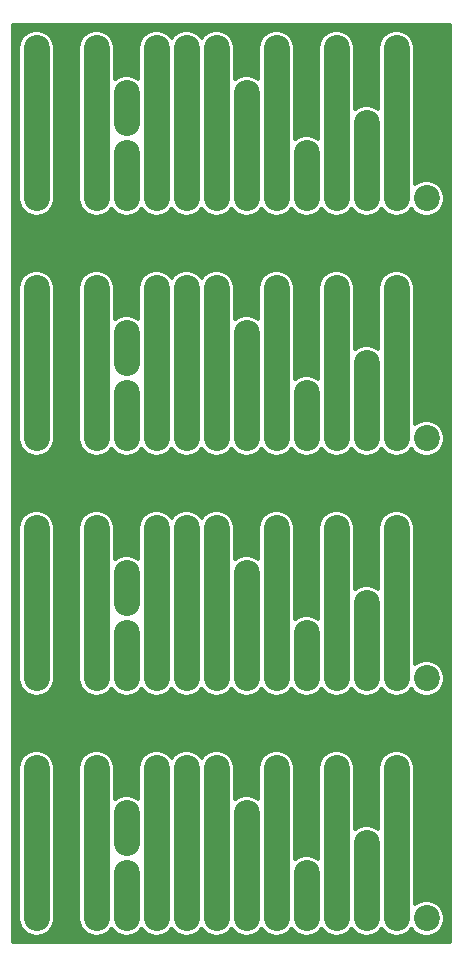
<source format=gbr>
%TF.GenerationSoftware,KiCad,Pcbnew,(5.1.6)-1*%
%TF.CreationDate,2024-04-21T09:45:17-05:00*%
%TF.ProjectId,lcd_connector,6c63645f-636f-46e6-9e65-63746f722e6b,rev?*%
%TF.SameCoordinates,Original*%
%TF.FileFunction,Copper,L2,Bot*%
%TF.FilePolarity,Positive*%
%FSLAX46Y46*%
G04 Gerber Fmt 4.6, Leading zero omitted, Abs format (unit mm)*
G04 Created by KiCad (PCBNEW (5.1.6)-1) date 2024-04-21 09:45:17*
%MOMM*%
%LPD*%
G01*
G04 APERTURE LIST*
%TA.AperFunction,ComponentPad*%
%ADD10C,2.200000*%
%TD*%
%TA.AperFunction,ViaPad*%
%ADD11C,2.200000*%
%TD*%
%TA.AperFunction,Conductor*%
%ADD12C,2.200000*%
%TD*%
%TA.AperFunction,Conductor*%
%ADD13C,0.300000*%
%TD*%
G04 APERTURE END LIST*
D10*
%TO.P,R1,1*%
%TO.N,N/C*%
X2540000Y67310000D03*
%TO.P,R1,2*%
X10160000Y67310000D03*
%TD*%
%TO.P,R2,2*%
%TO.N,N/C*%
X10160000Y69850000D03*
%TO.P,R2,1*%
X2540000Y69850000D03*
%TD*%
%TO.P,J4,1*%
%TO.N,N/C*%
X12700000Y76200000D03*
%TD*%
%TO.P,J5,1*%
%TO.N,N/C*%
X15240000Y76200000D03*
%TD*%
%TO.P,J1,1*%
%TO.N,N/C*%
X2540000Y76200000D03*
%TD*%
%TO.P,M1,14*%
%TO.N,N/C*%
X35560000Y63500000D03*
%TO.P,M1,13*%
X33020000Y63500000D03*
%TO.P,M1,12*%
X30480000Y63500000D03*
%TO.P,M1,11*%
X27940000Y63500000D03*
%TO.P,M1,10*%
X25400000Y63500000D03*
%TO.P,M1,9*%
X22860000Y63500000D03*
%TO.P,M1,8*%
X20320000Y63500000D03*
%TO.P,M1,7*%
X17780000Y63500000D03*
%TO.P,M1,6*%
X15240000Y63500000D03*
%TO.P,M1,5*%
X12700000Y63500000D03*
%TO.P,M1,4*%
X10160000Y63500000D03*
%TO.P,M1,3*%
X7620000Y63500000D03*
%TO.P,M1,2*%
%TO.N,GND*%
X5080000Y63500000D03*
%TO.P,M1,1*%
%TO.N,N/C*%
X2540000Y63500000D03*
%TD*%
%TO.P,J7,1*%
%TO.N,N/C*%
X27940000Y76200000D03*
%TD*%
%TO.P,J6,1*%
%TO.N,N/C*%
X17780000Y76200000D03*
%TD*%
%TO.P,J3,1*%
%TO.N,N/C*%
X7620000Y76200000D03*
%TD*%
%TO.P,J8,1*%
%TO.N,N/C*%
X22860000Y76200000D03*
%TD*%
%TO.P,J2,1*%
%TO.N,GND*%
X5080000Y76200000D03*
%TD*%
%TO.P,J8,1*%
%TO.N,N/C*%
X33020000Y76200000D03*
%TD*%
%TO.P,R1,1*%
%TO.N,N/C*%
X2540000Y46990000D03*
%TO.P,R1,2*%
X10160000Y46990000D03*
%TD*%
%TO.P,R2,2*%
%TO.N,N/C*%
X10160000Y49530000D03*
%TO.P,R2,1*%
X2540000Y49530000D03*
%TD*%
%TO.P,J4,1*%
%TO.N,N/C*%
X12700000Y55880000D03*
%TD*%
%TO.P,J5,1*%
%TO.N,N/C*%
X15240000Y55880000D03*
%TD*%
%TO.P,J1,1*%
%TO.N,N/C*%
X2540000Y55880000D03*
%TD*%
%TO.P,M1,14*%
%TO.N,N/C*%
X35560000Y43180000D03*
%TO.P,M1,13*%
X33020000Y43180000D03*
%TO.P,M1,12*%
X30480000Y43180000D03*
%TO.P,M1,11*%
X27940000Y43180000D03*
%TO.P,M1,10*%
X25400000Y43180000D03*
%TO.P,M1,9*%
X22860000Y43180000D03*
%TO.P,M1,8*%
X20320000Y43180000D03*
%TO.P,M1,7*%
X17780000Y43180000D03*
%TO.P,M1,6*%
X15240000Y43180000D03*
%TO.P,M1,5*%
X12700000Y43180000D03*
%TO.P,M1,4*%
X10160000Y43180000D03*
%TO.P,M1,3*%
X7620000Y43180000D03*
%TO.P,M1,2*%
%TO.N,GND*%
X5080000Y43180000D03*
%TO.P,M1,1*%
%TO.N,N/C*%
X2540000Y43180000D03*
%TD*%
%TO.P,J7,1*%
%TO.N,N/C*%
X27940000Y55880000D03*
%TD*%
%TO.P,J6,1*%
%TO.N,N/C*%
X17780000Y55880000D03*
%TD*%
%TO.P,J3,1*%
%TO.N,N/C*%
X7620000Y55880000D03*
%TD*%
%TO.P,J8,1*%
%TO.N,N/C*%
X22860000Y55880000D03*
%TD*%
%TO.P,J2,1*%
%TO.N,GND*%
X5080000Y55880000D03*
%TD*%
%TO.P,J8,1*%
%TO.N,N/C*%
X33020000Y55880000D03*
%TD*%
%TO.P,R1,1*%
%TO.N,N/C*%
X2540000Y26670000D03*
%TO.P,R1,2*%
X10160000Y26670000D03*
%TD*%
%TO.P,R2,2*%
%TO.N,N/C*%
X10160000Y29210000D03*
%TO.P,R2,1*%
X2540000Y29210000D03*
%TD*%
%TO.P,J4,1*%
%TO.N,N/C*%
X12700000Y35560000D03*
%TD*%
%TO.P,J5,1*%
%TO.N,N/C*%
X15240000Y35560000D03*
%TD*%
%TO.P,J1,1*%
%TO.N,N/C*%
X2540000Y35560000D03*
%TD*%
%TO.P,M1,14*%
%TO.N,N/C*%
X35560000Y22860000D03*
%TO.P,M1,13*%
X33020000Y22860000D03*
%TO.P,M1,12*%
X30480000Y22860000D03*
%TO.P,M1,11*%
X27940000Y22860000D03*
%TO.P,M1,10*%
X25400000Y22860000D03*
%TO.P,M1,9*%
X22860000Y22860000D03*
%TO.P,M1,8*%
X20320000Y22860000D03*
%TO.P,M1,7*%
X17780000Y22860000D03*
%TO.P,M1,6*%
X15240000Y22860000D03*
%TO.P,M1,5*%
X12700000Y22860000D03*
%TO.P,M1,4*%
X10160000Y22860000D03*
%TO.P,M1,3*%
X7620000Y22860000D03*
%TO.P,M1,2*%
%TO.N,GND*%
X5080000Y22860000D03*
%TO.P,M1,1*%
%TO.N,N/C*%
X2540000Y22860000D03*
%TD*%
%TO.P,J7,1*%
%TO.N,N/C*%
X27940000Y35560000D03*
%TD*%
%TO.P,J6,1*%
%TO.N,N/C*%
X17780000Y35560000D03*
%TD*%
%TO.P,J3,1*%
%TO.N,N/C*%
X7620000Y35560000D03*
%TD*%
%TO.P,J8,1*%
%TO.N,N/C*%
X22860000Y35560000D03*
%TD*%
%TO.P,J2,1*%
%TO.N,GND*%
X5080000Y35560000D03*
%TD*%
%TO.P,J8,1*%
%TO.N,N/C*%
X33020000Y35560000D03*
%TD*%
%TO.P,J8,1*%
%TO.N,MISO*%
X33020000Y15240000D03*
%TD*%
%TO.P,J1,1*%
%TO.N,+5V*%
X2540000Y15240000D03*
%TD*%
%TO.P,J2,1*%
%TO.N,GND*%
X5080000Y15240000D03*
%TD*%
%TO.P,J3,1*%
%TO.N,LCD_CS*%
X7620000Y15240000D03*
%TD*%
%TO.P,J4,1*%
%TO.N,DC*%
X12700000Y15240000D03*
%TD*%
%TO.P,J5,1*%
%TO.N,MOSI*%
X15240000Y15240000D03*
%TD*%
%TO.P,J6,1*%
%TO.N,SCK*%
X17780000Y15240000D03*
%TD*%
%TO.P,J7,1*%
%TO.N,TOUCH_CS*%
X27940000Y15240000D03*
%TD*%
%TO.P,J8,1*%
%TO.N,MISO*%
X22860000Y15240000D03*
%TD*%
%TO.P,M1,1*%
%TO.N,+5V*%
X2540000Y2540000D03*
%TO.P,M1,2*%
%TO.N,GND*%
X5080000Y2540000D03*
%TO.P,M1,3*%
%TO.N,LCD_CS*%
X7620000Y2540000D03*
%TO.P,M1,4*%
%TO.N,RESET*%
X10160000Y2540000D03*
%TO.P,M1,5*%
%TO.N,DC*%
X12700000Y2540000D03*
%TO.P,M1,6*%
%TO.N,MOSI*%
X15240000Y2540000D03*
%TO.P,M1,7*%
%TO.N,SCK*%
X17780000Y2540000D03*
%TO.P,M1,8*%
%TO.N,LED*%
X20320000Y2540000D03*
%TO.P,M1,9*%
%TO.N,MISO*%
X22860000Y2540000D03*
%TO.P,M1,10*%
%TO.N,SCK*%
X25400000Y2540000D03*
%TO.P,M1,11*%
%TO.N,TOUCH_CS*%
X27940000Y2540000D03*
%TO.P,M1,12*%
%TO.N,MOSI*%
X30480000Y2540000D03*
%TO.P,M1,13*%
%TO.N,MISO*%
X33020000Y2540000D03*
%TO.P,M1,14*%
%TO.N,Net-(M1-Pad14)*%
X35560000Y2540000D03*
%TD*%
%TO.P,R1,2*%
%TO.N,RESET*%
X10160000Y6350000D03*
%TO.P,R1,1*%
%TO.N,+5V*%
X2540000Y6350000D03*
%TD*%
%TO.P,R2,1*%
%TO.N,+5V*%
X2540000Y8890000D03*
%TO.P,R2,2*%
%TO.N,LED*%
X10160000Y8890000D03*
%TD*%
D11*
%TO.N,*%
X15240000Y29210000D03*
X30480000Y29210000D03*
X17780000Y26670000D03*
X25400000Y26670000D03*
X33020000Y31750000D03*
X22860000Y31750000D03*
X20320000Y31750000D03*
X10160000Y31750000D03*
X15240000Y49530000D03*
X30480000Y49530000D03*
X17780000Y46990000D03*
X25400000Y46990000D03*
X33020000Y52070000D03*
X22860000Y52070000D03*
X20320000Y52070000D03*
X10160000Y52070000D03*
X15240000Y69850000D03*
X30480000Y69850000D03*
X17780000Y67310000D03*
X25400000Y67310000D03*
X33020000Y72390000D03*
X22860000Y72390000D03*
X20320000Y72390000D03*
X10160000Y72390000D03*
%TO.N,MOSI*%
X30480000Y8890000D03*
X15240000Y8890000D03*
%TO.N,SCK*%
X25400000Y6350000D03*
X17780000Y6350000D03*
%TO.N,MISO*%
X33020000Y11430000D03*
X22860000Y11430000D03*
%TO.N,LED*%
X10160000Y11430000D03*
X20320000Y11430000D03*
%TD*%
D12*
%TO.N,*%
X2540000Y22860000D02*
X2540000Y35560000D01*
X7620000Y22860000D02*
X7620000Y35560000D01*
X12700000Y35560000D02*
X12700000Y22860000D01*
X15240000Y35560000D02*
X15240000Y22860000D01*
X30480000Y29210000D02*
X30480000Y22860000D01*
X17780000Y35560000D02*
X17780000Y22860000D01*
X25400000Y26670000D02*
X25400000Y22860000D01*
X27940000Y35560000D02*
X27940000Y22860000D01*
X33020000Y35560000D02*
X33020000Y22860000D01*
X22860000Y35560000D02*
X22860000Y22860000D01*
X10160000Y22860000D02*
X10160000Y26670000D01*
X10160000Y29210000D02*
X10160000Y31750000D01*
X20320000Y31750000D02*
X20320000Y22860000D01*
X2540000Y43180000D02*
X2540000Y55880000D01*
X7620000Y43180000D02*
X7620000Y55880000D01*
X12700000Y55880000D02*
X12700000Y43180000D01*
X15240000Y55880000D02*
X15240000Y43180000D01*
X30480000Y49530000D02*
X30480000Y43180000D01*
X17780000Y55880000D02*
X17780000Y43180000D01*
X25400000Y46990000D02*
X25400000Y43180000D01*
X27940000Y55880000D02*
X27940000Y43180000D01*
X33020000Y55880000D02*
X33020000Y43180000D01*
X22860000Y55880000D02*
X22860000Y43180000D01*
X10160000Y43180000D02*
X10160000Y46990000D01*
X10160000Y49530000D02*
X10160000Y52070000D01*
X20320000Y52070000D02*
X20320000Y43180000D01*
X2540000Y63500000D02*
X2540000Y76200000D01*
X7620000Y63500000D02*
X7620000Y76200000D01*
X12700000Y76200000D02*
X12700000Y63500000D01*
X15240000Y76200000D02*
X15240000Y63500000D01*
X30480000Y69850000D02*
X30480000Y63500000D01*
X17780000Y76200000D02*
X17780000Y63500000D01*
X25400000Y67310000D02*
X25400000Y63500000D01*
X27940000Y76200000D02*
X27940000Y63500000D01*
X33020000Y76200000D02*
X33020000Y63500000D01*
X22860000Y76200000D02*
X22860000Y63500000D01*
X10160000Y63500000D02*
X10160000Y67310000D01*
X10160000Y69850000D02*
X10160000Y72390000D01*
X20320000Y72390000D02*
X20320000Y63500000D01*
%TO.N,+5V*%
X2540000Y2540000D02*
X2540000Y15240000D01*
%TO.N,LCD_CS*%
X7620000Y2540000D02*
X7620000Y15240000D01*
%TO.N,DC*%
X12700000Y15240000D02*
X12700000Y2540000D01*
%TO.N,MOSI*%
X15240000Y15240000D02*
X15240000Y2540000D01*
X30480000Y8890000D02*
X30480000Y2540000D01*
%TO.N,SCK*%
X17780000Y15240000D02*
X17780000Y2540000D01*
X25400000Y6350000D02*
X25400000Y2540000D01*
%TO.N,TOUCH_CS*%
X27940000Y15240000D02*
X27940000Y2540000D01*
%TO.N,MISO*%
X22860000Y15240000D02*
X22860000Y2540000D01*
X33020000Y15240000D02*
X33020000Y2540000D01*
%TO.N,RESET*%
X10160000Y2540000D02*
X10160000Y6350000D01*
%TO.N,LED*%
X10160000Y8890000D02*
X10160000Y11430000D01*
X20320000Y11430000D02*
X20320000Y2540000D01*
%TD*%
D13*
%TO.N,GND*%
G36*
X37575001Y525000D02*
G01*
X525000Y525000D01*
X525000Y15392662D01*
X990000Y15392662D01*
X990000Y15087338D01*
X990001Y15087333D01*
X990001Y9042665D01*
X990000Y9042662D01*
X990000Y2387338D01*
X1004929Y2312282D01*
X1012428Y2236148D01*
X1034635Y2162943D01*
X1049565Y2087882D01*
X1078853Y2017175D01*
X1101059Y1943972D01*
X1137121Y1876505D01*
X1166408Y1805800D01*
X1208925Y1742168D01*
X1244987Y1674701D01*
X1293516Y1615567D01*
X1336036Y1551932D01*
X1390153Y1497815D01*
X1438682Y1438682D01*
X1497816Y1390152D01*
X1551932Y1336036D01*
X1615563Y1293519D01*
X1674700Y1244987D01*
X1742172Y1208922D01*
X1805800Y1166408D01*
X1876500Y1137123D01*
X1943971Y1101059D01*
X2017178Y1078852D01*
X2087882Y1049565D01*
X2162940Y1034635D01*
X2236147Y1012428D01*
X2312283Y1004929D01*
X2387338Y990000D01*
X2463862Y990000D01*
X2540000Y982501D01*
X2616138Y990000D01*
X2692662Y990000D01*
X2767718Y1004929D01*
X2843852Y1012428D01*
X2917057Y1034635D01*
X2992118Y1049565D01*
X3062825Y1078853D01*
X3136028Y1101059D01*
X3203495Y1137121D01*
X3274200Y1166408D01*
X3337832Y1208925D01*
X3405299Y1244987D01*
X3464433Y1293516D01*
X3528068Y1336036D01*
X3582185Y1390153D01*
X3641318Y1438682D01*
X3689848Y1497816D01*
X3743964Y1551932D01*
X3786481Y1615563D01*
X3835013Y1674700D01*
X3871078Y1742172D01*
X3913592Y1805800D01*
X3942877Y1876500D01*
X3978941Y1943971D01*
X4001148Y2017178D01*
X4030435Y2087882D01*
X4045365Y2162940D01*
X4067572Y2236147D01*
X4075071Y2312283D01*
X4090000Y2387338D01*
X4090000Y15392662D01*
X6070000Y15392662D01*
X6070000Y15087338D01*
X6070001Y15087333D01*
X6070000Y2692662D01*
X6070000Y2387338D01*
X6084929Y2312282D01*
X6092428Y2236148D01*
X6114635Y2162943D01*
X6129565Y2087882D01*
X6158853Y2017175D01*
X6181059Y1943972D01*
X6217121Y1876505D01*
X6246408Y1805800D01*
X6288925Y1742168D01*
X6324987Y1674701D01*
X6373516Y1615567D01*
X6416036Y1551932D01*
X6470153Y1497815D01*
X6518682Y1438682D01*
X6577816Y1390152D01*
X6631932Y1336036D01*
X6695563Y1293519D01*
X6754700Y1244987D01*
X6822172Y1208922D01*
X6885800Y1166408D01*
X6956500Y1137123D01*
X7023971Y1101059D01*
X7097178Y1078852D01*
X7167882Y1049565D01*
X7242940Y1034635D01*
X7316147Y1012428D01*
X7392283Y1004929D01*
X7467338Y990000D01*
X7543862Y990000D01*
X7620000Y982501D01*
X7696138Y990000D01*
X7772662Y990000D01*
X7847718Y1004929D01*
X7923852Y1012428D01*
X7997057Y1034635D01*
X8072118Y1049565D01*
X8142825Y1078853D01*
X8216028Y1101059D01*
X8283495Y1137121D01*
X8354200Y1166408D01*
X8417832Y1208925D01*
X8485299Y1244987D01*
X8544433Y1293516D01*
X8608068Y1336036D01*
X8662185Y1390153D01*
X8721318Y1438682D01*
X8769848Y1497816D01*
X8823964Y1551932D01*
X8866481Y1615563D01*
X8890000Y1644222D01*
X8913516Y1615567D01*
X8956036Y1551932D01*
X9010153Y1497815D01*
X9058682Y1438682D01*
X9117816Y1390152D01*
X9171932Y1336036D01*
X9235563Y1293519D01*
X9294700Y1244987D01*
X9362172Y1208922D01*
X9425800Y1166408D01*
X9496500Y1137123D01*
X9563971Y1101059D01*
X9637178Y1078852D01*
X9707882Y1049565D01*
X9782940Y1034635D01*
X9856147Y1012428D01*
X9932283Y1004929D01*
X10007338Y990000D01*
X10083862Y990000D01*
X10160000Y982501D01*
X10236138Y990000D01*
X10312662Y990000D01*
X10387718Y1004929D01*
X10463852Y1012428D01*
X10537057Y1034635D01*
X10612118Y1049565D01*
X10682825Y1078853D01*
X10756028Y1101059D01*
X10823495Y1137121D01*
X10894200Y1166408D01*
X10957832Y1208925D01*
X11025299Y1244987D01*
X11084433Y1293516D01*
X11148068Y1336036D01*
X11202185Y1390153D01*
X11261318Y1438682D01*
X11309848Y1497816D01*
X11363964Y1551932D01*
X11406481Y1615563D01*
X11430001Y1644222D01*
X11453515Y1615570D01*
X11496036Y1551932D01*
X11550157Y1497811D01*
X11598683Y1438682D01*
X11657812Y1390156D01*
X11711932Y1336036D01*
X11775569Y1293516D01*
X11834701Y1244987D01*
X11902168Y1208925D01*
X11965800Y1166408D01*
X12036505Y1137121D01*
X12103972Y1101059D01*
X12177175Y1078853D01*
X12247882Y1049565D01*
X12322943Y1034635D01*
X12396148Y1012428D01*
X12472282Y1004929D01*
X12547338Y990000D01*
X12623862Y990000D01*
X12700000Y982501D01*
X12776138Y990000D01*
X12852662Y990000D01*
X12927717Y1004929D01*
X13003853Y1012428D01*
X13077060Y1034635D01*
X13152118Y1049565D01*
X13222822Y1078852D01*
X13296029Y1101059D01*
X13363500Y1137123D01*
X13434200Y1166408D01*
X13497828Y1208922D01*
X13565300Y1244987D01*
X13624437Y1293519D01*
X13688068Y1336036D01*
X13742184Y1390152D01*
X13801318Y1438682D01*
X13849848Y1497816D01*
X13903964Y1551932D01*
X13946481Y1615563D01*
X13970001Y1644222D01*
X13993515Y1615570D01*
X14036036Y1551932D01*
X14090157Y1497811D01*
X14138683Y1438682D01*
X14197812Y1390156D01*
X14251932Y1336036D01*
X14315569Y1293516D01*
X14374701Y1244987D01*
X14442168Y1208925D01*
X14505800Y1166408D01*
X14576505Y1137121D01*
X14643972Y1101059D01*
X14717175Y1078853D01*
X14787882Y1049565D01*
X14862943Y1034635D01*
X14936148Y1012428D01*
X15012282Y1004929D01*
X15087338Y990000D01*
X15163862Y990000D01*
X15240000Y982501D01*
X15316138Y990000D01*
X15392662Y990000D01*
X15467717Y1004929D01*
X15543853Y1012428D01*
X15617060Y1034635D01*
X15692118Y1049565D01*
X15762822Y1078852D01*
X15836029Y1101059D01*
X15903500Y1137123D01*
X15974200Y1166408D01*
X16037828Y1208922D01*
X16105300Y1244987D01*
X16164437Y1293519D01*
X16228068Y1336036D01*
X16282184Y1390152D01*
X16341318Y1438682D01*
X16389848Y1497816D01*
X16443964Y1551932D01*
X16486481Y1615563D01*
X16510001Y1644222D01*
X16533515Y1615570D01*
X16576036Y1551932D01*
X16630157Y1497811D01*
X16678683Y1438682D01*
X16737812Y1390156D01*
X16791932Y1336036D01*
X16855569Y1293516D01*
X16914701Y1244987D01*
X16982168Y1208925D01*
X17045800Y1166408D01*
X17116505Y1137121D01*
X17183972Y1101059D01*
X17257175Y1078853D01*
X17327882Y1049565D01*
X17402943Y1034635D01*
X17476148Y1012428D01*
X17552282Y1004929D01*
X17627338Y990000D01*
X17703862Y990000D01*
X17780000Y982501D01*
X17856138Y990000D01*
X17932662Y990000D01*
X18007717Y1004929D01*
X18083853Y1012428D01*
X18157060Y1034635D01*
X18232118Y1049565D01*
X18302822Y1078852D01*
X18376029Y1101059D01*
X18443500Y1137123D01*
X18514200Y1166408D01*
X18577828Y1208922D01*
X18645300Y1244987D01*
X18704437Y1293519D01*
X18768068Y1336036D01*
X18822184Y1390152D01*
X18881318Y1438682D01*
X18929848Y1497816D01*
X18983964Y1551932D01*
X19026481Y1615563D01*
X19050001Y1644222D01*
X19073515Y1615570D01*
X19116036Y1551932D01*
X19170157Y1497811D01*
X19218683Y1438682D01*
X19277812Y1390156D01*
X19331932Y1336036D01*
X19395569Y1293516D01*
X19454701Y1244987D01*
X19522168Y1208925D01*
X19585800Y1166408D01*
X19656505Y1137121D01*
X19723972Y1101059D01*
X19797175Y1078853D01*
X19867882Y1049565D01*
X19942943Y1034635D01*
X20016148Y1012428D01*
X20092282Y1004929D01*
X20167338Y990000D01*
X20243862Y990000D01*
X20320000Y982501D01*
X20396138Y990000D01*
X20472662Y990000D01*
X20547717Y1004929D01*
X20623853Y1012428D01*
X20697060Y1034635D01*
X20772118Y1049565D01*
X20842822Y1078852D01*
X20916029Y1101059D01*
X20983500Y1137123D01*
X21054200Y1166408D01*
X21117828Y1208922D01*
X21185300Y1244987D01*
X21244437Y1293519D01*
X21308068Y1336036D01*
X21362184Y1390152D01*
X21421318Y1438682D01*
X21469848Y1497816D01*
X21523964Y1551932D01*
X21566481Y1615563D01*
X21590001Y1644222D01*
X21613515Y1615570D01*
X21656036Y1551932D01*
X21710157Y1497811D01*
X21758683Y1438682D01*
X21817812Y1390156D01*
X21871932Y1336036D01*
X21935569Y1293516D01*
X21994701Y1244987D01*
X22062168Y1208925D01*
X22125800Y1166408D01*
X22196505Y1137121D01*
X22263972Y1101059D01*
X22337175Y1078853D01*
X22407882Y1049565D01*
X22482943Y1034635D01*
X22556148Y1012428D01*
X22632282Y1004929D01*
X22707338Y990000D01*
X22783862Y990000D01*
X22860000Y982501D01*
X22936138Y990000D01*
X23012662Y990000D01*
X23087717Y1004929D01*
X23163853Y1012428D01*
X23237060Y1034635D01*
X23312118Y1049565D01*
X23382822Y1078852D01*
X23456029Y1101059D01*
X23523500Y1137123D01*
X23594200Y1166408D01*
X23657828Y1208922D01*
X23725300Y1244987D01*
X23784437Y1293519D01*
X23848068Y1336036D01*
X23902184Y1390152D01*
X23961318Y1438682D01*
X24009848Y1497816D01*
X24063964Y1551932D01*
X24106481Y1615563D01*
X24130001Y1644222D01*
X24153515Y1615570D01*
X24196036Y1551932D01*
X24250157Y1497811D01*
X24298683Y1438682D01*
X24357812Y1390156D01*
X24411932Y1336036D01*
X24475569Y1293516D01*
X24534701Y1244987D01*
X24602168Y1208925D01*
X24665800Y1166408D01*
X24736505Y1137121D01*
X24803972Y1101059D01*
X24877175Y1078853D01*
X24947882Y1049565D01*
X25022943Y1034635D01*
X25096148Y1012428D01*
X25172282Y1004929D01*
X25247338Y990000D01*
X25323862Y990000D01*
X25400000Y982501D01*
X25476138Y990000D01*
X25552662Y990000D01*
X25627717Y1004929D01*
X25703853Y1012428D01*
X25777060Y1034635D01*
X25852118Y1049565D01*
X25922822Y1078852D01*
X25996029Y1101059D01*
X26063500Y1137123D01*
X26134200Y1166408D01*
X26197828Y1208922D01*
X26265300Y1244987D01*
X26324437Y1293519D01*
X26388068Y1336036D01*
X26442184Y1390152D01*
X26501318Y1438682D01*
X26549848Y1497816D01*
X26603964Y1551932D01*
X26646481Y1615563D01*
X26670001Y1644222D01*
X26693515Y1615570D01*
X26736036Y1551932D01*
X26790157Y1497811D01*
X26838683Y1438682D01*
X26897812Y1390156D01*
X26951932Y1336036D01*
X27015569Y1293516D01*
X27074701Y1244987D01*
X27142168Y1208925D01*
X27205800Y1166408D01*
X27276505Y1137121D01*
X27343972Y1101059D01*
X27417175Y1078853D01*
X27487882Y1049565D01*
X27562943Y1034635D01*
X27636148Y1012428D01*
X27712282Y1004929D01*
X27787338Y990000D01*
X27863862Y990000D01*
X27940000Y982501D01*
X28016138Y990000D01*
X28092662Y990000D01*
X28167717Y1004929D01*
X28243853Y1012428D01*
X28317060Y1034635D01*
X28392118Y1049565D01*
X28462822Y1078852D01*
X28536029Y1101059D01*
X28603500Y1137123D01*
X28674200Y1166408D01*
X28737828Y1208922D01*
X28805300Y1244987D01*
X28864437Y1293519D01*
X28928068Y1336036D01*
X28982184Y1390152D01*
X29041318Y1438682D01*
X29089848Y1497816D01*
X29143964Y1551932D01*
X29186481Y1615563D01*
X29210001Y1644222D01*
X29233515Y1615570D01*
X29276036Y1551932D01*
X29330157Y1497811D01*
X29378683Y1438682D01*
X29437812Y1390156D01*
X29491932Y1336036D01*
X29555569Y1293516D01*
X29614701Y1244987D01*
X29682168Y1208925D01*
X29745800Y1166408D01*
X29816505Y1137121D01*
X29883972Y1101059D01*
X29957175Y1078853D01*
X30027882Y1049565D01*
X30102943Y1034635D01*
X30176148Y1012428D01*
X30252282Y1004929D01*
X30327338Y990000D01*
X30403862Y990000D01*
X30480000Y982501D01*
X30556138Y990000D01*
X30632662Y990000D01*
X30707717Y1004929D01*
X30783853Y1012428D01*
X30857060Y1034635D01*
X30932118Y1049565D01*
X31002822Y1078852D01*
X31076029Y1101059D01*
X31143500Y1137123D01*
X31214200Y1166408D01*
X31277828Y1208922D01*
X31345300Y1244987D01*
X31404437Y1293519D01*
X31468068Y1336036D01*
X31522184Y1390152D01*
X31581318Y1438682D01*
X31629848Y1497816D01*
X31683964Y1551932D01*
X31726481Y1615563D01*
X31750001Y1644222D01*
X31773515Y1615570D01*
X31816036Y1551932D01*
X31870157Y1497811D01*
X31918683Y1438682D01*
X31977812Y1390156D01*
X32031932Y1336036D01*
X32095569Y1293516D01*
X32154701Y1244987D01*
X32222168Y1208925D01*
X32285800Y1166408D01*
X32356505Y1137121D01*
X32423972Y1101059D01*
X32497175Y1078853D01*
X32567882Y1049565D01*
X32642943Y1034635D01*
X32716148Y1012428D01*
X32792282Y1004929D01*
X32867338Y990000D01*
X32943862Y990000D01*
X33020000Y982501D01*
X33096138Y990000D01*
X33172662Y990000D01*
X33247717Y1004929D01*
X33323853Y1012428D01*
X33397060Y1034635D01*
X33472118Y1049565D01*
X33542822Y1078852D01*
X33616029Y1101059D01*
X33683500Y1137123D01*
X33754200Y1166408D01*
X33817828Y1208922D01*
X33885300Y1244987D01*
X33944437Y1293519D01*
X34008068Y1336036D01*
X34062184Y1390152D01*
X34121318Y1438682D01*
X34169848Y1497816D01*
X34223964Y1551932D01*
X34266481Y1615563D01*
X34292409Y1647157D01*
X34356036Y1551932D01*
X34571932Y1336036D01*
X34825800Y1166408D01*
X35107882Y1049565D01*
X35407338Y990000D01*
X35712662Y990000D01*
X36012118Y1049565D01*
X36294200Y1166408D01*
X36548068Y1336036D01*
X36763964Y1551932D01*
X36933592Y1805800D01*
X37050435Y2087882D01*
X37110000Y2387338D01*
X37110000Y2692662D01*
X37050435Y2992118D01*
X36933592Y3274200D01*
X36763964Y3528068D01*
X36548068Y3743964D01*
X36294200Y3913592D01*
X36012118Y4030435D01*
X35712662Y4090000D01*
X35407338Y4090000D01*
X35107882Y4030435D01*
X34825800Y3913592D01*
X34571932Y3743964D01*
X34570000Y3742032D01*
X34570000Y15392662D01*
X34555071Y15467717D01*
X34547572Y15543853D01*
X34525365Y15617060D01*
X34510435Y15692118D01*
X34481148Y15762822D01*
X34458941Y15836029D01*
X34422877Y15903500D01*
X34393592Y15974200D01*
X34351078Y16037828D01*
X34315013Y16105300D01*
X34266481Y16164437D01*
X34223964Y16228068D01*
X34169848Y16282184D01*
X34121318Y16341318D01*
X34062185Y16389847D01*
X34008068Y16443964D01*
X33944433Y16486484D01*
X33885299Y16535013D01*
X33817832Y16571075D01*
X33754200Y16613592D01*
X33683495Y16642879D01*
X33616028Y16678941D01*
X33542825Y16701147D01*
X33472118Y16730435D01*
X33397057Y16745365D01*
X33323852Y16767572D01*
X33247718Y16775071D01*
X33172662Y16790000D01*
X33096138Y16790000D01*
X33020000Y16797499D01*
X32943862Y16790000D01*
X32867338Y16790000D01*
X32792283Y16775071D01*
X32716147Y16767572D01*
X32642940Y16745365D01*
X32567882Y16730435D01*
X32497178Y16701148D01*
X32423971Y16678941D01*
X32356500Y16642877D01*
X32285800Y16613592D01*
X32222172Y16571078D01*
X32154700Y16535013D01*
X32095563Y16486481D01*
X32031932Y16443964D01*
X31977816Y16389848D01*
X31918682Y16341318D01*
X31870153Y16282185D01*
X31816036Y16228068D01*
X31773516Y16164433D01*
X31724987Y16105299D01*
X31688925Y16037832D01*
X31646408Y15974200D01*
X31617121Y15903495D01*
X31581059Y15836028D01*
X31558853Y15762825D01*
X31529565Y15692118D01*
X31514635Y15617057D01*
X31492428Y15543852D01*
X31484929Y15467718D01*
X31470000Y15392662D01*
X31470000Y10092032D01*
X31468068Y10093964D01*
X31404433Y10136484D01*
X31345299Y10185013D01*
X31277832Y10221075D01*
X31214200Y10263592D01*
X31143495Y10292879D01*
X31076028Y10328941D01*
X31002825Y10351147D01*
X30932118Y10380435D01*
X30857057Y10395365D01*
X30783852Y10417572D01*
X30707718Y10425071D01*
X30632662Y10440000D01*
X30556138Y10440000D01*
X30480000Y10447499D01*
X30403862Y10440000D01*
X30327338Y10440000D01*
X30252283Y10425071D01*
X30176147Y10417572D01*
X30102940Y10395365D01*
X30027882Y10380435D01*
X29957178Y10351148D01*
X29883971Y10328941D01*
X29816500Y10292877D01*
X29745800Y10263592D01*
X29682172Y10221078D01*
X29614700Y10185013D01*
X29555563Y10136481D01*
X29491932Y10093964D01*
X29490000Y10092032D01*
X29490000Y15392662D01*
X29475071Y15467717D01*
X29467572Y15543853D01*
X29445365Y15617060D01*
X29430435Y15692118D01*
X29401148Y15762822D01*
X29378941Y15836029D01*
X29342877Y15903500D01*
X29313592Y15974200D01*
X29271078Y16037828D01*
X29235013Y16105300D01*
X29186481Y16164437D01*
X29143964Y16228068D01*
X29089848Y16282184D01*
X29041318Y16341318D01*
X28982185Y16389847D01*
X28928068Y16443964D01*
X28864433Y16486484D01*
X28805299Y16535013D01*
X28737832Y16571075D01*
X28674200Y16613592D01*
X28603495Y16642879D01*
X28536028Y16678941D01*
X28462825Y16701147D01*
X28392118Y16730435D01*
X28317057Y16745365D01*
X28243852Y16767572D01*
X28167718Y16775071D01*
X28092662Y16790000D01*
X28016138Y16790000D01*
X27940000Y16797499D01*
X27863862Y16790000D01*
X27787338Y16790000D01*
X27712283Y16775071D01*
X27636147Y16767572D01*
X27562940Y16745365D01*
X27487882Y16730435D01*
X27417178Y16701148D01*
X27343971Y16678941D01*
X27276500Y16642877D01*
X27205800Y16613592D01*
X27142172Y16571078D01*
X27074700Y16535013D01*
X27015563Y16486481D01*
X26951932Y16443964D01*
X26897816Y16389848D01*
X26838682Y16341318D01*
X26790153Y16282185D01*
X26736036Y16228068D01*
X26693516Y16164433D01*
X26644987Y16105299D01*
X26608925Y16037832D01*
X26566408Y15974200D01*
X26537121Y15903495D01*
X26501059Y15836028D01*
X26478853Y15762825D01*
X26449565Y15692118D01*
X26434635Y15617057D01*
X26412428Y15543852D01*
X26404929Y15467718D01*
X26390000Y15392662D01*
X26390000Y15316137D01*
X26390001Y7552031D01*
X26388068Y7553964D01*
X26324433Y7596484D01*
X26265299Y7645013D01*
X26197832Y7681075D01*
X26134200Y7723592D01*
X26063495Y7752879D01*
X25996028Y7788941D01*
X25922825Y7811147D01*
X25852118Y7840435D01*
X25777057Y7855365D01*
X25703852Y7877572D01*
X25627718Y7885071D01*
X25552662Y7900000D01*
X25476138Y7900000D01*
X25400000Y7907499D01*
X25323862Y7900000D01*
X25247338Y7900000D01*
X25172283Y7885071D01*
X25096147Y7877572D01*
X25022940Y7855365D01*
X24947882Y7840435D01*
X24877178Y7811148D01*
X24803971Y7788941D01*
X24736500Y7752877D01*
X24665800Y7723592D01*
X24602172Y7681078D01*
X24534700Y7645013D01*
X24475563Y7596481D01*
X24411932Y7553964D01*
X24410000Y7552032D01*
X24410000Y15392662D01*
X24395071Y15467717D01*
X24387572Y15543853D01*
X24365365Y15617060D01*
X24350435Y15692118D01*
X24321148Y15762822D01*
X24298941Y15836029D01*
X24262877Y15903500D01*
X24233592Y15974200D01*
X24191078Y16037828D01*
X24155013Y16105300D01*
X24106481Y16164437D01*
X24063964Y16228068D01*
X24009848Y16282184D01*
X23961318Y16341318D01*
X23902185Y16389847D01*
X23848068Y16443964D01*
X23784433Y16486484D01*
X23725299Y16535013D01*
X23657832Y16571075D01*
X23594200Y16613592D01*
X23523495Y16642879D01*
X23456028Y16678941D01*
X23382825Y16701147D01*
X23312118Y16730435D01*
X23237057Y16745365D01*
X23163852Y16767572D01*
X23087718Y16775071D01*
X23012662Y16790000D01*
X22936138Y16790000D01*
X22860000Y16797499D01*
X22783862Y16790000D01*
X22707338Y16790000D01*
X22632283Y16775071D01*
X22556147Y16767572D01*
X22482940Y16745365D01*
X22407882Y16730435D01*
X22337178Y16701148D01*
X22263971Y16678941D01*
X22196500Y16642877D01*
X22125800Y16613592D01*
X22062172Y16571078D01*
X21994700Y16535013D01*
X21935563Y16486481D01*
X21871932Y16443964D01*
X21817816Y16389848D01*
X21758682Y16341318D01*
X21710153Y16282185D01*
X21656036Y16228068D01*
X21613516Y16164433D01*
X21564987Y16105299D01*
X21528925Y16037832D01*
X21486408Y15974200D01*
X21457121Y15903495D01*
X21421059Y15836028D01*
X21398853Y15762825D01*
X21369565Y15692118D01*
X21354635Y15617057D01*
X21332428Y15543852D01*
X21324929Y15467718D01*
X21310000Y15392662D01*
X21310000Y12632032D01*
X21308068Y12633964D01*
X21244433Y12676484D01*
X21185299Y12725013D01*
X21117832Y12761075D01*
X21054200Y12803592D01*
X20983495Y12832879D01*
X20916028Y12868941D01*
X20842825Y12891147D01*
X20772118Y12920435D01*
X20697057Y12935365D01*
X20623852Y12957572D01*
X20547718Y12965071D01*
X20472662Y12980000D01*
X20396138Y12980000D01*
X20320000Y12987499D01*
X20243862Y12980000D01*
X20167338Y12980000D01*
X20092283Y12965071D01*
X20016147Y12957572D01*
X19942940Y12935365D01*
X19867882Y12920435D01*
X19797178Y12891148D01*
X19723971Y12868941D01*
X19656500Y12832877D01*
X19585800Y12803592D01*
X19522172Y12761078D01*
X19454700Y12725013D01*
X19395563Y12676481D01*
X19331932Y12633964D01*
X19330000Y12632032D01*
X19330000Y15392662D01*
X19315071Y15467717D01*
X19307572Y15543853D01*
X19285365Y15617060D01*
X19270435Y15692118D01*
X19241148Y15762822D01*
X19218941Y15836029D01*
X19182877Y15903500D01*
X19153592Y15974200D01*
X19111078Y16037828D01*
X19075013Y16105300D01*
X19026481Y16164437D01*
X18983964Y16228068D01*
X18929848Y16282184D01*
X18881318Y16341318D01*
X18822185Y16389847D01*
X18768068Y16443964D01*
X18704433Y16486484D01*
X18645299Y16535013D01*
X18577832Y16571075D01*
X18514200Y16613592D01*
X18443495Y16642879D01*
X18376028Y16678941D01*
X18302825Y16701147D01*
X18232118Y16730435D01*
X18157057Y16745365D01*
X18083852Y16767572D01*
X18007718Y16775071D01*
X17932662Y16790000D01*
X17856138Y16790000D01*
X17780000Y16797499D01*
X17703862Y16790000D01*
X17627338Y16790000D01*
X17552283Y16775071D01*
X17476147Y16767572D01*
X17402940Y16745365D01*
X17327882Y16730435D01*
X17257178Y16701148D01*
X17183971Y16678941D01*
X17116500Y16642877D01*
X17045800Y16613592D01*
X16982172Y16571078D01*
X16914700Y16535013D01*
X16855563Y16486481D01*
X16791932Y16443964D01*
X16737816Y16389848D01*
X16678682Y16341318D01*
X16630153Y16282185D01*
X16576036Y16228068D01*
X16533516Y16164433D01*
X16510000Y16135778D01*
X16486481Y16164437D01*
X16443964Y16228068D01*
X16389848Y16282184D01*
X16341318Y16341318D01*
X16282185Y16389847D01*
X16228068Y16443964D01*
X16164433Y16486484D01*
X16105299Y16535013D01*
X16037832Y16571075D01*
X15974200Y16613592D01*
X15903495Y16642879D01*
X15836028Y16678941D01*
X15762825Y16701147D01*
X15692118Y16730435D01*
X15617057Y16745365D01*
X15543852Y16767572D01*
X15467718Y16775071D01*
X15392662Y16790000D01*
X15316138Y16790000D01*
X15240000Y16797499D01*
X15163862Y16790000D01*
X15087338Y16790000D01*
X15012283Y16775071D01*
X14936147Y16767572D01*
X14862940Y16745365D01*
X14787882Y16730435D01*
X14717178Y16701148D01*
X14643971Y16678941D01*
X14576500Y16642877D01*
X14505800Y16613592D01*
X14442172Y16571078D01*
X14374700Y16535013D01*
X14315563Y16486481D01*
X14251932Y16443964D01*
X14197816Y16389848D01*
X14138682Y16341318D01*
X14090153Y16282185D01*
X14036036Y16228068D01*
X13993516Y16164433D01*
X13970000Y16135778D01*
X13946481Y16164437D01*
X13903964Y16228068D01*
X13849848Y16282184D01*
X13801318Y16341318D01*
X13742185Y16389847D01*
X13688068Y16443964D01*
X13624433Y16486484D01*
X13565299Y16535013D01*
X13497832Y16571075D01*
X13434200Y16613592D01*
X13363495Y16642879D01*
X13296028Y16678941D01*
X13222825Y16701147D01*
X13152118Y16730435D01*
X13077057Y16745365D01*
X13003852Y16767572D01*
X12927718Y16775071D01*
X12852662Y16790000D01*
X12776138Y16790000D01*
X12700000Y16797499D01*
X12623862Y16790000D01*
X12547338Y16790000D01*
X12472283Y16775071D01*
X12396147Y16767572D01*
X12322940Y16745365D01*
X12247882Y16730435D01*
X12177178Y16701148D01*
X12103971Y16678941D01*
X12036500Y16642877D01*
X11965800Y16613592D01*
X11902172Y16571078D01*
X11834700Y16535013D01*
X11775563Y16486481D01*
X11711932Y16443964D01*
X11657816Y16389848D01*
X11598682Y16341318D01*
X11550153Y16282185D01*
X11496036Y16228068D01*
X11453516Y16164433D01*
X11404987Y16105299D01*
X11368925Y16037832D01*
X11326408Y15974200D01*
X11297121Y15903495D01*
X11261059Y15836028D01*
X11238853Y15762825D01*
X11209565Y15692118D01*
X11194635Y15617057D01*
X11172428Y15543852D01*
X11164929Y15467718D01*
X11150000Y15392662D01*
X11150000Y12632032D01*
X11148068Y12633964D01*
X11084437Y12676481D01*
X11025300Y12725013D01*
X10957828Y12761078D01*
X10894200Y12803592D01*
X10823500Y12832877D01*
X10756029Y12868941D01*
X10682822Y12891148D01*
X10612118Y12920435D01*
X10537060Y12935365D01*
X10463853Y12957572D01*
X10387717Y12965071D01*
X10312662Y12980000D01*
X10236138Y12980000D01*
X10160000Y12987499D01*
X10083862Y12980000D01*
X10007338Y12980000D01*
X9932282Y12965071D01*
X9856148Y12957572D01*
X9782943Y12935365D01*
X9707882Y12920435D01*
X9637175Y12891147D01*
X9563972Y12868941D01*
X9496505Y12832879D01*
X9425800Y12803592D01*
X9362168Y12761075D01*
X9294701Y12725013D01*
X9235569Y12676484D01*
X9171932Y12633964D01*
X9170000Y12632032D01*
X9170000Y15392662D01*
X9155071Y15467717D01*
X9147572Y15543853D01*
X9125365Y15617060D01*
X9110435Y15692118D01*
X9081148Y15762822D01*
X9058941Y15836029D01*
X9022877Y15903500D01*
X8993592Y15974200D01*
X8951078Y16037828D01*
X8915013Y16105300D01*
X8866481Y16164437D01*
X8823964Y16228068D01*
X8769848Y16282184D01*
X8721318Y16341318D01*
X8662184Y16389848D01*
X8608068Y16443964D01*
X8544437Y16486481D01*
X8485300Y16535013D01*
X8417828Y16571078D01*
X8354200Y16613592D01*
X8283500Y16642877D01*
X8216029Y16678941D01*
X8142822Y16701148D01*
X8072118Y16730435D01*
X7997060Y16745365D01*
X7923853Y16767572D01*
X7847717Y16775071D01*
X7772662Y16790000D01*
X7696138Y16790000D01*
X7620000Y16797499D01*
X7543862Y16790000D01*
X7467338Y16790000D01*
X7392282Y16775071D01*
X7316148Y16767572D01*
X7242943Y16745365D01*
X7167882Y16730435D01*
X7097175Y16701147D01*
X7023972Y16678941D01*
X6956505Y16642879D01*
X6885800Y16613592D01*
X6822168Y16571075D01*
X6754701Y16535013D01*
X6695569Y16486484D01*
X6631932Y16443964D01*
X6577812Y16389844D01*
X6518683Y16341318D01*
X6470157Y16282189D01*
X6416036Y16228068D01*
X6373515Y16164430D01*
X6324988Y16105300D01*
X6288927Y16037835D01*
X6246408Y15974200D01*
X6217119Y15903492D01*
X6181060Y15836029D01*
X6158856Y15762831D01*
X6129565Y15692118D01*
X6114633Y15617050D01*
X6092429Y15543853D01*
X6084931Y15467727D01*
X6070000Y15392662D01*
X4090000Y15392662D01*
X4075071Y15467717D01*
X4067572Y15543853D01*
X4045365Y15617060D01*
X4030435Y15692118D01*
X4001148Y15762822D01*
X3978941Y15836029D01*
X3942877Y15903500D01*
X3913592Y15974200D01*
X3871078Y16037828D01*
X3835013Y16105300D01*
X3786481Y16164437D01*
X3743964Y16228068D01*
X3689848Y16282184D01*
X3641318Y16341318D01*
X3582184Y16389848D01*
X3528068Y16443964D01*
X3464437Y16486481D01*
X3405300Y16535013D01*
X3337828Y16571078D01*
X3274200Y16613592D01*
X3203500Y16642877D01*
X3136029Y16678941D01*
X3062822Y16701148D01*
X2992118Y16730435D01*
X2917060Y16745365D01*
X2843853Y16767572D01*
X2767717Y16775071D01*
X2692662Y16790000D01*
X2616138Y16790000D01*
X2540000Y16797499D01*
X2463862Y16790000D01*
X2387338Y16790000D01*
X2312282Y16775071D01*
X2236148Y16767572D01*
X2162943Y16745365D01*
X2087882Y16730435D01*
X2017175Y16701147D01*
X1943972Y16678941D01*
X1876505Y16642879D01*
X1805800Y16613592D01*
X1742168Y16571075D01*
X1674701Y16535013D01*
X1615569Y16486484D01*
X1551932Y16443964D01*
X1497812Y16389844D01*
X1438683Y16341318D01*
X1390157Y16282189D01*
X1336036Y16228068D01*
X1293515Y16164430D01*
X1244988Y16105300D01*
X1208927Y16037835D01*
X1166408Y15974200D01*
X1137119Y15903492D01*
X1101060Y15836029D01*
X1078856Y15762831D01*
X1049565Y15692118D01*
X1034633Y15617050D01*
X1012429Y15543853D01*
X1004931Y15467727D01*
X990000Y15392662D01*
X525000Y15392662D01*
X525000Y35712662D01*
X990000Y35712662D01*
X990000Y35407338D01*
X990001Y35407333D01*
X990001Y29362665D01*
X990000Y29362662D01*
X990000Y22707338D01*
X1004929Y22632282D01*
X1012428Y22556148D01*
X1034635Y22482943D01*
X1049565Y22407882D01*
X1078853Y22337175D01*
X1101059Y22263972D01*
X1137121Y22196505D01*
X1166408Y22125800D01*
X1208925Y22062168D01*
X1244987Y21994701D01*
X1293516Y21935567D01*
X1336036Y21871932D01*
X1390153Y21817815D01*
X1438682Y21758682D01*
X1497816Y21710152D01*
X1551932Y21656036D01*
X1615563Y21613519D01*
X1674700Y21564987D01*
X1742172Y21528922D01*
X1805800Y21486408D01*
X1876500Y21457123D01*
X1943971Y21421059D01*
X2017178Y21398852D01*
X2087882Y21369565D01*
X2162940Y21354635D01*
X2236147Y21332428D01*
X2312283Y21324929D01*
X2387338Y21310000D01*
X2463862Y21310000D01*
X2540000Y21302501D01*
X2616138Y21310000D01*
X2692662Y21310000D01*
X2767718Y21324929D01*
X2843852Y21332428D01*
X2917057Y21354635D01*
X2992118Y21369565D01*
X3062825Y21398853D01*
X3136028Y21421059D01*
X3203495Y21457121D01*
X3274200Y21486408D01*
X3337832Y21528925D01*
X3405299Y21564987D01*
X3464433Y21613516D01*
X3528068Y21656036D01*
X3582185Y21710153D01*
X3641318Y21758682D01*
X3689848Y21817816D01*
X3743964Y21871932D01*
X3786481Y21935563D01*
X3835013Y21994700D01*
X3871078Y22062172D01*
X3913592Y22125800D01*
X3942877Y22196500D01*
X3978941Y22263971D01*
X4001148Y22337178D01*
X4030435Y22407882D01*
X4045365Y22482940D01*
X4067572Y22556147D01*
X4075071Y22632283D01*
X4090000Y22707338D01*
X4090000Y35712662D01*
X6070000Y35712662D01*
X6070000Y35407338D01*
X6070001Y35407333D01*
X6070000Y23012662D01*
X6070000Y22707338D01*
X6084929Y22632282D01*
X6092428Y22556148D01*
X6114635Y22482943D01*
X6129565Y22407882D01*
X6158853Y22337175D01*
X6181059Y22263972D01*
X6217121Y22196505D01*
X6246408Y22125800D01*
X6288925Y22062168D01*
X6324987Y21994701D01*
X6373516Y21935567D01*
X6416036Y21871932D01*
X6470153Y21817815D01*
X6518682Y21758682D01*
X6577816Y21710152D01*
X6631932Y21656036D01*
X6695563Y21613519D01*
X6754700Y21564987D01*
X6822172Y21528922D01*
X6885800Y21486408D01*
X6956500Y21457123D01*
X7023971Y21421059D01*
X7097178Y21398852D01*
X7167882Y21369565D01*
X7242940Y21354635D01*
X7316147Y21332428D01*
X7392283Y21324929D01*
X7467338Y21310000D01*
X7543862Y21310000D01*
X7620000Y21302501D01*
X7696138Y21310000D01*
X7772662Y21310000D01*
X7847718Y21324929D01*
X7923852Y21332428D01*
X7997057Y21354635D01*
X8072118Y21369565D01*
X8142825Y21398853D01*
X8216028Y21421059D01*
X8283495Y21457121D01*
X8354200Y21486408D01*
X8417832Y21528925D01*
X8485299Y21564987D01*
X8544433Y21613516D01*
X8608068Y21656036D01*
X8662185Y21710153D01*
X8721318Y21758682D01*
X8769848Y21817816D01*
X8823964Y21871932D01*
X8866481Y21935563D01*
X8890000Y21964222D01*
X8913516Y21935567D01*
X8956036Y21871932D01*
X9010153Y21817815D01*
X9058682Y21758682D01*
X9117816Y21710152D01*
X9171932Y21656036D01*
X9235563Y21613519D01*
X9294700Y21564987D01*
X9362172Y21528922D01*
X9425800Y21486408D01*
X9496500Y21457123D01*
X9563971Y21421059D01*
X9637178Y21398852D01*
X9707882Y21369565D01*
X9782940Y21354635D01*
X9856147Y21332428D01*
X9932283Y21324929D01*
X10007338Y21310000D01*
X10083862Y21310000D01*
X10160000Y21302501D01*
X10236138Y21310000D01*
X10312662Y21310000D01*
X10387718Y21324929D01*
X10463852Y21332428D01*
X10537057Y21354635D01*
X10612118Y21369565D01*
X10682825Y21398853D01*
X10756028Y21421059D01*
X10823495Y21457121D01*
X10894200Y21486408D01*
X10957832Y21528925D01*
X11025299Y21564987D01*
X11084433Y21613516D01*
X11148068Y21656036D01*
X11202185Y21710153D01*
X11261318Y21758682D01*
X11309848Y21817816D01*
X11363964Y21871932D01*
X11406481Y21935563D01*
X11430001Y21964222D01*
X11453515Y21935570D01*
X11496036Y21871932D01*
X11550157Y21817811D01*
X11598683Y21758682D01*
X11657812Y21710156D01*
X11711932Y21656036D01*
X11775569Y21613516D01*
X11834701Y21564987D01*
X11902168Y21528925D01*
X11965800Y21486408D01*
X12036505Y21457121D01*
X12103972Y21421059D01*
X12177175Y21398853D01*
X12247882Y21369565D01*
X12322943Y21354635D01*
X12396148Y21332428D01*
X12472282Y21324929D01*
X12547338Y21310000D01*
X12623862Y21310000D01*
X12700000Y21302501D01*
X12776138Y21310000D01*
X12852662Y21310000D01*
X12927717Y21324929D01*
X13003853Y21332428D01*
X13077060Y21354635D01*
X13152118Y21369565D01*
X13222822Y21398852D01*
X13296029Y21421059D01*
X13363500Y21457123D01*
X13434200Y21486408D01*
X13497828Y21528922D01*
X13565300Y21564987D01*
X13624437Y21613519D01*
X13688068Y21656036D01*
X13742184Y21710152D01*
X13801318Y21758682D01*
X13849848Y21817816D01*
X13903964Y21871932D01*
X13946481Y21935563D01*
X13970001Y21964222D01*
X13993515Y21935570D01*
X14036036Y21871932D01*
X14090157Y21817811D01*
X14138683Y21758682D01*
X14197812Y21710156D01*
X14251932Y21656036D01*
X14315569Y21613516D01*
X14374701Y21564987D01*
X14442168Y21528925D01*
X14505800Y21486408D01*
X14576505Y21457121D01*
X14643972Y21421059D01*
X14717175Y21398853D01*
X14787882Y21369565D01*
X14862943Y21354635D01*
X14936148Y21332428D01*
X15012282Y21324929D01*
X15087338Y21310000D01*
X15163862Y21310000D01*
X15240000Y21302501D01*
X15316138Y21310000D01*
X15392662Y21310000D01*
X15467717Y21324929D01*
X15543853Y21332428D01*
X15617060Y21354635D01*
X15692118Y21369565D01*
X15762822Y21398852D01*
X15836029Y21421059D01*
X15903500Y21457123D01*
X15974200Y21486408D01*
X16037828Y21528922D01*
X16105300Y21564987D01*
X16164437Y21613519D01*
X16228068Y21656036D01*
X16282184Y21710152D01*
X16341318Y21758682D01*
X16389848Y21817816D01*
X16443964Y21871932D01*
X16486481Y21935563D01*
X16510001Y21964222D01*
X16533515Y21935570D01*
X16576036Y21871932D01*
X16630157Y21817811D01*
X16678683Y21758682D01*
X16737812Y21710156D01*
X16791932Y21656036D01*
X16855569Y21613516D01*
X16914701Y21564987D01*
X16982168Y21528925D01*
X17045800Y21486408D01*
X17116505Y21457121D01*
X17183972Y21421059D01*
X17257175Y21398853D01*
X17327882Y21369565D01*
X17402943Y21354635D01*
X17476148Y21332428D01*
X17552282Y21324929D01*
X17627338Y21310000D01*
X17703862Y21310000D01*
X17780000Y21302501D01*
X17856138Y21310000D01*
X17932662Y21310000D01*
X18007717Y21324929D01*
X18083853Y21332428D01*
X18157060Y21354635D01*
X18232118Y21369565D01*
X18302822Y21398852D01*
X18376029Y21421059D01*
X18443500Y21457123D01*
X18514200Y21486408D01*
X18577828Y21528922D01*
X18645300Y21564987D01*
X18704437Y21613519D01*
X18768068Y21656036D01*
X18822184Y21710152D01*
X18881318Y21758682D01*
X18929848Y21817816D01*
X18983964Y21871932D01*
X19026481Y21935563D01*
X19050001Y21964222D01*
X19073515Y21935570D01*
X19116036Y21871932D01*
X19170157Y21817811D01*
X19218683Y21758682D01*
X19277812Y21710156D01*
X19331932Y21656036D01*
X19395569Y21613516D01*
X19454701Y21564987D01*
X19522168Y21528925D01*
X19585800Y21486408D01*
X19656505Y21457121D01*
X19723972Y21421059D01*
X19797175Y21398853D01*
X19867882Y21369565D01*
X19942943Y21354635D01*
X20016148Y21332428D01*
X20092282Y21324929D01*
X20167338Y21310000D01*
X20243862Y21310000D01*
X20320000Y21302501D01*
X20396138Y21310000D01*
X20472662Y21310000D01*
X20547717Y21324929D01*
X20623853Y21332428D01*
X20697060Y21354635D01*
X20772118Y21369565D01*
X20842822Y21398852D01*
X20916029Y21421059D01*
X20983500Y21457123D01*
X21054200Y21486408D01*
X21117828Y21528922D01*
X21185300Y21564987D01*
X21244437Y21613519D01*
X21308068Y21656036D01*
X21362184Y21710152D01*
X21421318Y21758682D01*
X21469848Y21817816D01*
X21523964Y21871932D01*
X21566481Y21935563D01*
X21590001Y21964222D01*
X21613515Y21935570D01*
X21656036Y21871932D01*
X21710157Y21817811D01*
X21758683Y21758682D01*
X21817812Y21710156D01*
X21871932Y21656036D01*
X21935569Y21613516D01*
X21994701Y21564987D01*
X22062168Y21528925D01*
X22125800Y21486408D01*
X22196505Y21457121D01*
X22263972Y21421059D01*
X22337175Y21398853D01*
X22407882Y21369565D01*
X22482943Y21354635D01*
X22556148Y21332428D01*
X22632282Y21324929D01*
X22707338Y21310000D01*
X22783862Y21310000D01*
X22860000Y21302501D01*
X22936138Y21310000D01*
X23012662Y21310000D01*
X23087717Y21324929D01*
X23163853Y21332428D01*
X23237060Y21354635D01*
X23312118Y21369565D01*
X23382822Y21398852D01*
X23456029Y21421059D01*
X23523500Y21457123D01*
X23594200Y21486408D01*
X23657828Y21528922D01*
X23725300Y21564987D01*
X23784437Y21613519D01*
X23848068Y21656036D01*
X23902184Y21710152D01*
X23961318Y21758682D01*
X24009848Y21817816D01*
X24063964Y21871932D01*
X24106481Y21935563D01*
X24130001Y21964222D01*
X24153515Y21935570D01*
X24196036Y21871932D01*
X24250157Y21817811D01*
X24298683Y21758682D01*
X24357812Y21710156D01*
X24411932Y21656036D01*
X24475569Y21613516D01*
X24534701Y21564987D01*
X24602168Y21528925D01*
X24665800Y21486408D01*
X24736505Y21457121D01*
X24803972Y21421059D01*
X24877175Y21398853D01*
X24947882Y21369565D01*
X25022943Y21354635D01*
X25096148Y21332428D01*
X25172282Y21324929D01*
X25247338Y21310000D01*
X25323862Y21310000D01*
X25400000Y21302501D01*
X25476138Y21310000D01*
X25552662Y21310000D01*
X25627717Y21324929D01*
X25703853Y21332428D01*
X25777060Y21354635D01*
X25852118Y21369565D01*
X25922822Y21398852D01*
X25996029Y21421059D01*
X26063500Y21457123D01*
X26134200Y21486408D01*
X26197828Y21528922D01*
X26265300Y21564987D01*
X26324437Y21613519D01*
X26388068Y21656036D01*
X26442184Y21710152D01*
X26501318Y21758682D01*
X26549848Y21817816D01*
X26603964Y21871932D01*
X26646481Y21935563D01*
X26670001Y21964222D01*
X26693515Y21935570D01*
X26736036Y21871932D01*
X26790157Y21817811D01*
X26838683Y21758682D01*
X26897812Y21710156D01*
X26951932Y21656036D01*
X27015569Y21613516D01*
X27074701Y21564987D01*
X27142168Y21528925D01*
X27205800Y21486408D01*
X27276505Y21457121D01*
X27343972Y21421059D01*
X27417175Y21398853D01*
X27487882Y21369565D01*
X27562943Y21354635D01*
X27636148Y21332428D01*
X27712282Y21324929D01*
X27787338Y21310000D01*
X27863862Y21310000D01*
X27940000Y21302501D01*
X28016138Y21310000D01*
X28092662Y21310000D01*
X28167717Y21324929D01*
X28243853Y21332428D01*
X28317060Y21354635D01*
X28392118Y21369565D01*
X28462822Y21398852D01*
X28536029Y21421059D01*
X28603500Y21457123D01*
X28674200Y21486408D01*
X28737828Y21528922D01*
X28805300Y21564987D01*
X28864437Y21613519D01*
X28928068Y21656036D01*
X28982184Y21710152D01*
X29041318Y21758682D01*
X29089848Y21817816D01*
X29143964Y21871932D01*
X29186481Y21935563D01*
X29210001Y21964222D01*
X29233515Y21935570D01*
X29276036Y21871932D01*
X29330157Y21817811D01*
X29378683Y21758682D01*
X29437812Y21710156D01*
X29491932Y21656036D01*
X29555569Y21613516D01*
X29614701Y21564987D01*
X29682168Y21528925D01*
X29745800Y21486408D01*
X29816505Y21457121D01*
X29883972Y21421059D01*
X29957175Y21398853D01*
X30027882Y21369565D01*
X30102943Y21354635D01*
X30176148Y21332428D01*
X30252282Y21324929D01*
X30327338Y21310000D01*
X30403862Y21310000D01*
X30480000Y21302501D01*
X30556138Y21310000D01*
X30632662Y21310000D01*
X30707717Y21324929D01*
X30783853Y21332428D01*
X30857060Y21354635D01*
X30932118Y21369565D01*
X31002822Y21398852D01*
X31076029Y21421059D01*
X31143500Y21457123D01*
X31214200Y21486408D01*
X31277828Y21528922D01*
X31345300Y21564987D01*
X31404437Y21613519D01*
X31468068Y21656036D01*
X31522184Y21710152D01*
X31581318Y21758682D01*
X31629848Y21817816D01*
X31683964Y21871932D01*
X31726481Y21935563D01*
X31750001Y21964222D01*
X31773515Y21935570D01*
X31816036Y21871932D01*
X31870157Y21817811D01*
X31918683Y21758682D01*
X31977812Y21710156D01*
X32031932Y21656036D01*
X32095569Y21613516D01*
X32154701Y21564987D01*
X32222168Y21528925D01*
X32285800Y21486408D01*
X32356505Y21457121D01*
X32423972Y21421059D01*
X32497175Y21398853D01*
X32567882Y21369565D01*
X32642943Y21354635D01*
X32716148Y21332428D01*
X32792282Y21324929D01*
X32867338Y21310000D01*
X32943862Y21310000D01*
X33020000Y21302501D01*
X33096138Y21310000D01*
X33172662Y21310000D01*
X33247717Y21324929D01*
X33323853Y21332428D01*
X33397060Y21354635D01*
X33472118Y21369565D01*
X33542822Y21398852D01*
X33616029Y21421059D01*
X33683500Y21457123D01*
X33754200Y21486408D01*
X33817828Y21528922D01*
X33885300Y21564987D01*
X33944437Y21613519D01*
X34008068Y21656036D01*
X34062184Y21710152D01*
X34121318Y21758682D01*
X34169848Y21817816D01*
X34223964Y21871932D01*
X34266481Y21935563D01*
X34292409Y21967157D01*
X34356036Y21871932D01*
X34571932Y21656036D01*
X34825800Y21486408D01*
X35107882Y21369565D01*
X35407338Y21310000D01*
X35712662Y21310000D01*
X36012118Y21369565D01*
X36294200Y21486408D01*
X36548068Y21656036D01*
X36763964Y21871932D01*
X36933592Y22125800D01*
X37050435Y22407882D01*
X37110000Y22707338D01*
X37110000Y23012662D01*
X37050435Y23312118D01*
X36933592Y23594200D01*
X36763964Y23848068D01*
X36548068Y24063964D01*
X36294200Y24233592D01*
X36012118Y24350435D01*
X35712662Y24410000D01*
X35407338Y24410000D01*
X35107882Y24350435D01*
X34825800Y24233592D01*
X34571932Y24063964D01*
X34570000Y24062032D01*
X34570000Y35712662D01*
X34555071Y35787717D01*
X34547572Y35863853D01*
X34525365Y35937060D01*
X34510435Y36012118D01*
X34481148Y36082822D01*
X34458941Y36156029D01*
X34422877Y36223500D01*
X34393592Y36294200D01*
X34351078Y36357828D01*
X34315013Y36425300D01*
X34266481Y36484437D01*
X34223964Y36548068D01*
X34169848Y36602184D01*
X34121318Y36661318D01*
X34062185Y36709847D01*
X34008068Y36763964D01*
X33944433Y36806484D01*
X33885299Y36855013D01*
X33817832Y36891075D01*
X33754200Y36933592D01*
X33683495Y36962879D01*
X33616028Y36998941D01*
X33542825Y37021147D01*
X33472118Y37050435D01*
X33397057Y37065365D01*
X33323852Y37087572D01*
X33247718Y37095071D01*
X33172662Y37110000D01*
X33096138Y37110000D01*
X33020000Y37117499D01*
X32943862Y37110000D01*
X32867338Y37110000D01*
X32792283Y37095071D01*
X32716147Y37087572D01*
X32642940Y37065365D01*
X32567882Y37050435D01*
X32497178Y37021148D01*
X32423971Y36998941D01*
X32356500Y36962877D01*
X32285800Y36933592D01*
X32222172Y36891078D01*
X32154700Y36855013D01*
X32095563Y36806481D01*
X32031932Y36763964D01*
X31977816Y36709848D01*
X31918682Y36661318D01*
X31870153Y36602185D01*
X31816036Y36548068D01*
X31773516Y36484433D01*
X31724987Y36425299D01*
X31688925Y36357832D01*
X31646408Y36294200D01*
X31617121Y36223495D01*
X31581059Y36156028D01*
X31558853Y36082825D01*
X31529565Y36012118D01*
X31514635Y35937057D01*
X31492428Y35863852D01*
X31484929Y35787718D01*
X31470000Y35712662D01*
X31470000Y30412032D01*
X31468068Y30413964D01*
X31404433Y30456484D01*
X31345299Y30505013D01*
X31277832Y30541075D01*
X31214200Y30583592D01*
X31143495Y30612879D01*
X31076028Y30648941D01*
X31002825Y30671147D01*
X30932118Y30700435D01*
X30857057Y30715365D01*
X30783852Y30737572D01*
X30707718Y30745071D01*
X30632662Y30760000D01*
X30556138Y30760000D01*
X30480000Y30767499D01*
X30403862Y30760000D01*
X30327338Y30760000D01*
X30252283Y30745071D01*
X30176147Y30737572D01*
X30102940Y30715365D01*
X30027882Y30700435D01*
X29957178Y30671148D01*
X29883971Y30648941D01*
X29816500Y30612877D01*
X29745800Y30583592D01*
X29682172Y30541078D01*
X29614700Y30505013D01*
X29555563Y30456481D01*
X29491932Y30413964D01*
X29490000Y30412032D01*
X29490000Y35712662D01*
X29475071Y35787717D01*
X29467572Y35863853D01*
X29445365Y35937060D01*
X29430435Y36012118D01*
X29401148Y36082822D01*
X29378941Y36156029D01*
X29342877Y36223500D01*
X29313592Y36294200D01*
X29271078Y36357828D01*
X29235013Y36425300D01*
X29186481Y36484437D01*
X29143964Y36548068D01*
X29089848Y36602184D01*
X29041318Y36661318D01*
X28982185Y36709847D01*
X28928068Y36763964D01*
X28864433Y36806484D01*
X28805299Y36855013D01*
X28737832Y36891075D01*
X28674200Y36933592D01*
X28603495Y36962879D01*
X28536028Y36998941D01*
X28462825Y37021147D01*
X28392118Y37050435D01*
X28317057Y37065365D01*
X28243852Y37087572D01*
X28167718Y37095071D01*
X28092662Y37110000D01*
X28016138Y37110000D01*
X27940000Y37117499D01*
X27863862Y37110000D01*
X27787338Y37110000D01*
X27712283Y37095071D01*
X27636147Y37087572D01*
X27562940Y37065365D01*
X27487882Y37050435D01*
X27417178Y37021148D01*
X27343971Y36998941D01*
X27276500Y36962877D01*
X27205800Y36933592D01*
X27142172Y36891078D01*
X27074700Y36855013D01*
X27015563Y36806481D01*
X26951932Y36763964D01*
X26897816Y36709848D01*
X26838682Y36661318D01*
X26790153Y36602185D01*
X26736036Y36548068D01*
X26693516Y36484433D01*
X26644987Y36425299D01*
X26608925Y36357832D01*
X26566408Y36294200D01*
X26537121Y36223495D01*
X26501059Y36156028D01*
X26478853Y36082825D01*
X26449565Y36012118D01*
X26434635Y35937057D01*
X26412428Y35863852D01*
X26404929Y35787718D01*
X26390000Y35712662D01*
X26390000Y35636137D01*
X26390001Y27872031D01*
X26388068Y27873964D01*
X26324433Y27916484D01*
X26265299Y27965013D01*
X26197832Y28001075D01*
X26134200Y28043592D01*
X26063495Y28072879D01*
X25996028Y28108941D01*
X25922825Y28131147D01*
X25852118Y28160435D01*
X25777057Y28175365D01*
X25703852Y28197572D01*
X25627718Y28205071D01*
X25552662Y28220000D01*
X25476138Y28220000D01*
X25400000Y28227499D01*
X25323862Y28220000D01*
X25247338Y28220000D01*
X25172283Y28205071D01*
X25096147Y28197572D01*
X25022940Y28175365D01*
X24947882Y28160435D01*
X24877178Y28131148D01*
X24803971Y28108941D01*
X24736500Y28072877D01*
X24665800Y28043592D01*
X24602172Y28001078D01*
X24534700Y27965013D01*
X24475563Y27916481D01*
X24411932Y27873964D01*
X24410000Y27872032D01*
X24410000Y35712662D01*
X24395071Y35787717D01*
X24387572Y35863853D01*
X24365365Y35937060D01*
X24350435Y36012118D01*
X24321148Y36082822D01*
X24298941Y36156029D01*
X24262877Y36223500D01*
X24233592Y36294200D01*
X24191078Y36357828D01*
X24155013Y36425300D01*
X24106481Y36484437D01*
X24063964Y36548068D01*
X24009848Y36602184D01*
X23961318Y36661318D01*
X23902185Y36709847D01*
X23848068Y36763964D01*
X23784433Y36806484D01*
X23725299Y36855013D01*
X23657832Y36891075D01*
X23594200Y36933592D01*
X23523495Y36962879D01*
X23456028Y36998941D01*
X23382825Y37021147D01*
X23312118Y37050435D01*
X23237057Y37065365D01*
X23163852Y37087572D01*
X23087718Y37095071D01*
X23012662Y37110000D01*
X22936138Y37110000D01*
X22860000Y37117499D01*
X22783862Y37110000D01*
X22707338Y37110000D01*
X22632283Y37095071D01*
X22556147Y37087572D01*
X22482940Y37065365D01*
X22407882Y37050435D01*
X22337178Y37021148D01*
X22263971Y36998941D01*
X22196500Y36962877D01*
X22125800Y36933592D01*
X22062172Y36891078D01*
X21994700Y36855013D01*
X21935563Y36806481D01*
X21871932Y36763964D01*
X21817816Y36709848D01*
X21758682Y36661318D01*
X21710153Y36602185D01*
X21656036Y36548068D01*
X21613516Y36484433D01*
X21564987Y36425299D01*
X21528925Y36357832D01*
X21486408Y36294200D01*
X21457121Y36223495D01*
X21421059Y36156028D01*
X21398853Y36082825D01*
X21369565Y36012118D01*
X21354635Y35937057D01*
X21332428Y35863852D01*
X21324929Y35787718D01*
X21310000Y35712662D01*
X21310000Y32952032D01*
X21308068Y32953964D01*
X21244433Y32996484D01*
X21185299Y33045013D01*
X21117832Y33081075D01*
X21054200Y33123592D01*
X20983495Y33152879D01*
X20916028Y33188941D01*
X20842825Y33211147D01*
X20772118Y33240435D01*
X20697057Y33255365D01*
X20623852Y33277572D01*
X20547718Y33285071D01*
X20472662Y33300000D01*
X20396138Y33300000D01*
X20320000Y33307499D01*
X20243862Y33300000D01*
X20167338Y33300000D01*
X20092283Y33285071D01*
X20016147Y33277572D01*
X19942940Y33255365D01*
X19867882Y33240435D01*
X19797178Y33211148D01*
X19723971Y33188941D01*
X19656500Y33152877D01*
X19585800Y33123592D01*
X19522172Y33081078D01*
X19454700Y33045013D01*
X19395563Y32996481D01*
X19331932Y32953964D01*
X19330000Y32952032D01*
X19330000Y35712662D01*
X19315071Y35787717D01*
X19307572Y35863853D01*
X19285365Y35937060D01*
X19270435Y36012118D01*
X19241148Y36082822D01*
X19218941Y36156029D01*
X19182877Y36223500D01*
X19153592Y36294200D01*
X19111078Y36357828D01*
X19075013Y36425300D01*
X19026481Y36484437D01*
X18983964Y36548068D01*
X18929848Y36602184D01*
X18881318Y36661318D01*
X18822185Y36709847D01*
X18768068Y36763964D01*
X18704433Y36806484D01*
X18645299Y36855013D01*
X18577832Y36891075D01*
X18514200Y36933592D01*
X18443495Y36962879D01*
X18376028Y36998941D01*
X18302825Y37021147D01*
X18232118Y37050435D01*
X18157057Y37065365D01*
X18083852Y37087572D01*
X18007718Y37095071D01*
X17932662Y37110000D01*
X17856138Y37110000D01*
X17780000Y37117499D01*
X17703862Y37110000D01*
X17627338Y37110000D01*
X17552283Y37095071D01*
X17476147Y37087572D01*
X17402940Y37065365D01*
X17327882Y37050435D01*
X17257178Y37021148D01*
X17183971Y36998941D01*
X17116500Y36962877D01*
X17045800Y36933592D01*
X16982172Y36891078D01*
X16914700Y36855013D01*
X16855563Y36806481D01*
X16791932Y36763964D01*
X16737816Y36709848D01*
X16678682Y36661318D01*
X16630153Y36602185D01*
X16576036Y36548068D01*
X16533516Y36484433D01*
X16510000Y36455778D01*
X16486481Y36484437D01*
X16443964Y36548068D01*
X16389848Y36602184D01*
X16341318Y36661318D01*
X16282185Y36709847D01*
X16228068Y36763964D01*
X16164433Y36806484D01*
X16105299Y36855013D01*
X16037832Y36891075D01*
X15974200Y36933592D01*
X15903495Y36962879D01*
X15836028Y36998941D01*
X15762825Y37021147D01*
X15692118Y37050435D01*
X15617057Y37065365D01*
X15543852Y37087572D01*
X15467718Y37095071D01*
X15392662Y37110000D01*
X15316138Y37110000D01*
X15240000Y37117499D01*
X15163862Y37110000D01*
X15087338Y37110000D01*
X15012283Y37095071D01*
X14936147Y37087572D01*
X14862940Y37065365D01*
X14787882Y37050435D01*
X14717178Y37021148D01*
X14643971Y36998941D01*
X14576500Y36962877D01*
X14505800Y36933592D01*
X14442172Y36891078D01*
X14374700Y36855013D01*
X14315563Y36806481D01*
X14251932Y36763964D01*
X14197816Y36709848D01*
X14138682Y36661318D01*
X14090153Y36602185D01*
X14036036Y36548068D01*
X13993516Y36484433D01*
X13970000Y36455778D01*
X13946481Y36484437D01*
X13903964Y36548068D01*
X13849848Y36602184D01*
X13801318Y36661318D01*
X13742185Y36709847D01*
X13688068Y36763964D01*
X13624433Y36806484D01*
X13565299Y36855013D01*
X13497832Y36891075D01*
X13434200Y36933592D01*
X13363495Y36962879D01*
X13296028Y36998941D01*
X13222825Y37021147D01*
X13152118Y37050435D01*
X13077057Y37065365D01*
X13003852Y37087572D01*
X12927718Y37095071D01*
X12852662Y37110000D01*
X12776138Y37110000D01*
X12700000Y37117499D01*
X12623862Y37110000D01*
X12547338Y37110000D01*
X12472283Y37095071D01*
X12396147Y37087572D01*
X12322940Y37065365D01*
X12247882Y37050435D01*
X12177178Y37021148D01*
X12103971Y36998941D01*
X12036500Y36962877D01*
X11965800Y36933592D01*
X11902172Y36891078D01*
X11834700Y36855013D01*
X11775563Y36806481D01*
X11711932Y36763964D01*
X11657816Y36709848D01*
X11598682Y36661318D01*
X11550153Y36602185D01*
X11496036Y36548068D01*
X11453516Y36484433D01*
X11404987Y36425299D01*
X11368925Y36357832D01*
X11326408Y36294200D01*
X11297121Y36223495D01*
X11261059Y36156028D01*
X11238853Y36082825D01*
X11209565Y36012118D01*
X11194635Y35937057D01*
X11172428Y35863852D01*
X11164929Y35787718D01*
X11150000Y35712662D01*
X11150000Y32952032D01*
X11148068Y32953964D01*
X11084437Y32996481D01*
X11025300Y33045013D01*
X10957828Y33081078D01*
X10894200Y33123592D01*
X10823500Y33152877D01*
X10756029Y33188941D01*
X10682822Y33211148D01*
X10612118Y33240435D01*
X10537060Y33255365D01*
X10463853Y33277572D01*
X10387717Y33285071D01*
X10312662Y33300000D01*
X10236138Y33300000D01*
X10160000Y33307499D01*
X10083862Y33300000D01*
X10007338Y33300000D01*
X9932282Y33285071D01*
X9856148Y33277572D01*
X9782943Y33255365D01*
X9707882Y33240435D01*
X9637175Y33211147D01*
X9563972Y33188941D01*
X9496505Y33152879D01*
X9425800Y33123592D01*
X9362168Y33081075D01*
X9294701Y33045013D01*
X9235569Y32996484D01*
X9171932Y32953964D01*
X9170000Y32952032D01*
X9170000Y35712662D01*
X9155071Y35787717D01*
X9147572Y35863853D01*
X9125365Y35937060D01*
X9110435Y36012118D01*
X9081148Y36082822D01*
X9058941Y36156029D01*
X9022877Y36223500D01*
X8993592Y36294200D01*
X8951078Y36357828D01*
X8915013Y36425300D01*
X8866481Y36484437D01*
X8823964Y36548068D01*
X8769848Y36602184D01*
X8721318Y36661318D01*
X8662184Y36709848D01*
X8608068Y36763964D01*
X8544437Y36806481D01*
X8485300Y36855013D01*
X8417828Y36891078D01*
X8354200Y36933592D01*
X8283500Y36962877D01*
X8216029Y36998941D01*
X8142822Y37021148D01*
X8072118Y37050435D01*
X7997060Y37065365D01*
X7923853Y37087572D01*
X7847717Y37095071D01*
X7772662Y37110000D01*
X7696138Y37110000D01*
X7620000Y37117499D01*
X7543862Y37110000D01*
X7467338Y37110000D01*
X7392282Y37095071D01*
X7316148Y37087572D01*
X7242943Y37065365D01*
X7167882Y37050435D01*
X7097175Y37021147D01*
X7023972Y36998941D01*
X6956505Y36962879D01*
X6885800Y36933592D01*
X6822168Y36891075D01*
X6754701Y36855013D01*
X6695569Y36806484D01*
X6631932Y36763964D01*
X6577812Y36709844D01*
X6518683Y36661318D01*
X6470157Y36602189D01*
X6416036Y36548068D01*
X6373515Y36484430D01*
X6324988Y36425300D01*
X6288927Y36357835D01*
X6246408Y36294200D01*
X6217119Y36223492D01*
X6181060Y36156029D01*
X6158856Y36082831D01*
X6129565Y36012118D01*
X6114633Y35937050D01*
X6092429Y35863853D01*
X6084931Y35787727D01*
X6070000Y35712662D01*
X4090000Y35712662D01*
X4075071Y35787717D01*
X4067572Y35863853D01*
X4045365Y35937060D01*
X4030435Y36012118D01*
X4001148Y36082822D01*
X3978941Y36156029D01*
X3942877Y36223500D01*
X3913592Y36294200D01*
X3871078Y36357828D01*
X3835013Y36425300D01*
X3786481Y36484437D01*
X3743964Y36548068D01*
X3689848Y36602184D01*
X3641318Y36661318D01*
X3582184Y36709848D01*
X3528068Y36763964D01*
X3464437Y36806481D01*
X3405300Y36855013D01*
X3337828Y36891078D01*
X3274200Y36933592D01*
X3203500Y36962877D01*
X3136029Y36998941D01*
X3062822Y37021148D01*
X2992118Y37050435D01*
X2917060Y37065365D01*
X2843853Y37087572D01*
X2767717Y37095071D01*
X2692662Y37110000D01*
X2616138Y37110000D01*
X2540000Y37117499D01*
X2463862Y37110000D01*
X2387338Y37110000D01*
X2312282Y37095071D01*
X2236148Y37087572D01*
X2162943Y37065365D01*
X2087882Y37050435D01*
X2017175Y37021147D01*
X1943972Y36998941D01*
X1876505Y36962879D01*
X1805800Y36933592D01*
X1742168Y36891075D01*
X1674701Y36855013D01*
X1615569Y36806484D01*
X1551932Y36763964D01*
X1497812Y36709844D01*
X1438683Y36661318D01*
X1390157Y36602189D01*
X1336036Y36548068D01*
X1293515Y36484430D01*
X1244988Y36425300D01*
X1208927Y36357835D01*
X1166408Y36294200D01*
X1137119Y36223492D01*
X1101060Y36156029D01*
X1078856Y36082831D01*
X1049565Y36012118D01*
X1034633Y35937050D01*
X1012429Y35863853D01*
X1004931Y35787727D01*
X990000Y35712662D01*
X525000Y35712662D01*
X525000Y56032662D01*
X990000Y56032662D01*
X990000Y55727338D01*
X990001Y55727333D01*
X990001Y49682665D01*
X990000Y49682662D01*
X990000Y43027338D01*
X1004929Y42952282D01*
X1012428Y42876148D01*
X1034635Y42802943D01*
X1049565Y42727882D01*
X1078853Y42657175D01*
X1101059Y42583972D01*
X1137121Y42516505D01*
X1166408Y42445800D01*
X1208925Y42382168D01*
X1244987Y42314701D01*
X1293516Y42255567D01*
X1336036Y42191932D01*
X1390153Y42137815D01*
X1438682Y42078682D01*
X1497816Y42030152D01*
X1551932Y41976036D01*
X1615563Y41933519D01*
X1674700Y41884987D01*
X1742172Y41848922D01*
X1805800Y41806408D01*
X1876500Y41777123D01*
X1943971Y41741059D01*
X2017178Y41718852D01*
X2087882Y41689565D01*
X2162940Y41674635D01*
X2236147Y41652428D01*
X2312283Y41644929D01*
X2387338Y41630000D01*
X2463862Y41630000D01*
X2540000Y41622501D01*
X2616138Y41630000D01*
X2692662Y41630000D01*
X2767718Y41644929D01*
X2843852Y41652428D01*
X2917057Y41674635D01*
X2992118Y41689565D01*
X3062825Y41718853D01*
X3136028Y41741059D01*
X3203495Y41777121D01*
X3274200Y41806408D01*
X3337832Y41848925D01*
X3405299Y41884987D01*
X3464433Y41933516D01*
X3528068Y41976036D01*
X3582185Y42030153D01*
X3641318Y42078682D01*
X3689848Y42137816D01*
X3743964Y42191932D01*
X3786481Y42255563D01*
X3835013Y42314700D01*
X3871078Y42382172D01*
X3913592Y42445800D01*
X3942877Y42516500D01*
X3978941Y42583971D01*
X4001148Y42657178D01*
X4030435Y42727882D01*
X4045365Y42802940D01*
X4067572Y42876147D01*
X4075071Y42952283D01*
X4090000Y43027338D01*
X4090000Y56032662D01*
X6070000Y56032662D01*
X6070000Y55727338D01*
X6070001Y55727333D01*
X6070000Y43332662D01*
X6070000Y43027338D01*
X6084929Y42952282D01*
X6092428Y42876148D01*
X6114635Y42802943D01*
X6129565Y42727882D01*
X6158853Y42657175D01*
X6181059Y42583972D01*
X6217121Y42516505D01*
X6246408Y42445800D01*
X6288925Y42382168D01*
X6324987Y42314701D01*
X6373516Y42255567D01*
X6416036Y42191932D01*
X6470153Y42137815D01*
X6518682Y42078682D01*
X6577816Y42030152D01*
X6631932Y41976036D01*
X6695563Y41933519D01*
X6754700Y41884987D01*
X6822172Y41848922D01*
X6885800Y41806408D01*
X6956500Y41777123D01*
X7023971Y41741059D01*
X7097178Y41718852D01*
X7167882Y41689565D01*
X7242940Y41674635D01*
X7316147Y41652428D01*
X7392283Y41644929D01*
X7467338Y41630000D01*
X7543862Y41630000D01*
X7620000Y41622501D01*
X7696138Y41630000D01*
X7772662Y41630000D01*
X7847718Y41644929D01*
X7923852Y41652428D01*
X7997057Y41674635D01*
X8072118Y41689565D01*
X8142825Y41718853D01*
X8216028Y41741059D01*
X8283495Y41777121D01*
X8354200Y41806408D01*
X8417832Y41848925D01*
X8485299Y41884987D01*
X8544433Y41933516D01*
X8608068Y41976036D01*
X8662185Y42030153D01*
X8721318Y42078682D01*
X8769848Y42137816D01*
X8823964Y42191932D01*
X8866481Y42255563D01*
X8890000Y42284222D01*
X8913516Y42255567D01*
X8956036Y42191932D01*
X9010153Y42137815D01*
X9058682Y42078682D01*
X9117816Y42030152D01*
X9171932Y41976036D01*
X9235563Y41933519D01*
X9294700Y41884987D01*
X9362172Y41848922D01*
X9425800Y41806408D01*
X9496500Y41777123D01*
X9563971Y41741059D01*
X9637178Y41718852D01*
X9707882Y41689565D01*
X9782940Y41674635D01*
X9856147Y41652428D01*
X9932283Y41644929D01*
X10007338Y41630000D01*
X10083862Y41630000D01*
X10160000Y41622501D01*
X10236138Y41630000D01*
X10312662Y41630000D01*
X10387718Y41644929D01*
X10463852Y41652428D01*
X10537057Y41674635D01*
X10612118Y41689565D01*
X10682825Y41718853D01*
X10756028Y41741059D01*
X10823495Y41777121D01*
X10894200Y41806408D01*
X10957832Y41848925D01*
X11025299Y41884987D01*
X11084433Y41933516D01*
X11148068Y41976036D01*
X11202185Y42030153D01*
X11261318Y42078682D01*
X11309848Y42137816D01*
X11363964Y42191932D01*
X11406481Y42255563D01*
X11430001Y42284222D01*
X11453515Y42255570D01*
X11496036Y42191932D01*
X11550157Y42137811D01*
X11598683Y42078682D01*
X11657812Y42030156D01*
X11711932Y41976036D01*
X11775569Y41933516D01*
X11834701Y41884987D01*
X11902168Y41848925D01*
X11965800Y41806408D01*
X12036505Y41777121D01*
X12103972Y41741059D01*
X12177175Y41718853D01*
X12247882Y41689565D01*
X12322943Y41674635D01*
X12396148Y41652428D01*
X12472282Y41644929D01*
X12547338Y41630000D01*
X12623862Y41630000D01*
X12700000Y41622501D01*
X12776138Y41630000D01*
X12852662Y41630000D01*
X12927717Y41644929D01*
X13003853Y41652428D01*
X13077060Y41674635D01*
X13152118Y41689565D01*
X13222822Y41718852D01*
X13296029Y41741059D01*
X13363500Y41777123D01*
X13434200Y41806408D01*
X13497828Y41848922D01*
X13565300Y41884987D01*
X13624437Y41933519D01*
X13688068Y41976036D01*
X13742184Y42030152D01*
X13801318Y42078682D01*
X13849848Y42137816D01*
X13903964Y42191932D01*
X13946481Y42255563D01*
X13970001Y42284222D01*
X13993515Y42255570D01*
X14036036Y42191932D01*
X14090157Y42137811D01*
X14138683Y42078682D01*
X14197812Y42030156D01*
X14251932Y41976036D01*
X14315569Y41933516D01*
X14374701Y41884987D01*
X14442168Y41848925D01*
X14505800Y41806408D01*
X14576505Y41777121D01*
X14643972Y41741059D01*
X14717175Y41718853D01*
X14787882Y41689565D01*
X14862943Y41674635D01*
X14936148Y41652428D01*
X15012282Y41644929D01*
X15087338Y41630000D01*
X15163862Y41630000D01*
X15240000Y41622501D01*
X15316138Y41630000D01*
X15392662Y41630000D01*
X15467717Y41644929D01*
X15543853Y41652428D01*
X15617060Y41674635D01*
X15692118Y41689565D01*
X15762822Y41718852D01*
X15836029Y41741059D01*
X15903500Y41777123D01*
X15974200Y41806408D01*
X16037828Y41848922D01*
X16105300Y41884987D01*
X16164437Y41933519D01*
X16228068Y41976036D01*
X16282184Y42030152D01*
X16341318Y42078682D01*
X16389848Y42137816D01*
X16443964Y42191932D01*
X16486481Y42255563D01*
X16510001Y42284222D01*
X16533515Y42255570D01*
X16576036Y42191932D01*
X16630157Y42137811D01*
X16678683Y42078682D01*
X16737812Y42030156D01*
X16791932Y41976036D01*
X16855569Y41933516D01*
X16914701Y41884987D01*
X16982168Y41848925D01*
X17045800Y41806408D01*
X17116505Y41777121D01*
X17183972Y41741059D01*
X17257175Y41718853D01*
X17327882Y41689565D01*
X17402943Y41674635D01*
X17476148Y41652428D01*
X17552282Y41644929D01*
X17627338Y41630000D01*
X17703862Y41630000D01*
X17780000Y41622501D01*
X17856138Y41630000D01*
X17932662Y41630000D01*
X18007717Y41644929D01*
X18083853Y41652428D01*
X18157060Y41674635D01*
X18232118Y41689565D01*
X18302822Y41718852D01*
X18376029Y41741059D01*
X18443500Y41777123D01*
X18514200Y41806408D01*
X18577828Y41848922D01*
X18645300Y41884987D01*
X18704437Y41933519D01*
X18768068Y41976036D01*
X18822184Y42030152D01*
X18881318Y42078682D01*
X18929848Y42137816D01*
X18983964Y42191932D01*
X19026481Y42255563D01*
X19050001Y42284222D01*
X19073515Y42255570D01*
X19116036Y42191932D01*
X19170157Y42137811D01*
X19218683Y42078682D01*
X19277812Y42030156D01*
X19331932Y41976036D01*
X19395569Y41933516D01*
X19454701Y41884987D01*
X19522168Y41848925D01*
X19585800Y41806408D01*
X19656505Y41777121D01*
X19723972Y41741059D01*
X19797175Y41718853D01*
X19867882Y41689565D01*
X19942943Y41674635D01*
X20016148Y41652428D01*
X20092282Y41644929D01*
X20167338Y41630000D01*
X20243862Y41630000D01*
X20320000Y41622501D01*
X20396138Y41630000D01*
X20472662Y41630000D01*
X20547717Y41644929D01*
X20623853Y41652428D01*
X20697060Y41674635D01*
X20772118Y41689565D01*
X20842822Y41718852D01*
X20916029Y41741059D01*
X20983500Y41777123D01*
X21054200Y41806408D01*
X21117828Y41848922D01*
X21185300Y41884987D01*
X21244437Y41933519D01*
X21308068Y41976036D01*
X21362184Y42030152D01*
X21421318Y42078682D01*
X21469848Y42137816D01*
X21523964Y42191932D01*
X21566481Y42255563D01*
X21590001Y42284222D01*
X21613515Y42255570D01*
X21656036Y42191932D01*
X21710157Y42137811D01*
X21758683Y42078682D01*
X21817812Y42030156D01*
X21871932Y41976036D01*
X21935569Y41933516D01*
X21994701Y41884987D01*
X22062168Y41848925D01*
X22125800Y41806408D01*
X22196505Y41777121D01*
X22263972Y41741059D01*
X22337175Y41718853D01*
X22407882Y41689565D01*
X22482943Y41674635D01*
X22556148Y41652428D01*
X22632282Y41644929D01*
X22707338Y41630000D01*
X22783862Y41630000D01*
X22860000Y41622501D01*
X22936138Y41630000D01*
X23012662Y41630000D01*
X23087717Y41644929D01*
X23163853Y41652428D01*
X23237060Y41674635D01*
X23312118Y41689565D01*
X23382822Y41718852D01*
X23456029Y41741059D01*
X23523500Y41777123D01*
X23594200Y41806408D01*
X23657828Y41848922D01*
X23725300Y41884987D01*
X23784437Y41933519D01*
X23848068Y41976036D01*
X23902184Y42030152D01*
X23961318Y42078682D01*
X24009848Y42137816D01*
X24063964Y42191932D01*
X24106481Y42255563D01*
X24130001Y42284222D01*
X24153515Y42255570D01*
X24196036Y42191932D01*
X24250157Y42137811D01*
X24298683Y42078682D01*
X24357812Y42030156D01*
X24411932Y41976036D01*
X24475569Y41933516D01*
X24534701Y41884987D01*
X24602168Y41848925D01*
X24665800Y41806408D01*
X24736505Y41777121D01*
X24803972Y41741059D01*
X24877175Y41718853D01*
X24947882Y41689565D01*
X25022943Y41674635D01*
X25096148Y41652428D01*
X25172282Y41644929D01*
X25247338Y41630000D01*
X25323862Y41630000D01*
X25400000Y41622501D01*
X25476138Y41630000D01*
X25552662Y41630000D01*
X25627717Y41644929D01*
X25703853Y41652428D01*
X25777060Y41674635D01*
X25852118Y41689565D01*
X25922822Y41718852D01*
X25996029Y41741059D01*
X26063500Y41777123D01*
X26134200Y41806408D01*
X26197828Y41848922D01*
X26265300Y41884987D01*
X26324437Y41933519D01*
X26388068Y41976036D01*
X26442184Y42030152D01*
X26501318Y42078682D01*
X26549848Y42137816D01*
X26603964Y42191932D01*
X26646481Y42255563D01*
X26670001Y42284222D01*
X26693515Y42255570D01*
X26736036Y42191932D01*
X26790157Y42137811D01*
X26838683Y42078682D01*
X26897812Y42030156D01*
X26951932Y41976036D01*
X27015569Y41933516D01*
X27074701Y41884987D01*
X27142168Y41848925D01*
X27205800Y41806408D01*
X27276505Y41777121D01*
X27343972Y41741059D01*
X27417175Y41718853D01*
X27487882Y41689565D01*
X27562943Y41674635D01*
X27636148Y41652428D01*
X27712282Y41644929D01*
X27787338Y41630000D01*
X27863862Y41630000D01*
X27940000Y41622501D01*
X28016138Y41630000D01*
X28092662Y41630000D01*
X28167717Y41644929D01*
X28243853Y41652428D01*
X28317060Y41674635D01*
X28392118Y41689565D01*
X28462822Y41718852D01*
X28536029Y41741059D01*
X28603500Y41777123D01*
X28674200Y41806408D01*
X28737828Y41848922D01*
X28805300Y41884987D01*
X28864437Y41933519D01*
X28928068Y41976036D01*
X28982184Y42030152D01*
X29041318Y42078682D01*
X29089848Y42137816D01*
X29143964Y42191932D01*
X29186481Y42255563D01*
X29210001Y42284222D01*
X29233515Y42255570D01*
X29276036Y42191932D01*
X29330157Y42137811D01*
X29378683Y42078682D01*
X29437812Y42030156D01*
X29491932Y41976036D01*
X29555569Y41933516D01*
X29614701Y41884987D01*
X29682168Y41848925D01*
X29745800Y41806408D01*
X29816505Y41777121D01*
X29883972Y41741059D01*
X29957175Y41718853D01*
X30027882Y41689565D01*
X30102943Y41674635D01*
X30176148Y41652428D01*
X30252282Y41644929D01*
X30327338Y41630000D01*
X30403862Y41630000D01*
X30480000Y41622501D01*
X30556138Y41630000D01*
X30632662Y41630000D01*
X30707717Y41644929D01*
X30783853Y41652428D01*
X30857060Y41674635D01*
X30932118Y41689565D01*
X31002822Y41718852D01*
X31076029Y41741059D01*
X31143500Y41777123D01*
X31214200Y41806408D01*
X31277828Y41848922D01*
X31345300Y41884987D01*
X31404437Y41933519D01*
X31468068Y41976036D01*
X31522184Y42030152D01*
X31581318Y42078682D01*
X31629848Y42137816D01*
X31683964Y42191932D01*
X31726481Y42255563D01*
X31750001Y42284222D01*
X31773515Y42255570D01*
X31816036Y42191932D01*
X31870157Y42137811D01*
X31918683Y42078682D01*
X31977812Y42030156D01*
X32031932Y41976036D01*
X32095569Y41933516D01*
X32154701Y41884987D01*
X32222168Y41848925D01*
X32285800Y41806408D01*
X32356505Y41777121D01*
X32423972Y41741059D01*
X32497175Y41718853D01*
X32567882Y41689565D01*
X32642943Y41674635D01*
X32716148Y41652428D01*
X32792282Y41644929D01*
X32867338Y41630000D01*
X32943862Y41630000D01*
X33020000Y41622501D01*
X33096138Y41630000D01*
X33172662Y41630000D01*
X33247717Y41644929D01*
X33323853Y41652428D01*
X33397060Y41674635D01*
X33472118Y41689565D01*
X33542822Y41718852D01*
X33616029Y41741059D01*
X33683500Y41777123D01*
X33754200Y41806408D01*
X33817828Y41848922D01*
X33885300Y41884987D01*
X33944437Y41933519D01*
X34008068Y41976036D01*
X34062184Y42030152D01*
X34121318Y42078682D01*
X34169848Y42137816D01*
X34223964Y42191932D01*
X34266481Y42255563D01*
X34292409Y42287157D01*
X34356036Y42191932D01*
X34571932Y41976036D01*
X34825800Y41806408D01*
X35107882Y41689565D01*
X35407338Y41630000D01*
X35712662Y41630000D01*
X36012118Y41689565D01*
X36294200Y41806408D01*
X36548068Y41976036D01*
X36763964Y42191932D01*
X36933592Y42445800D01*
X37050435Y42727882D01*
X37110000Y43027338D01*
X37110000Y43332662D01*
X37050435Y43632118D01*
X36933592Y43914200D01*
X36763964Y44168068D01*
X36548068Y44383964D01*
X36294200Y44553592D01*
X36012118Y44670435D01*
X35712662Y44730000D01*
X35407338Y44730000D01*
X35107882Y44670435D01*
X34825800Y44553592D01*
X34571932Y44383964D01*
X34570000Y44382032D01*
X34570000Y56032662D01*
X34555071Y56107717D01*
X34547572Y56183853D01*
X34525365Y56257060D01*
X34510435Y56332118D01*
X34481148Y56402822D01*
X34458941Y56476029D01*
X34422877Y56543500D01*
X34393592Y56614200D01*
X34351078Y56677828D01*
X34315013Y56745300D01*
X34266481Y56804437D01*
X34223964Y56868068D01*
X34169848Y56922184D01*
X34121318Y56981318D01*
X34062185Y57029847D01*
X34008068Y57083964D01*
X33944433Y57126484D01*
X33885299Y57175013D01*
X33817832Y57211075D01*
X33754200Y57253592D01*
X33683495Y57282879D01*
X33616028Y57318941D01*
X33542825Y57341147D01*
X33472118Y57370435D01*
X33397057Y57385365D01*
X33323852Y57407572D01*
X33247718Y57415071D01*
X33172662Y57430000D01*
X33096138Y57430000D01*
X33020000Y57437499D01*
X32943862Y57430000D01*
X32867338Y57430000D01*
X32792283Y57415071D01*
X32716147Y57407572D01*
X32642940Y57385365D01*
X32567882Y57370435D01*
X32497178Y57341148D01*
X32423971Y57318941D01*
X32356500Y57282877D01*
X32285800Y57253592D01*
X32222172Y57211078D01*
X32154700Y57175013D01*
X32095563Y57126481D01*
X32031932Y57083964D01*
X31977816Y57029848D01*
X31918682Y56981318D01*
X31870153Y56922185D01*
X31816036Y56868068D01*
X31773516Y56804433D01*
X31724987Y56745299D01*
X31688925Y56677832D01*
X31646408Y56614200D01*
X31617121Y56543495D01*
X31581059Y56476028D01*
X31558853Y56402825D01*
X31529565Y56332118D01*
X31514635Y56257057D01*
X31492428Y56183852D01*
X31484929Y56107718D01*
X31470000Y56032662D01*
X31470000Y50732032D01*
X31468068Y50733964D01*
X31404433Y50776484D01*
X31345299Y50825013D01*
X31277832Y50861075D01*
X31214200Y50903592D01*
X31143495Y50932879D01*
X31076028Y50968941D01*
X31002825Y50991147D01*
X30932118Y51020435D01*
X30857057Y51035365D01*
X30783852Y51057572D01*
X30707718Y51065071D01*
X30632662Y51080000D01*
X30556138Y51080000D01*
X30480000Y51087499D01*
X30403862Y51080000D01*
X30327338Y51080000D01*
X30252283Y51065071D01*
X30176147Y51057572D01*
X30102940Y51035365D01*
X30027882Y51020435D01*
X29957178Y50991148D01*
X29883971Y50968941D01*
X29816500Y50932877D01*
X29745800Y50903592D01*
X29682172Y50861078D01*
X29614700Y50825013D01*
X29555563Y50776481D01*
X29491932Y50733964D01*
X29490000Y50732032D01*
X29490000Y56032662D01*
X29475071Y56107717D01*
X29467572Y56183853D01*
X29445365Y56257060D01*
X29430435Y56332118D01*
X29401148Y56402822D01*
X29378941Y56476029D01*
X29342877Y56543500D01*
X29313592Y56614200D01*
X29271078Y56677828D01*
X29235013Y56745300D01*
X29186481Y56804437D01*
X29143964Y56868068D01*
X29089848Y56922184D01*
X29041318Y56981318D01*
X28982185Y57029847D01*
X28928068Y57083964D01*
X28864433Y57126484D01*
X28805299Y57175013D01*
X28737832Y57211075D01*
X28674200Y57253592D01*
X28603495Y57282879D01*
X28536028Y57318941D01*
X28462825Y57341147D01*
X28392118Y57370435D01*
X28317057Y57385365D01*
X28243852Y57407572D01*
X28167718Y57415071D01*
X28092662Y57430000D01*
X28016138Y57430000D01*
X27940000Y57437499D01*
X27863862Y57430000D01*
X27787338Y57430000D01*
X27712283Y57415071D01*
X27636147Y57407572D01*
X27562940Y57385365D01*
X27487882Y57370435D01*
X27417178Y57341148D01*
X27343971Y57318941D01*
X27276500Y57282877D01*
X27205800Y57253592D01*
X27142172Y57211078D01*
X27074700Y57175013D01*
X27015563Y57126481D01*
X26951932Y57083964D01*
X26897816Y57029848D01*
X26838682Y56981318D01*
X26790153Y56922185D01*
X26736036Y56868068D01*
X26693516Y56804433D01*
X26644987Y56745299D01*
X26608925Y56677832D01*
X26566408Y56614200D01*
X26537121Y56543495D01*
X26501059Y56476028D01*
X26478853Y56402825D01*
X26449565Y56332118D01*
X26434635Y56257057D01*
X26412428Y56183852D01*
X26404929Y56107718D01*
X26390000Y56032662D01*
X26390000Y55956137D01*
X26390001Y48192031D01*
X26388068Y48193964D01*
X26324433Y48236484D01*
X26265299Y48285013D01*
X26197832Y48321075D01*
X26134200Y48363592D01*
X26063495Y48392879D01*
X25996028Y48428941D01*
X25922825Y48451147D01*
X25852118Y48480435D01*
X25777057Y48495365D01*
X25703852Y48517572D01*
X25627718Y48525071D01*
X25552662Y48540000D01*
X25476138Y48540000D01*
X25400000Y48547499D01*
X25323862Y48540000D01*
X25247338Y48540000D01*
X25172283Y48525071D01*
X25096147Y48517572D01*
X25022940Y48495365D01*
X24947882Y48480435D01*
X24877178Y48451148D01*
X24803971Y48428941D01*
X24736500Y48392877D01*
X24665800Y48363592D01*
X24602172Y48321078D01*
X24534700Y48285013D01*
X24475563Y48236481D01*
X24411932Y48193964D01*
X24410000Y48192032D01*
X24410000Y56032662D01*
X24395071Y56107717D01*
X24387572Y56183853D01*
X24365365Y56257060D01*
X24350435Y56332118D01*
X24321148Y56402822D01*
X24298941Y56476029D01*
X24262877Y56543500D01*
X24233592Y56614200D01*
X24191078Y56677828D01*
X24155013Y56745300D01*
X24106481Y56804437D01*
X24063964Y56868068D01*
X24009848Y56922184D01*
X23961318Y56981318D01*
X23902185Y57029847D01*
X23848068Y57083964D01*
X23784433Y57126484D01*
X23725299Y57175013D01*
X23657832Y57211075D01*
X23594200Y57253592D01*
X23523495Y57282879D01*
X23456028Y57318941D01*
X23382825Y57341147D01*
X23312118Y57370435D01*
X23237057Y57385365D01*
X23163852Y57407572D01*
X23087718Y57415071D01*
X23012662Y57430000D01*
X22936138Y57430000D01*
X22860000Y57437499D01*
X22783862Y57430000D01*
X22707338Y57430000D01*
X22632283Y57415071D01*
X22556147Y57407572D01*
X22482940Y57385365D01*
X22407882Y57370435D01*
X22337178Y57341148D01*
X22263971Y57318941D01*
X22196500Y57282877D01*
X22125800Y57253592D01*
X22062172Y57211078D01*
X21994700Y57175013D01*
X21935563Y57126481D01*
X21871932Y57083964D01*
X21817816Y57029848D01*
X21758682Y56981318D01*
X21710153Y56922185D01*
X21656036Y56868068D01*
X21613516Y56804433D01*
X21564987Y56745299D01*
X21528925Y56677832D01*
X21486408Y56614200D01*
X21457121Y56543495D01*
X21421059Y56476028D01*
X21398853Y56402825D01*
X21369565Y56332118D01*
X21354635Y56257057D01*
X21332428Y56183852D01*
X21324929Y56107718D01*
X21310000Y56032662D01*
X21310000Y53272032D01*
X21308068Y53273964D01*
X21244433Y53316484D01*
X21185299Y53365013D01*
X21117832Y53401075D01*
X21054200Y53443592D01*
X20983495Y53472879D01*
X20916028Y53508941D01*
X20842825Y53531147D01*
X20772118Y53560435D01*
X20697057Y53575365D01*
X20623852Y53597572D01*
X20547718Y53605071D01*
X20472662Y53620000D01*
X20396138Y53620000D01*
X20320000Y53627499D01*
X20243862Y53620000D01*
X20167338Y53620000D01*
X20092283Y53605071D01*
X20016147Y53597572D01*
X19942940Y53575365D01*
X19867882Y53560435D01*
X19797178Y53531148D01*
X19723971Y53508941D01*
X19656500Y53472877D01*
X19585800Y53443592D01*
X19522172Y53401078D01*
X19454700Y53365013D01*
X19395563Y53316481D01*
X19331932Y53273964D01*
X19330000Y53272032D01*
X19330000Y56032662D01*
X19315071Y56107717D01*
X19307572Y56183853D01*
X19285365Y56257060D01*
X19270435Y56332118D01*
X19241148Y56402822D01*
X19218941Y56476029D01*
X19182877Y56543500D01*
X19153592Y56614200D01*
X19111078Y56677828D01*
X19075013Y56745300D01*
X19026481Y56804437D01*
X18983964Y56868068D01*
X18929848Y56922184D01*
X18881318Y56981318D01*
X18822185Y57029847D01*
X18768068Y57083964D01*
X18704433Y57126484D01*
X18645299Y57175013D01*
X18577832Y57211075D01*
X18514200Y57253592D01*
X18443495Y57282879D01*
X18376028Y57318941D01*
X18302825Y57341147D01*
X18232118Y57370435D01*
X18157057Y57385365D01*
X18083852Y57407572D01*
X18007718Y57415071D01*
X17932662Y57430000D01*
X17856138Y57430000D01*
X17780000Y57437499D01*
X17703862Y57430000D01*
X17627338Y57430000D01*
X17552283Y57415071D01*
X17476147Y57407572D01*
X17402940Y57385365D01*
X17327882Y57370435D01*
X17257178Y57341148D01*
X17183971Y57318941D01*
X17116500Y57282877D01*
X17045800Y57253592D01*
X16982172Y57211078D01*
X16914700Y57175013D01*
X16855563Y57126481D01*
X16791932Y57083964D01*
X16737816Y57029848D01*
X16678682Y56981318D01*
X16630153Y56922185D01*
X16576036Y56868068D01*
X16533516Y56804433D01*
X16510000Y56775778D01*
X16486481Y56804437D01*
X16443964Y56868068D01*
X16389848Y56922184D01*
X16341318Y56981318D01*
X16282185Y57029847D01*
X16228068Y57083964D01*
X16164433Y57126484D01*
X16105299Y57175013D01*
X16037832Y57211075D01*
X15974200Y57253592D01*
X15903495Y57282879D01*
X15836028Y57318941D01*
X15762825Y57341147D01*
X15692118Y57370435D01*
X15617057Y57385365D01*
X15543852Y57407572D01*
X15467718Y57415071D01*
X15392662Y57430000D01*
X15316138Y57430000D01*
X15240000Y57437499D01*
X15163862Y57430000D01*
X15087338Y57430000D01*
X15012283Y57415071D01*
X14936147Y57407572D01*
X14862940Y57385365D01*
X14787882Y57370435D01*
X14717178Y57341148D01*
X14643971Y57318941D01*
X14576500Y57282877D01*
X14505800Y57253592D01*
X14442172Y57211078D01*
X14374700Y57175013D01*
X14315563Y57126481D01*
X14251932Y57083964D01*
X14197816Y57029848D01*
X14138682Y56981318D01*
X14090153Y56922185D01*
X14036036Y56868068D01*
X13993516Y56804433D01*
X13970000Y56775778D01*
X13946481Y56804437D01*
X13903964Y56868068D01*
X13849848Y56922184D01*
X13801318Y56981318D01*
X13742185Y57029847D01*
X13688068Y57083964D01*
X13624433Y57126484D01*
X13565299Y57175013D01*
X13497832Y57211075D01*
X13434200Y57253592D01*
X13363495Y57282879D01*
X13296028Y57318941D01*
X13222825Y57341147D01*
X13152118Y57370435D01*
X13077057Y57385365D01*
X13003852Y57407572D01*
X12927718Y57415071D01*
X12852662Y57430000D01*
X12776138Y57430000D01*
X12700000Y57437499D01*
X12623862Y57430000D01*
X12547338Y57430000D01*
X12472283Y57415071D01*
X12396147Y57407572D01*
X12322940Y57385365D01*
X12247882Y57370435D01*
X12177178Y57341148D01*
X12103971Y57318941D01*
X12036500Y57282877D01*
X11965800Y57253592D01*
X11902172Y57211078D01*
X11834700Y57175013D01*
X11775563Y57126481D01*
X11711932Y57083964D01*
X11657816Y57029848D01*
X11598682Y56981318D01*
X11550153Y56922185D01*
X11496036Y56868068D01*
X11453516Y56804433D01*
X11404987Y56745299D01*
X11368925Y56677832D01*
X11326408Y56614200D01*
X11297121Y56543495D01*
X11261059Y56476028D01*
X11238853Y56402825D01*
X11209565Y56332118D01*
X11194635Y56257057D01*
X11172428Y56183852D01*
X11164929Y56107718D01*
X11150000Y56032662D01*
X11150000Y53272032D01*
X11148068Y53273964D01*
X11084437Y53316481D01*
X11025300Y53365013D01*
X10957828Y53401078D01*
X10894200Y53443592D01*
X10823500Y53472877D01*
X10756029Y53508941D01*
X10682822Y53531148D01*
X10612118Y53560435D01*
X10537060Y53575365D01*
X10463853Y53597572D01*
X10387717Y53605071D01*
X10312662Y53620000D01*
X10236138Y53620000D01*
X10160000Y53627499D01*
X10083862Y53620000D01*
X10007338Y53620000D01*
X9932282Y53605071D01*
X9856148Y53597572D01*
X9782943Y53575365D01*
X9707882Y53560435D01*
X9637175Y53531147D01*
X9563972Y53508941D01*
X9496505Y53472879D01*
X9425800Y53443592D01*
X9362168Y53401075D01*
X9294701Y53365013D01*
X9235569Y53316484D01*
X9171932Y53273964D01*
X9170000Y53272032D01*
X9170000Y56032662D01*
X9155071Y56107717D01*
X9147572Y56183853D01*
X9125365Y56257060D01*
X9110435Y56332118D01*
X9081148Y56402822D01*
X9058941Y56476029D01*
X9022877Y56543500D01*
X8993592Y56614200D01*
X8951078Y56677828D01*
X8915013Y56745300D01*
X8866481Y56804437D01*
X8823964Y56868068D01*
X8769848Y56922184D01*
X8721318Y56981318D01*
X8662184Y57029848D01*
X8608068Y57083964D01*
X8544437Y57126481D01*
X8485300Y57175013D01*
X8417828Y57211078D01*
X8354200Y57253592D01*
X8283500Y57282877D01*
X8216029Y57318941D01*
X8142822Y57341148D01*
X8072118Y57370435D01*
X7997060Y57385365D01*
X7923853Y57407572D01*
X7847717Y57415071D01*
X7772662Y57430000D01*
X7696138Y57430000D01*
X7620000Y57437499D01*
X7543862Y57430000D01*
X7467338Y57430000D01*
X7392282Y57415071D01*
X7316148Y57407572D01*
X7242943Y57385365D01*
X7167882Y57370435D01*
X7097175Y57341147D01*
X7023972Y57318941D01*
X6956505Y57282879D01*
X6885800Y57253592D01*
X6822168Y57211075D01*
X6754701Y57175013D01*
X6695569Y57126484D01*
X6631932Y57083964D01*
X6577812Y57029844D01*
X6518683Y56981318D01*
X6470157Y56922189D01*
X6416036Y56868068D01*
X6373515Y56804430D01*
X6324988Y56745300D01*
X6288927Y56677835D01*
X6246408Y56614200D01*
X6217119Y56543492D01*
X6181060Y56476029D01*
X6158856Y56402831D01*
X6129565Y56332118D01*
X6114633Y56257050D01*
X6092429Y56183853D01*
X6084931Y56107727D01*
X6070000Y56032662D01*
X4090000Y56032662D01*
X4075071Y56107717D01*
X4067572Y56183853D01*
X4045365Y56257060D01*
X4030435Y56332118D01*
X4001148Y56402822D01*
X3978941Y56476029D01*
X3942877Y56543500D01*
X3913592Y56614200D01*
X3871078Y56677828D01*
X3835013Y56745300D01*
X3786481Y56804437D01*
X3743964Y56868068D01*
X3689848Y56922184D01*
X3641318Y56981318D01*
X3582184Y57029848D01*
X3528068Y57083964D01*
X3464437Y57126481D01*
X3405300Y57175013D01*
X3337828Y57211078D01*
X3274200Y57253592D01*
X3203500Y57282877D01*
X3136029Y57318941D01*
X3062822Y57341148D01*
X2992118Y57370435D01*
X2917060Y57385365D01*
X2843853Y57407572D01*
X2767717Y57415071D01*
X2692662Y57430000D01*
X2616138Y57430000D01*
X2540000Y57437499D01*
X2463862Y57430000D01*
X2387338Y57430000D01*
X2312282Y57415071D01*
X2236148Y57407572D01*
X2162943Y57385365D01*
X2087882Y57370435D01*
X2017175Y57341147D01*
X1943972Y57318941D01*
X1876505Y57282879D01*
X1805800Y57253592D01*
X1742168Y57211075D01*
X1674701Y57175013D01*
X1615569Y57126484D01*
X1551932Y57083964D01*
X1497812Y57029844D01*
X1438683Y56981318D01*
X1390157Y56922189D01*
X1336036Y56868068D01*
X1293515Y56804430D01*
X1244988Y56745300D01*
X1208927Y56677835D01*
X1166408Y56614200D01*
X1137119Y56543492D01*
X1101060Y56476029D01*
X1078856Y56402831D01*
X1049565Y56332118D01*
X1034633Y56257050D01*
X1012429Y56183853D01*
X1004931Y56107727D01*
X990000Y56032662D01*
X525000Y56032662D01*
X525000Y76352662D01*
X990000Y76352662D01*
X990000Y76047338D01*
X990001Y76047333D01*
X990001Y70002665D01*
X990000Y70002662D01*
X990000Y63347338D01*
X1004929Y63272282D01*
X1012428Y63196148D01*
X1034635Y63122943D01*
X1049565Y63047882D01*
X1078853Y62977175D01*
X1101059Y62903972D01*
X1137121Y62836505D01*
X1166408Y62765800D01*
X1208925Y62702168D01*
X1244987Y62634701D01*
X1293516Y62575567D01*
X1336036Y62511932D01*
X1390153Y62457815D01*
X1438682Y62398682D01*
X1497816Y62350152D01*
X1551932Y62296036D01*
X1615563Y62253519D01*
X1674700Y62204987D01*
X1742172Y62168922D01*
X1805800Y62126408D01*
X1876500Y62097123D01*
X1943971Y62061059D01*
X2017178Y62038852D01*
X2087882Y62009565D01*
X2162940Y61994635D01*
X2236147Y61972428D01*
X2312283Y61964929D01*
X2387338Y61950000D01*
X2463862Y61950000D01*
X2540000Y61942501D01*
X2616138Y61950000D01*
X2692662Y61950000D01*
X2767718Y61964929D01*
X2843852Y61972428D01*
X2917057Y61994635D01*
X2992118Y62009565D01*
X3062825Y62038853D01*
X3136028Y62061059D01*
X3203495Y62097121D01*
X3274200Y62126408D01*
X3337832Y62168925D01*
X3405299Y62204987D01*
X3464433Y62253516D01*
X3528068Y62296036D01*
X3582185Y62350153D01*
X3641318Y62398682D01*
X3689848Y62457816D01*
X3743964Y62511932D01*
X3786481Y62575563D01*
X3835013Y62634700D01*
X3871078Y62702172D01*
X3913592Y62765800D01*
X3942877Y62836500D01*
X3978941Y62903971D01*
X4001148Y62977178D01*
X4030435Y63047882D01*
X4045365Y63122940D01*
X4067572Y63196147D01*
X4075071Y63272283D01*
X4090000Y63347338D01*
X4090000Y76352662D01*
X6070000Y76352662D01*
X6070000Y76047338D01*
X6070001Y76047333D01*
X6070000Y63652662D01*
X6070000Y63347338D01*
X6084929Y63272282D01*
X6092428Y63196148D01*
X6114635Y63122943D01*
X6129565Y63047882D01*
X6158853Y62977175D01*
X6181059Y62903972D01*
X6217121Y62836505D01*
X6246408Y62765800D01*
X6288925Y62702168D01*
X6324987Y62634701D01*
X6373516Y62575567D01*
X6416036Y62511932D01*
X6470153Y62457815D01*
X6518682Y62398682D01*
X6577816Y62350152D01*
X6631932Y62296036D01*
X6695563Y62253519D01*
X6754700Y62204987D01*
X6822172Y62168922D01*
X6885800Y62126408D01*
X6956500Y62097123D01*
X7023971Y62061059D01*
X7097178Y62038852D01*
X7167882Y62009565D01*
X7242940Y61994635D01*
X7316147Y61972428D01*
X7392283Y61964929D01*
X7467338Y61950000D01*
X7543862Y61950000D01*
X7620000Y61942501D01*
X7696138Y61950000D01*
X7772662Y61950000D01*
X7847718Y61964929D01*
X7923852Y61972428D01*
X7997057Y61994635D01*
X8072118Y62009565D01*
X8142825Y62038853D01*
X8216028Y62061059D01*
X8283495Y62097121D01*
X8354200Y62126408D01*
X8417832Y62168925D01*
X8485299Y62204987D01*
X8544433Y62253516D01*
X8608068Y62296036D01*
X8662185Y62350153D01*
X8721318Y62398682D01*
X8769848Y62457816D01*
X8823964Y62511932D01*
X8866481Y62575563D01*
X8890000Y62604222D01*
X8913516Y62575567D01*
X8956036Y62511932D01*
X9010153Y62457815D01*
X9058682Y62398682D01*
X9117816Y62350152D01*
X9171932Y62296036D01*
X9235563Y62253519D01*
X9294700Y62204987D01*
X9362172Y62168922D01*
X9425800Y62126408D01*
X9496500Y62097123D01*
X9563971Y62061059D01*
X9637178Y62038852D01*
X9707882Y62009565D01*
X9782940Y61994635D01*
X9856147Y61972428D01*
X9932283Y61964929D01*
X10007338Y61950000D01*
X10083862Y61950000D01*
X10160000Y61942501D01*
X10236138Y61950000D01*
X10312662Y61950000D01*
X10387718Y61964929D01*
X10463852Y61972428D01*
X10537057Y61994635D01*
X10612118Y62009565D01*
X10682825Y62038853D01*
X10756028Y62061059D01*
X10823495Y62097121D01*
X10894200Y62126408D01*
X10957832Y62168925D01*
X11025299Y62204987D01*
X11084433Y62253516D01*
X11148068Y62296036D01*
X11202185Y62350153D01*
X11261318Y62398682D01*
X11309848Y62457816D01*
X11363964Y62511932D01*
X11406481Y62575563D01*
X11430001Y62604222D01*
X11453515Y62575570D01*
X11496036Y62511932D01*
X11550157Y62457811D01*
X11598683Y62398682D01*
X11657812Y62350156D01*
X11711932Y62296036D01*
X11775569Y62253516D01*
X11834701Y62204987D01*
X11902168Y62168925D01*
X11965800Y62126408D01*
X12036505Y62097121D01*
X12103972Y62061059D01*
X12177175Y62038853D01*
X12247882Y62009565D01*
X12322943Y61994635D01*
X12396148Y61972428D01*
X12472282Y61964929D01*
X12547338Y61950000D01*
X12623862Y61950000D01*
X12700000Y61942501D01*
X12776138Y61950000D01*
X12852662Y61950000D01*
X12927717Y61964929D01*
X13003853Y61972428D01*
X13077060Y61994635D01*
X13152118Y62009565D01*
X13222822Y62038852D01*
X13296029Y62061059D01*
X13363500Y62097123D01*
X13434200Y62126408D01*
X13497828Y62168922D01*
X13565300Y62204987D01*
X13624437Y62253519D01*
X13688068Y62296036D01*
X13742184Y62350152D01*
X13801318Y62398682D01*
X13849848Y62457816D01*
X13903964Y62511932D01*
X13946481Y62575563D01*
X13970001Y62604222D01*
X13993515Y62575570D01*
X14036036Y62511932D01*
X14090157Y62457811D01*
X14138683Y62398682D01*
X14197812Y62350156D01*
X14251932Y62296036D01*
X14315569Y62253516D01*
X14374701Y62204987D01*
X14442168Y62168925D01*
X14505800Y62126408D01*
X14576505Y62097121D01*
X14643972Y62061059D01*
X14717175Y62038853D01*
X14787882Y62009565D01*
X14862943Y61994635D01*
X14936148Y61972428D01*
X15012282Y61964929D01*
X15087338Y61950000D01*
X15163862Y61950000D01*
X15240000Y61942501D01*
X15316138Y61950000D01*
X15392662Y61950000D01*
X15467717Y61964929D01*
X15543853Y61972428D01*
X15617060Y61994635D01*
X15692118Y62009565D01*
X15762822Y62038852D01*
X15836029Y62061059D01*
X15903500Y62097123D01*
X15974200Y62126408D01*
X16037828Y62168922D01*
X16105300Y62204987D01*
X16164437Y62253519D01*
X16228068Y62296036D01*
X16282184Y62350152D01*
X16341318Y62398682D01*
X16389848Y62457816D01*
X16443964Y62511932D01*
X16486481Y62575563D01*
X16510001Y62604222D01*
X16533515Y62575570D01*
X16576036Y62511932D01*
X16630157Y62457811D01*
X16678683Y62398682D01*
X16737812Y62350156D01*
X16791932Y62296036D01*
X16855569Y62253516D01*
X16914701Y62204987D01*
X16982168Y62168925D01*
X17045800Y62126408D01*
X17116505Y62097121D01*
X17183972Y62061059D01*
X17257175Y62038853D01*
X17327882Y62009565D01*
X17402943Y61994635D01*
X17476148Y61972428D01*
X17552282Y61964929D01*
X17627338Y61950000D01*
X17703862Y61950000D01*
X17780000Y61942501D01*
X17856138Y61950000D01*
X17932662Y61950000D01*
X18007717Y61964929D01*
X18083853Y61972428D01*
X18157060Y61994635D01*
X18232118Y62009565D01*
X18302822Y62038852D01*
X18376029Y62061059D01*
X18443500Y62097123D01*
X18514200Y62126408D01*
X18577828Y62168922D01*
X18645300Y62204987D01*
X18704437Y62253519D01*
X18768068Y62296036D01*
X18822184Y62350152D01*
X18881318Y62398682D01*
X18929848Y62457816D01*
X18983964Y62511932D01*
X19026481Y62575563D01*
X19050001Y62604222D01*
X19073515Y62575570D01*
X19116036Y62511932D01*
X19170157Y62457811D01*
X19218683Y62398682D01*
X19277812Y62350156D01*
X19331932Y62296036D01*
X19395569Y62253516D01*
X19454701Y62204987D01*
X19522168Y62168925D01*
X19585800Y62126408D01*
X19656505Y62097121D01*
X19723972Y62061059D01*
X19797175Y62038853D01*
X19867882Y62009565D01*
X19942943Y61994635D01*
X20016148Y61972428D01*
X20092282Y61964929D01*
X20167338Y61950000D01*
X20243862Y61950000D01*
X20320000Y61942501D01*
X20396138Y61950000D01*
X20472662Y61950000D01*
X20547717Y61964929D01*
X20623853Y61972428D01*
X20697060Y61994635D01*
X20772118Y62009565D01*
X20842822Y62038852D01*
X20916029Y62061059D01*
X20983500Y62097123D01*
X21054200Y62126408D01*
X21117828Y62168922D01*
X21185300Y62204987D01*
X21244437Y62253519D01*
X21308068Y62296036D01*
X21362184Y62350152D01*
X21421318Y62398682D01*
X21469848Y62457816D01*
X21523964Y62511932D01*
X21566481Y62575563D01*
X21590001Y62604222D01*
X21613515Y62575570D01*
X21656036Y62511932D01*
X21710157Y62457811D01*
X21758683Y62398682D01*
X21817812Y62350156D01*
X21871932Y62296036D01*
X21935569Y62253516D01*
X21994701Y62204987D01*
X22062168Y62168925D01*
X22125800Y62126408D01*
X22196505Y62097121D01*
X22263972Y62061059D01*
X22337175Y62038853D01*
X22407882Y62009565D01*
X22482943Y61994635D01*
X22556148Y61972428D01*
X22632282Y61964929D01*
X22707338Y61950000D01*
X22783862Y61950000D01*
X22860000Y61942501D01*
X22936138Y61950000D01*
X23012662Y61950000D01*
X23087717Y61964929D01*
X23163853Y61972428D01*
X23237060Y61994635D01*
X23312118Y62009565D01*
X23382822Y62038852D01*
X23456029Y62061059D01*
X23523500Y62097123D01*
X23594200Y62126408D01*
X23657828Y62168922D01*
X23725300Y62204987D01*
X23784437Y62253519D01*
X23848068Y62296036D01*
X23902184Y62350152D01*
X23961318Y62398682D01*
X24009848Y62457816D01*
X24063964Y62511932D01*
X24106481Y62575563D01*
X24130001Y62604222D01*
X24153515Y62575570D01*
X24196036Y62511932D01*
X24250157Y62457811D01*
X24298683Y62398682D01*
X24357812Y62350156D01*
X24411932Y62296036D01*
X24475569Y62253516D01*
X24534701Y62204987D01*
X24602168Y62168925D01*
X24665800Y62126408D01*
X24736505Y62097121D01*
X24803972Y62061059D01*
X24877175Y62038853D01*
X24947882Y62009565D01*
X25022943Y61994635D01*
X25096148Y61972428D01*
X25172282Y61964929D01*
X25247338Y61950000D01*
X25323862Y61950000D01*
X25400000Y61942501D01*
X25476138Y61950000D01*
X25552662Y61950000D01*
X25627717Y61964929D01*
X25703853Y61972428D01*
X25777060Y61994635D01*
X25852118Y62009565D01*
X25922822Y62038852D01*
X25996029Y62061059D01*
X26063500Y62097123D01*
X26134200Y62126408D01*
X26197828Y62168922D01*
X26265300Y62204987D01*
X26324437Y62253519D01*
X26388068Y62296036D01*
X26442184Y62350152D01*
X26501318Y62398682D01*
X26549848Y62457816D01*
X26603964Y62511932D01*
X26646481Y62575563D01*
X26670001Y62604222D01*
X26693515Y62575570D01*
X26736036Y62511932D01*
X26790157Y62457811D01*
X26838683Y62398682D01*
X26897812Y62350156D01*
X26951932Y62296036D01*
X27015569Y62253516D01*
X27074701Y62204987D01*
X27142168Y62168925D01*
X27205800Y62126408D01*
X27276505Y62097121D01*
X27343972Y62061059D01*
X27417175Y62038853D01*
X27487882Y62009565D01*
X27562943Y61994635D01*
X27636148Y61972428D01*
X27712282Y61964929D01*
X27787338Y61950000D01*
X27863862Y61950000D01*
X27940000Y61942501D01*
X28016138Y61950000D01*
X28092662Y61950000D01*
X28167717Y61964929D01*
X28243853Y61972428D01*
X28317060Y61994635D01*
X28392118Y62009565D01*
X28462822Y62038852D01*
X28536029Y62061059D01*
X28603500Y62097123D01*
X28674200Y62126408D01*
X28737828Y62168922D01*
X28805300Y62204987D01*
X28864437Y62253519D01*
X28928068Y62296036D01*
X28982184Y62350152D01*
X29041318Y62398682D01*
X29089848Y62457816D01*
X29143964Y62511932D01*
X29186481Y62575563D01*
X29210001Y62604222D01*
X29233515Y62575570D01*
X29276036Y62511932D01*
X29330157Y62457811D01*
X29378683Y62398682D01*
X29437812Y62350156D01*
X29491932Y62296036D01*
X29555569Y62253516D01*
X29614701Y62204987D01*
X29682168Y62168925D01*
X29745800Y62126408D01*
X29816505Y62097121D01*
X29883972Y62061059D01*
X29957175Y62038853D01*
X30027882Y62009565D01*
X30102943Y61994635D01*
X30176148Y61972428D01*
X30252282Y61964929D01*
X30327338Y61950000D01*
X30403862Y61950000D01*
X30480000Y61942501D01*
X30556138Y61950000D01*
X30632662Y61950000D01*
X30707717Y61964929D01*
X30783853Y61972428D01*
X30857060Y61994635D01*
X30932118Y62009565D01*
X31002822Y62038852D01*
X31076029Y62061059D01*
X31143500Y62097123D01*
X31214200Y62126408D01*
X31277828Y62168922D01*
X31345300Y62204987D01*
X31404437Y62253519D01*
X31468068Y62296036D01*
X31522184Y62350152D01*
X31581318Y62398682D01*
X31629848Y62457816D01*
X31683964Y62511932D01*
X31726481Y62575563D01*
X31750001Y62604222D01*
X31773515Y62575570D01*
X31816036Y62511932D01*
X31870157Y62457811D01*
X31918683Y62398682D01*
X31977812Y62350156D01*
X32031932Y62296036D01*
X32095569Y62253516D01*
X32154701Y62204987D01*
X32222168Y62168925D01*
X32285800Y62126408D01*
X32356505Y62097121D01*
X32423972Y62061059D01*
X32497175Y62038853D01*
X32567882Y62009565D01*
X32642943Y61994635D01*
X32716148Y61972428D01*
X32792282Y61964929D01*
X32867338Y61950000D01*
X32943862Y61950000D01*
X33020000Y61942501D01*
X33096138Y61950000D01*
X33172662Y61950000D01*
X33247717Y61964929D01*
X33323853Y61972428D01*
X33397060Y61994635D01*
X33472118Y62009565D01*
X33542822Y62038852D01*
X33616029Y62061059D01*
X33683500Y62097123D01*
X33754200Y62126408D01*
X33817828Y62168922D01*
X33885300Y62204987D01*
X33944437Y62253519D01*
X34008068Y62296036D01*
X34062184Y62350152D01*
X34121318Y62398682D01*
X34169848Y62457816D01*
X34223964Y62511932D01*
X34266481Y62575563D01*
X34292409Y62607157D01*
X34356036Y62511932D01*
X34571932Y62296036D01*
X34825800Y62126408D01*
X35107882Y62009565D01*
X35407338Y61950000D01*
X35712662Y61950000D01*
X36012118Y62009565D01*
X36294200Y62126408D01*
X36548068Y62296036D01*
X36763964Y62511932D01*
X36933592Y62765800D01*
X37050435Y63047882D01*
X37110000Y63347338D01*
X37110000Y63652662D01*
X37050435Y63952118D01*
X36933592Y64234200D01*
X36763964Y64488068D01*
X36548068Y64703964D01*
X36294200Y64873592D01*
X36012118Y64990435D01*
X35712662Y65050000D01*
X35407338Y65050000D01*
X35107882Y64990435D01*
X34825800Y64873592D01*
X34571932Y64703964D01*
X34570000Y64702032D01*
X34570000Y76352662D01*
X34555071Y76427717D01*
X34547572Y76503853D01*
X34525365Y76577060D01*
X34510435Y76652118D01*
X34481148Y76722822D01*
X34458941Y76796029D01*
X34422877Y76863500D01*
X34393592Y76934200D01*
X34351078Y76997828D01*
X34315013Y77065300D01*
X34266481Y77124437D01*
X34223964Y77188068D01*
X34169848Y77242184D01*
X34121318Y77301318D01*
X34062185Y77349847D01*
X34008068Y77403964D01*
X33944433Y77446484D01*
X33885299Y77495013D01*
X33817832Y77531075D01*
X33754200Y77573592D01*
X33683495Y77602879D01*
X33616028Y77638941D01*
X33542825Y77661147D01*
X33472118Y77690435D01*
X33397057Y77705365D01*
X33323852Y77727572D01*
X33247718Y77735071D01*
X33172662Y77750000D01*
X33096138Y77750000D01*
X33020000Y77757499D01*
X32943862Y77750000D01*
X32867338Y77750000D01*
X32792283Y77735071D01*
X32716147Y77727572D01*
X32642940Y77705365D01*
X32567882Y77690435D01*
X32497178Y77661148D01*
X32423971Y77638941D01*
X32356500Y77602877D01*
X32285800Y77573592D01*
X32222172Y77531078D01*
X32154700Y77495013D01*
X32095563Y77446481D01*
X32031932Y77403964D01*
X31977816Y77349848D01*
X31918682Y77301318D01*
X31870153Y77242185D01*
X31816036Y77188068D01*
X31773516Y77124433D01*
X31724987Y77065299D01*
X31688925Y76997832D01*
X31646408Y76934200D01*
X31617121Y76863495D01*
X31581059Y76796028D01*
X31558853Y76722825D01*
X31529565Y76652118D01*
X31514635Y76577057D01*
X31492428Y76503852D01*
X31484929Y76427718D01*
X31470000Y76352662D01*
X31470000Y71052032D01*
X31468068Y71053964D01*
X31404433Y71096484D01*
X31345299Y71145013D01*
X31277832Y71181075D01*
X31214200Y71223592D01*
X31143495Y71252879D01*
X31076028Y71288941D01*
X31002825Y71311147D01*
X30932118Y71340435D01*
X30857057Y71355365D01*
X30783852Y71377572D01*
X30707718Y71385071D01*
X30632662Y71400000D01*
X30556138Y71400000D01*
X30480000Y71407499D01*
X30403862Y71400000D01*
X30327338Y71400000D01*
X30252283Y71385071D01*
X30176147Y71377572D01*
X30102940Y71355365D01*
X30027882Y71340435D01*
X29957178Y71311148D01*
X29883971Y71288941D01*
X29816500Y71252877D01*
X29745800Y71223592D01*
X29682172Y71181078D01*
X29614700Y71145013D01*
X29555563Y71096481D01*
X29491932Y71053964D01*
X29490000Y71052032D01*
X29490000Y76352662D01*
X29475071Y76427717D01*
X29467572Y76503853D01*
X29445365Y76577060D01*
X29430435Y76652118D01*
X29401148Y76722822D01*
X29378941Y76796029D01*
X29342877Y76863500D01*
X29313592Y76934200D01*
X29271078Y76997828D01*
X29235013Y77065300D01*
X29186481Y77124437D01*
X29143964Y77188068D01*
X29089848Y77242184D01*
X29041318Y77301318D01*
X28982185Y77349847D01*
X28928068Y77403964D01*
X28864433Y77446484D01*
X28805299Y77495013D01*
X28737832Y77531075D01*
X28674200Y77573592D01*
X28603495Y77602879D01*
X28536028Y77638941D01*
X28462825Y77661147D01*
X28392118Y77690435D01*
X28317057Y77705365D01*
X28243852Y77727572D01*
X28167718Y77735071D01*
X28092662Y77750000D01*
X28016138Y77750000D01*
X27940000Y77757499D01*
X27863862Y77750000D01*
X27787338Y77750000D01*
X27712283Y77735071D01*
X27636147Y77727572D01*
X27562940Y77705365D01*
X27487882Y77690435D01*
X27417178Y77661148D01*
X27343971Y77638941D01*
X27276500Y77602877D01*
X27205800Y77573592D01*
X27142172Y77531078D01*
X27074700Y77495013D01*
X27015563Y77446481D01*
X26951932Y77403964D01*
X26897816Y77349848D01*
X26838682Y77301318D01*
X26790153Y77242185D01*
X26736036Y77188068D01*
X26693516Y77124433D01*
X26644987Y77065299D01*
X26608925Y76997832D01*
X26566408Y76934200D01*
X26537121Y76863495D01*
X26501059Y76796028D01*
X26478853Y76722825D01*
X26449565Y76652118D01*
X26434635Y76577057D01*
X26412428Y76503852D01*
X26404929Y76427718D01*
X26390000Y76352662D01*
X26390000Y76276137D01*
X26390001Y68512031D01*
X26388068Y68513964D01*
X26324433Y68556484D01*
X26265299Y68605013D01*
X26197832Y68641075D01*
X26134200Y68683592D01*
X26063495Y68712879D01*
X25996028Y68748941D01*
X25922825Y68771147D01*
X25852118Y68800435D01*
X25777057Y68815365D01*
X25703852Y68837572D01*
X25627718Y68845071D01*
X25552662Y68860000D01*
X25476138Y68860000D01*
X25400000Y68867499D01*
X25323862Y68860000D01*
X25247338Y68860000D01*
X25172283Y68845071D01*
X25096147Y68837572D01*
X25022940Y68815365D01*
X24947882Y68800435D01*
X24877178Y68771148D01*
X24803971Y68748941D01*
X24736500Y68712877D01*
X24665800Y68683592D01*
X24602172Y68641078D01*
X24534700Y68605013D01*
X24475563Y68556481D01*
X24411932Y68513964D01*
X24410000Y68512032D01*
X24410000Y76352662D01*
X24395071Y76427717D01*
X24387572Y76503853D01*
X24365365Y76577060D01*
X24350435Y76652118D01*
X24321148Y76722822D01*
X24298941Y76796029D01*
X24262877Y76863500D01*
X24233592Y76934200D01*
X24191078Y76997828D01*
X24155013Y77065300D01*
X24106481Y77124437D01*
X24063964Y77188068D01*
X24009848Y77242184D01*
X23961318Y77301318D01*
X23902185Y77349847D01*
X23848068Y77403964D01*
X23784433Y77446484D01*
X23725299Y77495013D01*
X23657832Y77531075D01*
X23594200Y77573592D01*
X23523495Y77602879D01*
X23456028Y77638941D01*
X23382825Y77661147D01*
X23312118Y77690435D01*
X23237057Y77705365D01*
X23163852Y77727572D01*
X23087718Y77735071D01*
X23012662Y77750000D01*
X22936138Y77750000D01*
X22860000Y77757499D01*
X22783862Y77750000D01*
X22707338Y77750000D01*
X22632283Y77735071D01*
X22556147Y77727572D01*
X22482940Y77705365D01*
X22407882Y77690435D01*
X22337178Y77661148D01*
X22263971Y77638941D01*
X22196500Y77602877D01*
X22125800Y77573592D01*
X22062172Y77531078D01*
X21994700Y77495013D01*
X21935563Y77446481D01*
X21871932Y77403964D01*
X21817816Y77349848D01*
X21758682Y77301318D01*
X21710153Y77242185D01*
X21656036Y77188068D01*
X21613516Y77124433D01*
X21564987Y77065299D01*
X21528925Y76997832D01*
X21486408Y76934200D01*
X21457121Y76863495D01*
X21421059Y76796028D01*
X21398853Y76722825D01*
X21369565Y76652118D01*
X21354635Y76577057D01*
X21332428Y76503852D01*
X21324929Y76427718D01*
X21310000Y76352662D01*
X21310000Y73592032D01*
X21308068Y73593964D01*
X21244433Y73636484D01*
X21185299Y73685013D01*
X21117832Y73721075D01*
X21054200Y73763592D01*
X20983495Y73792879D01*
X20916028Y73828941D01*
X20842825Y73851147D01*
X20772118Y73880435D01*
X20697057Y73895365D01*
X20623852Y73917572D01*
X20547718Y73925071D01*
X20472662Y73940000D01*
X20396138Y73940000D01*
X20320000Y73947499D01*
X20243862Y73940000D01*
X20167338Y73940000D01*
X20092283Y73925071D01*
X20016147Y73917572D01*
X19942940Y73895365D01*
X19867882Y73880435D01*
X19797178Y73851148D01*
X19723971Y73828941D01*
X19656500Y73792877D01*
X19585800Y73763592D01*
X19522172Y73721078D01*
X19454700Y73685013D01*
X19395563Y73636481D01*
X19331932Y73593964D01*
X19330000Y73592032D01*
X19330000Y76352662D01*
X19315071Y76427717D01*
X19307572Y76503853D01*
X19285365Y76577060D01*
X19270435Y76652118D01*
X19241148Y76722822D01*
X19218941Y76796029D01*
X19182877Y76863500D01*
X19153592Y76934200D01*
X19111078Y76997828D01*
X19075013Y77065300D01*
X19026481Y77124437D01*
X18983964Y77188068D01*
X18929848Y77242184D01*
X18881318Y77301318D01*
X18822185Y77349847D01*
X18768068Y77403964D01*
X18704433Y77446484D01*
X18645299Y77495013D01*
X18577832Y77531075D01*
X18514200Y77573592D01*
X18443495Y77602879D01*
X18376028Y77638941D01*
X18302825Y77661147D01*
X18232118Y77690435D01*
X18157057Y77705365D01*
X18083852Y77727572D01*
X18007718Y77735071D01*
X17932662Y77750000D01*
X17856138Y77750000D01*
X17780000Y77757499D01*
X17703862Y77750000D01*
X17627338Y77750000D01*
X17552283Y77735071D01*
X17476147Y77727572D01*
X17402940Y77705365D01*
X17327882Y77690435D01*
X17257178Y77661148D01*
X17183971Y77638941D01*
X17116500Y77602877D01*
X17045800Y77573592D01*
X16982172Y77531078D01*
X16914700Y77495013D01*
X16855563Y77446481D01*
X16791932Y77403964D01*
X16737816Y77349848D01*
X16678682Y77301318D01*
X16630153Y77242185D01*
X16576036Y77188068D01*
X16533516Y77124433D01*
X16510000Y77095778D01*
X16486481Y77124437D01*
X16443964Y77188068D01*
X16389848Y77242184D01*
X16341318Y77301318D01*
X16282185Y77349847D01*
X16228068Y77403964D01*
X16164433Y77446484D01*
X16105299Y77495013D01*
X16037832Y77531075D01*
X15974200Y77573592D01*
X15903495Y77602879D01*
X15836028Y77638941D01*
X15762825Y77661147D01*
X15692118Y77690435D01*
X15617057Y77705365D01*
X15543852Y77727572D01*
X15467718Y77735071D01*
X15392662Y77750000D01*
X15316138Y77750000D01*
X15240000Y77757499D01*
X15163862Y77750000D01*
X15087338Y77750000D01*
X15012283Y77735071D01*
X14936147Y77727572D01*
X14862940Y77705365D01*
X14787882Y77690435D01*
X14717178Y77661148D01*
X14643971Y77638941D01*
X14576500Y77602877D01*
X14505800Y77573592D01*
X14442172Y77531078D01*
X14374700Y77495013D01*
X14315563Y77446481D01*
X14251932Y77403964D01*
X14197816Y77349848D01*
X14138682Y77301318D01*
X14090153Y77242185D01*
X14036036Y77188068D01*
X13993516Y77124433D01*
X13970000Y77095778D01*
X13946481Y77124437D01*
X13903964Y77188068D01*
X13849848Y77242184D01*
X13801318Y77301318D01*
X13742185Y77349847D01*
X13688068Y77403964D01*
X13624433Y77446484D01*
X13565299Y77495013D01*
X13497832Y77531075D01*
X13434200Y77573592D01*
X13363495Y77602879D01*
X13296028Y77638941D01*
X13222825Y77661147D01*
X13152118Y77690435D01*
X13077057Y77705365D01*
X13003852Y77727572D01*
X12927718Y77735071D01*
X12852662Y77750000D01*
X12776138Y77750000D01*
X12700000Y77757499D01*
X12623862Y77750000D01*
X12547338Y77750000D01*
X12472283Y77735071D01*
X12396147Y77727572D01*
X12322940Y77705365D01*
X12247882Y77690435D01*
X12177178Y77661148D01*
X12103971Y77638941D01*
X12036500Y77602877D01*
X11965800Y77573592D01*
X11902172Y77531078D01*
X11834700Y77495013D01*
X11775563Y77446481D01*
X11711932Y77403964D01*
X11657816Y77349848D01*
X11598682Y77301318D01*
X11550153Y77242185D01*
X11496036Y77188068D01*
X11453516Y77124433D01*
X11404987Y77065299D01*
X11368925Y76997832D01*
X11326408Y76934200D01*
X11297121Y76863495D01*
X11261059Y76796028D01*
X11238853Y76722825D01*
X11209565Y76652118D01*
X11194635Y76577057D01*
X11172428Y76503852D01*
X11164929Y76427718D01*
X11150000Y76352662D01*
X11150000Y73592032D01*
X11148068Y73593964D01*
X11084437Y73636481D01*
X11025300Y73685013D01*
X10957828Y73721078D01*
X10894200Y73763592D01*
X10823500Y73792877D01*
X10756029Y73828941D01*
X10682822Y73851148D01*
X10612118Y73880435D01*
X10537060Y73895365D01*
X10463853Y73917572D01*
X10387717Y73925071D01*
X10312662Y73940000D01*
X10236138Y73940000D01*
X10160000Y73947499D01*
X10083862Y73940000D01*
X10007338Y73940000D01*
X9932282Y73925071D01*
X9856148Y73917572D01*
X9782943Y73895365D01*
X9707882Y73880435D01*
X9637175Y73851147D01*
X9563972Y73828941D01*
X9496505Y73792879D01*
X9425800Y73763592D01*
X9362168Y73721075D01*
X9294701Y73685013D01*
X9235569Y73636484D01*
X9171932Y73593964D01*
X9170000Y73592032D01*
X9170000Y76352662D01*
X9155071Y76427717D01*
X9147572Y76503853D01*
X9125365Y76577060D01*
X9110435Y76652118D01*
X9081148Y76722822D01*
X9058941Y76796029D01*
X9022877Y76863500D01*
X8993592Y76934200D01*
X8951078Y76997828D01*
X8915013Y77065300D01*
X8866481Y77124437D01*
X8823964Y77188068D01*
X8769848Y77242184D01*
X8721318Y77301318D01*
X8662184Y77349848D01*
X8608068Y77403964D01*
X8544437Y77446481D01*
X8485300Y77495013D01*
X8417828Y77531078D01*
X8354200Y77573592D01*
X8283500Y77602877D01*
X8216029Y77638941D01*
X8142822Y77661148D01*
X8072118Y77690435D01*
X7997060Y77705365D01*
X7923853Y77727572D01*
X7847717Y77735071D01*
X7772662Y77750000D01*
X7696138Y77750000D01*
X7620000Y77757499D01*
X7543862Y77750000D01*
X7467338Y77750000D01*
X7392282Y77735071D01*
X7316148Y77727572D01*
X7242943Y77705365D01*
X7167882Y77690435D01*
X7097175Y77661147D01*
X7023972Y77638941D01*
X6956505Y77602879D01*
X6885800Y77573592D01*
X6822168Y77531075D01*
X6754701Y77495013D01*
X6695569Y77446484D01*
X6631932Y77403964D01*
X6577812Y77349844D01*
X6518683Y77301318D01*
X6470157Y77242189D01*
X6416036Y77188068D01*
X6373515Y77124430D01*
X6324988Y77065300D01*
X6288927Y76997835D01*
X6246408Y76934200D01*
X6217119Y76863492D01*
X6181060Y76796029D01*
X6158856Y76722831D01*
X6129565Y76652118D01*
X6114633Y76577050D01*
X6092429Y76503853D01*
X6084931Y76427727D01*
X6070000Y76352662D01*
X4090000Y76352662D01*
X4075071Y76427717D01*
X4067572Y76503853D01*
X4045365Y76577060D01*
X4030435Y76652118D01*
X4001148Y76722822D01*
X3978941Y76796029D01*
X3942877Y76863500D01*
X3913592Y76934200D01*
X3871078Y76997828D01*
X3835013Y77065300D01*
X3786481Y77124437D01*
X3743964Y77188068D01*
X3689848Y77242184D01*
X3641318Y77301318D01*
X3582184Y77349848D01*
X3528068Y77403964D01*
X3464437Y77446481D01*
X3405300Y77495013D01*
X3337828Y77531078D01*
X3274200Y77573592D01*
X3203500Y77602877D01*
X3136029Y77638941D01*
X3062822Y77661148D01*
X2992118Y77690435D01*
X2917060Y77705365D01*
X2843853Y77727572D01*
X2767717Y77735071D01*
X2692662Y77750000D01*
X2616138Y77750000D01*
X2540000Y77757499D01*
X2463862Y77750000D01*
X2387338Y77750000D01*
X2312282Y77735071D01*
X2236148Y77727572D01*
X2162943Y77705365D01*
X2087882Y77690435D01*
X2017175Y77661147D01*
X1943972Y77638941D01*
X1876505Y77602879D01*
X1805800Y77573592D01*
X1742168Y77531075D01*
X1674701Y77495013D01*
X1615569Y77446484D01*
X1551932Y77403964D01*
X1497812Y77349844D01*
X1438683Y77301318D01*
X1390157Y77242189D01*
X1336036Y77188068D01*
X1293515Y77124430D01*
X1244988Y77065300D01*
X1208927Y76997835D01*
X1166408Y76934200D01*
X1137119Y76863492D01*
X1101060Y76796029D01*
X1078856Y76722831D01*
X1049565Y76652118D01*
X1034633Y76577050D01*
X1012429Y76503853D01*
X1004931Y76427727D01*
X990000Y76352662D01*
X525000Y76352662D01*
X525000Y78215000D01*
X37575000Y78215000D01*
X37575001Y525000D01*
G37*
X37575001Y525000D02*
X525000Y525000D01*
X525000Y15392662D01*
X990000Y15392662D01*
X990000Y15087338D01*
X990001Y15087333D01*
X990001Y9042665D01*
X990000Y9042662D01*
X990000Y2387338D01*
X1004929Y2312282D01*
X1012428Y2236148D01*
X1034635Y2162943D01*
X1049565Y2087882D01*
X1078853Y2017175D01*
X1101059Y1943972D01*
X1137121Y1876505D01*
X1166408Y1805800D01*
X1208925Y1742168D01*
X1244987Y1674701D01*
X1293516Y1615567D01*
X1336036Y1551932D01*
X1390153Y1497815D01*
X1438682Y1438682D01*
X1497816Y1390152D01*
X1551932Y1336036D01*
X1615563Y1293519D01*
X1674700Y1244987D01*
X1742172Y1208922D01*
X1805800Y1166408D01*
X1876500Y1137123D01*
X1943971Y1101059D01*
X2017178Y1078852D01*
X2087882Y1049565D01*
X2162940Y1034635D01*
X2236147Y1012428D01*
X2312283Y1004929D01*
X2387338Y990000D01*
X2463862Y990000D01*
X2540000Y982501D01*
X2616138Y990000D01*
X2692662Y990000D01*
X2767718Y1004929D01*
X2843852Y1012428D01*
X2917057Y1034635D01*
X2992118Y1049565D01*
X3062825Y1078853D01*
X3136028Y1101059D01*
X3203495Y1137121D01*
X3274200Y1166408D01*
X3337832Y1208925D01*
X3405299Y1244987D01*
X3464433Y1293516D01*
X3528068Y1336036D01*
X3582185Y1390153D01*
X3641318Y1438682D01*
X3689848Y1497816D01*
X3743964Y1551932D01*
X3786481Y1615563D01*
X3835013Y1674700D01*
X3871078Y1742172D01*
X3913592Y1805800D01*
X3942877Y1876500D01*
X3978941Y1943971D01*
X4001148Y2017178D01*
X4030435Y2087882D01*
X4045365Y2162940D01*
X4067572Y2236147D01*
X4075071Y2312283D01*
X4090000Y2387338D01*
X4090000Y15392662D01*
X6070000Y15392662D01*
X6070000Y15087338D01*
X6070001Y15087333D01*
X6070000Y2692662D01*
X6070000Y2387338D01*
X6084929Y2312282D01*
X6092428Y2236148D01*
X6114635Y2162943D01*
X6129565Y2087882D01*
X6158853Y2017175D01*
X6181059Y1943972D01*
X6217121Y1876505D01*
X6246408Y1805800D01*
X6288925Y1742168D01*
X6324987Y1674701D01*
X6373516Y1615567D01*
X6416036Y1551932D01*
X6470153Y1497815D01*
X6518682Y1438682D01*
X6577816Y1390152D01*
X6631932Y1336036D01*
X6695563Y1293519D01*
X6754700Y1244987D01*
X6822172Y1208922D01*
X6885800Y1166408D01*
X6956500Y1137123D01*
X7023971Y1101059D01*
X7097178Y1078852D01*
X7167882Y1049565D01*
X7242940Y1034635D01*
X7316147Y1012428D01*
X7392283Y1004929D01*
X7467338Y990000D01*
X7543862Y990000D01*
X7620000Y982501D01*
X7696138Y990000D01*
X7772662Y990000D01*
X7847718Y1004929D01*
X7923852Y1012428D01*
X7997057Y1034635D01*
X8072118Y1049565D01*
X8142825Y1078853D01*
X8216028Y1101059D01*
X8283495Y1137121D01*
X8354200Y1166408D01*
X8417832Y1208925D01*
X8485299Y1244987D01*
X8544433Y1293516D01*
X8608068Y1336036D01*
X8662185Y1390153D01*
X8721318Y1438682D01*
X8769848Y1497816D01*
X8823964Y1551932D01*
X8866481Y1615563D01*
X8890000Y1644222D01*
X8913516Y1615567D01*
X8956036Y1551932D01*
X9010153Y1497815D01*
X9058682Y1438682D01*
X9117816Y1390152D01*
X9171932Y1336036D01*
X9235563Y1293519D01*
X9294700Y1244987D01*
X9362172Y1208922D01*
X9425800Y1166408D01*
X9496500Y1137123D01*
X9563971Y1101059D01*
X9637178Y1078852D01*
X9707882Y1049565D01*
X9782940Y1034635D01*
X9856147Y1012428D01*
X9932283Y1004929D01*
X10007338Y990000D01*
X10083862Y990000D01*
X10160000Y982501D01*
X10236138Y990000D01*
X10312662Y990000D01*
X10387718Y1004929D01*
X10463852Y1012428D01*
X10537057Y1034635D01*
X10612118Y1049565D01*
X10682825Y1078853D01*
X10756028Y1101059D01*
X10823495Y1137121D01*
X10894200Y1166408D01*
X10957832Y1208925D01*
X11025299Y1244987D01*
X11084433Y1293516D01*
X11148068Y1336036D01*
X11202185Y1390153D01*
X11261318Y1438682D01*
X11309848Y1497816D01*
X11363964Y1551932D01*
X11406481Y1615563D01*
X11430001Y1644222D01*
X11453515Y1615570D01*
X11496036Y1551932D01*
X11550157Y1497811D01*
X11598683Y1438682D01*
X11657812Y1390156D01*
X11711932Y1336036D01*
X11775569Y1293516D01*
X11834701Y1244987D01*
X11902168Y1208925D01*
X11965800Y1166408D01*
X12036505Y1137121D01*
X12103972Y1101059D01*
X12177175Y1078853D01*
X12247882Y1049565D01*
X12322943Y1034635D01*
X12396148Y1012428D01*
X12472282Y1004929D01*
X12547338Y990000D01*
X12623862Y990000D01*
X12700000Y982501D01*
X12776138Y990000D01*
X12852662Y990000D01*
X12927717Y1004929D01*
X13003853Y1012428D01*
X13077060Y1034635D01*
X13152118Y1049565D01*
X13222822Y1078852D01*
X13296029Y1101059D01*
X13363500Y1137123D01*
X13434200Y1166408D01*
X13497828Y1208922D01*
X13565300Y1244987D01*
X13624437Y1293519D01*
X13688068Y1336036D01*
X13742184Y1390152D01*
X13801318Y1438682D01*
X13849848Y1497816D01*
X13903964Y1551932D01*
X13946481Y1615563D01*
X13970001Y1644222D01*
X13993515Y1615570D01*
X14036036Y1551932D01*
X14090157Y1497811D01*
X14138683Y1438682D01*
X14197812Y1390156D01*
X14251932Y1336036D01*
X14315569Y1293516D01*
X14374701Y1244987D01*
X14442168Y1208925D01*
X14505800Y1166408D01*
X14576505Y1137121D01*
X14643972Y1101059D01*
X14717175Y1078853D01*
X14787882Y1049565D01*
X14862943Y1034635D01*
X14936148Y1012428D01*
X15012282Y1004929D01*
X15087338Y990000D01*
X15163862Y990000D01*
X15240000Y982501D01*
X15316138Y990000D01*
X15392662Y990000D01*
X15467717Y1004929D01*
X15543853Y1012428D01*
X15617060Y1034635D01*
X15692118Y1049565D01*
X15762822Y1078852D01*
X15836029Y1101059D01*
X15903500Y1137123D01*
X15974200Y1166408D01*
X16037828Y1208922D01*
X16105300Y1244987D01*
X16164437Y1293519D01*
X16228068Y1336036D01*
X16282184Y1390152D01*
X16341318Y1438682D01*
X16389848Y1497816D01*
X16443964Y1551932D01*
X16486481Y1615563D01*
X16510001Y1644222D01*
X16533515Y1615570D01*
X16576036Y1551932D01*
X16630157Y1497811D01*
X16678683Y1438682D01*
X16737812Y1390156D01*
X16791932Y1336036D01*
X16855569Y1293516D01*
X16914701Y1244987D01*
X16982168Y1208925D01*
X17045800Y1166408D01*
X17116505Y1137121D01*
X17183972Y1101059D01*
X17257175Y1078853D01*
X17327882Y1049565D01*
X17402943Y1034635D01*
X17476148Y1012428D01*
X17552282Y1004929D01*
X17627338Y990000D01*
X17703862Y990000D01*
X17780000Y982501D01*
X17856138Y990000D01*
X17932662Y990000D01*
X18007717Y1004929D01*
X18083853Y1012428D01*
X18157060Y1034635D01*
X18232118Y1049565D01*
X18302822Y1078852D01*
X18376029Y1101059D01*
X18443500Y1137123D01*
X18514200Y1166408D01*
X18577828Y1208922D01*
X18645300Y1244987D01*
X18704437Y1293519D01*
X18768068Y1336036D01*
X18822184Y1390152D01*
X18881318Y1438682D01*
X18929848Y1497816D01*
X18983964Y1551932D01*
X19026481Y1615563D01*
X19050001Y1644222D01*
X19073515Y1615570D01*
X19116036Y1551932D01*
X19170157Y1497811D01*
X19218683Y1438682D01*
X19277812Y1390156D01*
X19331932Y1336036D01*
X19395569Y1293516D01*
X19454701Y1244987D01*
X19522168Y1208925D01*
X19585800Y1166408D01*
X19656505Y1137121D01*
X19723972Y1101059D01*
X19797175Y1078853D01*
X19867882Y1049565D01*
X19942943Y1034635D01*
X20016148Y1012428D01*
X20092282Y1004929D01*
X20167338Y990000D01*
X20243862Y990000D01*
X20320000Y982501D01*
X20396138Y990000D01*
X20472662Y990000D01*
X20547717Y1004929D01*
X20623853Y1012428D01*
X20697060Y1034635D01*
X20772118Y1049565D01*
X20842822Y1078852D01*
X20916029Y1101059D01*
X20983500Y1137123D01*
X21054200Y1166408D01*
X21117828Y1208922D01*
X21185300Y1244987D01*
X21244437Y1293519D01*
X21308068Y1336036D01*
X21362184Y1390152D01*
X21421318Y1438682D01*
X21469848Y1497816D01*
X21523964Y1551932D01*
X21566481Y1615563D01*
X21590001Y1644222D01*
X21613515Y1615570D01*
X21656036Y1551932D01*
X21710157Y1497811D01*
X21758683Y1438682D01*
X21817812Y1390156D01*
X21871932Y1336036D01*
X21935569Y1293516D01*
X21994701Y1244987D01*
X22062168Y1208925D01*
X22125800Y1166408D01*
X22196505Y1137121D01*
X22263972Y1101059D01*
X22337175Y1078853D01*
X22407882Y1049565D01*
X22482943Y1034635D01*
X22556148Y1012428D01*
X22632282Y1004929D01*
X22707338Y990000D01*
X22783862Y990000D01*
X22860000Y982501D01*
X22936138Y990000D01*
X23012662Y990000D01*
X23087717Y1004929D01*
X23163853Y1012428D01*
X23237060Y1034635D01*
X23312118Y1049565D01*
X23382822Y1078852D01*
X23456029Y1101059D01*
X23523500Y1137123D01*
X23594200Y1166408D01*
X23657828Y1208922D01*
X23725300Y1244987D01*
X23784437Y1293519D01*
X23848068Y1336036D01*
X23902184Y1390152D01*
X23961318Y1438682D01*
X24009848Y1497816D01*
X24063964Y1551932D01*
X24106481Y1615563D01*
X24130001Y1644222D01*
X24153515Y1615570D01*
X24196036Y1551932D01*
X24250157Y1497811D01*
X24298683Y1438682D01*
X24357812Y1390156D01*
X24411932Y1336036D01*
X24475569Y1293516D01*
X24534701Y1244987D01*
X24602168Y1208925D01*
X24665800Y1166408D01*
X24736505Y1137121D01*
X24803972Y1101059D01*
X24877175Y1078853D01*
X24947882Y1049565D01*
X25022943Y1034635D01*
X25096148Y1012428D01*
X25172282Y1004929D01*
X25247338Y990000D01*
X25323862Y990000D01*
X25400000Y982501D01*
X25476138Y990000D01*
X25552662Y990000D01*
X25627717Y1004929D01*
X25703853Y1012428D01*
X25777060Y1034635D01*
X25852118Y1049565D01*
X25922822Y1078852D01*
X25996029Y1101059D01*
X26063500Y1137123D01*
X26134200Y1166408D01*
X26197828Y1208922D01*
X26265300Y1244987D01*
X26324437Y1293519D01*
X26388068Y1336036D01*
X26442184Y1390152D01*
X26501318Y1438682D01*
X26549848Y1497816D01*
X26603964Y1551932D01*
X26646481Y1615563D01*
X26670001Y1644222D01*
X26693515Y1615570D01*
X26736036Y1551932D01*
X26790157Y1497811D01*
X26838683Y1438682D01*
X26897812Y1390156D01*
X26951932Y1336036D01*
X27015569Y1293516D01*
X27074701Y1244987D01*
X27142168Y1208925D01*
X27205800Y1166408D01*
X27276505Y1137121D01*
X27343972Y1101059D01*
X27417175Y1078853D01*
X27487882Y1049565D01*
X27562943Y1034635D01*
X27636148Y1012428D01*
X27712282Y1004929D01*
X27787338Y990000D01*
X27863862Y990000D01*
X27940000Y982501D01*
X28016138Y990000D01*
X28092662Y990000D01*
X28167717Y1004929D01*
X28243853Y1012428D01*
X28317060Y1034635D01*
X28392118Y1049565D01*
X28462822Y1078852D01*
X28536029Y1101059D01*
X28603500Y1137123D01*
X28674200Y1166408D01*
X28737828Y1208922D01*
X28805300Y1244987D01*
X28864437Y1293519D01*
X28928068Y1336036D01*
X28982184Y1390152D01*
X29041318Y1438682D01*
X29089848Y1497816D01*
X29143964Y1551932D01*
X29186481Y1615563D01*
X29210001Y1644222D01*
X29233515Y1615570D01*
X29276036Y1551932D01*
X29330157Y1497811D01*
X29378683Y1438682D01*
X29437812Y1390156D01*
X29491932Y1336036D01*
X29555569Y1293516D01*
X29614701Y1244987D01*
X29682168Y1208925D01*
X29745800Y1166408D01*
X29816505Y1137121D01*
X29883972Y1101059D01*
X29957175Y1078853D01*
X30027882Y1049565D01*
X30102943Y1034635D01*
X30176148Y1012428D01*
X30252282Y1004929D01*
X30327338Y990000D01*
X30403862Y990000D01*
X30480000Y982501D01*
X30556138Y990000D01*
X30632662Y990000D01*
X30707717Y1004929D01*
X30783853Y1012428D01*
X30857060Y1034635D01*
X30932118Y1049565D01*
X31002822Y1078852D01*
X31076029Y1101059D01*
X31143500Y1137123D01*
X31214200Y1166408D01*
X31277828Y1208922D01*
X31345300Y1244987D01*
X31404437Y1293519D01*
X31468068Y1336036D01*
X31522184Y1390152D01*
X31581318Y1438682D01*
X31629848Y1497816D01*
X31683964Y1551932D01*
X31726481Y1615563D01*
X31750001Y1644222D01*
X31773515Y1615570D01*
X31816036Y1551932D01*
X31870157Y1497811D01*
X31918683Y1438682D01*
X31977812Y1390156D01*
X32031932Y1336036D01*
X32095569Y1293516D01*
X32154701Y1244987D01*
X32222168Y1208925D01*
X32285800Y1166408D01*
X32356505Y1137121D01*
X32423972Y1101059D01*
X32497175Y1078853D01*
X32567882Y1049565D01*
X32642943Y1034635D01*
X32716148Y1012428D01*
X32792282Y1004929D01*
X32867338Y990000D01*
X32943862Y990000D01*
X33020000Y982501D01*
X33096138Y990000D01*
X33172662Y990000D01*
X33247717Y1004929D01*
X33323853Y1012428D01*
X33397060Y1034635D01*
X33472118Y1049565D01*
X33542822Y1078852D01*
X33616029Y1101059D01*
X33683500Y1137123D01*
X33754200Y1166408D01*
X33817828Y1208922D01*
X33885300Y1244987D01*
X33944437Y1293519D01*
X34008068Y1336036D01*
X34062184Y1390152D01*
X34121318Y1438682D01*
X34169848Y1497816D01*
X34223964Y1551932D01*
X34266481Y1615563D01*
X34292409Y1647157D01*
X34356036Y1551932D01*
X34571932Y1336036D01*
X34825800Y1166408D01*
X35107882Y1049565D01*
X35407338Y990000D01*
X35712662Y990000D01*
X36012118Y1049565D01*
X36294200Y1166408D01*
X36548068Y1336036D01*
X36763964Y1551932D01*
X36933592Y1805800D01*
X37050435Y2087882D01*
X37110000Y2387338D01*
X37110000Y2692662D01*
X37050435Y2992118D01*
X36933592Y3274200D01*
X36763964Y3528068D01*
X36548068Y3743964D01*
X36294200Y3913592D01*
X36012118Y4030435D01*
X35712662Y4090000D01*
X35407338Y4090000D01*
X35107882Y4030435D01*
X34825800Y3913592D01*
X34571932Y3743964D01*
X34570000Y3742032D01*
X34570000Y15392662D01*
X34555071Y15467717D01*
X34547572Y15543853D01*
X34525365Y15617060D01*
X34510435Y15692118D01*
X34481148Y15762822D01*
X34458941Y15836029D01*
X34422877Y15903500D01*
X34393592Y15974200D01*
X34351078Y16037828D01*
X34315013Y16105300D01*
X34266481Y16164437D01*
X34223964Y16228068D01*
X34169848Y16282184D01*
X34121318Y16341318D01*
X34062185Y16389847D01*
X34008068Y16443964D01*
X33944433Y16486484D01*
X33885299Y16535013D01*
X33817832Y16571075D01*
X33754200Y16613592D01*
X33683495Y16642879D01*
X33616028Y16678941D01*
X33542825Y16701147D01*
X33472118Y16730435D01*
X33397057Y16745365D01*
X33323852Y16767572D01*
X33247718Y16775071D01*
X33172662Y16790000D01*
X33096138Y16790000D01*
X33020000Y16797499D01*
X32943862Y16790000D01*
X32867338Y16790000D01*
X32792283Y16775071D01*
X32716147Y16767572D01*
X32642940Y16745365D01*
X32567882Y16730435D01*
X32497178Y16701148D01*
X32423971Y16678941D01*
X32356500Y16642877D01*
X32285800Y16613592D01*
X32222172Y16571078D01*
X32154700Y16535013D01*
X32095563Y16486481D01*
X32031932Y16443964D01*
X31977816Y16389848D01*
X31918682Y16341318D01*
X31870153Y16282185D01*
X31816036Y16228068D01*
X31773516Y16164433D01*
X31724987Y16105299D01*
X31688925Y16037832D01*
X31646408Y15974200D01*
X31617121Y15903495D01*
X31581059Y15836028D01*
X31558853Y15762825D01*
X31529565Y15692118D01*
X31514635Y15617057D01*
X31492428Y15543852D01*
X31484929Y15467718D01*
X31470000Y15392662D01*
X31470000Y10092032D01*
X31468068Y10093964D01*
X31404433Y10136484D01*
X31345299Y10185013D01*
X31277832Y10221075D01*
X31214200Y10263592D01*
X31143495Y10292879D01*
X31076028Y10328941D01*
X31002825Y10351147D01*
X30932118Y10380435D01*
X30857057Y10395365D01*
X30783852Y10417572D01*
X30707718Y10425071D01*
X30632662Y10440000D01*
X30556138Y10440000D01*
X30480000Y10447499D01*
X30403862Y10440000D01*
X30327338Y10440000D01*
X30252283Y10425071D01*
X30176147Y10417572D01*
X30102940Y10395365D01*
X30027882Y10380435D01*
X29957178Y10351148D01*
X29883971Y10328941D01*
X29816500Y10292877D01*
X29745800Y10263592D01*
X29682172Y10221078D01*
X29614700Y10185013D01*
X29555563Y10136481D01*
X29491932Y10093964D01*
X29490000Y10092032D01*
X29490000Y15392662D01*
X29475071Y15467717D01*
X29467572Y15543853D01*
X29445365Y15617060D01*
X29430435Y15692118D01*
X29401148Y15762822D01*
X29378941Y15836029D01*
X29342877Y15903500D01*
X29313592Y15974200D01*
X29271078Y16037828D01*
X29235013Y16105300D01*
X29186481Y16164437D01*
X29143964Y16228068D01*
X29089848Y16282184D01*
X29041318Y16341318D01*
X28982185Y16389847D01*
X28928068Y16443964D01*
X28864433Y16486484D01*
X28805299Y16535013D01*
X28737832Y16571075D01*
X28674200Y16613592D01*
X28603495Y16642879D01*
X28536028Y16678941D01*
X28462825Y16701147D01*
X28392118Y16730435D01*
X28317057Y16745365D01*
X28243852Y16767572D01*
X28167718Y16775071D01*
X28092662Y16790000D01*
X28016138Y16790000D01*
X27940000Y16797499D01*
X27863862Y16790000D01*
X27787338Y16790000D01*
X27712283Y16775071D01*
X27636147Y16767572D01*
X27562940Y16745365D01*
X27487882Y16730435D01*
X27417178Y16701148D01*
X27343971Y16678941D01*
X27276500Y16642877D01*
X27205800Y16613592D01*
X27142172Y16571078D01*
X27074700Y16535013D01*
X27015563Y16486481D01*
X26951932Y16443964D01*
X26897816Y16389848D01*
X26838682Y16341318D01*
X26790153Y16282185D01*
X26736036Y16228068D01*
X26693516Y16164433D01*
X26644987Y16105299D01*
X26608925Y16037832D01*
X26566408Y15974200D01*
X26537121Y15903495D01*
X26501059Y15836028D01*
X26478853Y15762825D01*
X26449565Y15692118D01*
X26434635Y15617057D01*
X26412428Y15543852D01*
X26404929Y15467718D01*
X26390000Y15392662D01*
X26390000Y15316137D01*
X26390001Y7552031D01*
X26388068Y7553964D01*
X26324433Y7596484D01*
X26265299Y7645013D01*
X26197832Y7681075D01*
X26134200Y7723592D01*
X26063495Y7752879D01*
X25996028Y7788941D01*
X25922825Y7811147D01*
X25852118Y7840435D01*
X25777057Y7855365D01*
X25703852Y7877572D01*
X25627718Y7885071D01*
X25552662Y7900000D01*
X25476138Y7900000D01*
X25400000Y7907499D01*
X25323862Y7900000D01*
X25247338Y7900000D01*
X25172283Y7885071D01*
X25096147Y7877572D01*
X25022940Y7855365D01*
X24947882Y7840435D01*
X24877178Y7811148D01*
X24803971Y7788941D01*
X24736500Y7752877D01*
X24665800Y7723592D01*
X24602172Y7681078D01*
X24534700Y7645013D01*
X24475563Y7596481D01*
X24411932Y7553964D01*
X24410000Y7552032D01*
X24410000Y15392662D01*
X24395071Y15467717D01*
X24387572Y15543853D01*
X24365365Y15617060D01*
X24350435Y15692118D01*
X24321148Y15762822D01*
X24298941Y15836029D01*
X24262877Y15903500D01*
X24233592Y15974200D01*
X24191078Y16037828D01*
X24155013Y16105300D01*
X24106481Y16164437D01*
X24063964Y16228068D01*
X24009848Y16282184D01*
X23961318Y16341318D01*
X23902185Y16389847D01*
X23848068Y16443964D01*
X23784433Y16486484D01*
X23725299Y16535013D01*
X23657832Y16571075D01*
X23594200Y16613592D01*
X23523495Y16642879D01*
X23456028Y16678941D01*
X23382825Y16701147D01*
X23312118Y16730435D01*
X23237057Y16745365D01*
X23163852Y16767572D01*
X23087718Y16775071D01*
X23012662Y16790000D01*
X22936138Y16790000D01*
X22860000Y16797499D01*
X22783862Y16790000D01*
X22707338Y16790000D01*
X22632283Y16775071D01*
X22556147Y16767572D01*
X22482940Y16745365D01*
X22407882Y16730435D01*
X22337178Y16701148D01*
X22263971Y16678941D01*
X22196500Y16642877D01*
X22125800Y16613592D01*
X22062172Y16571078D01*
X21994700Y16535013D01*
X21935563Y16486481D01*
X21871932Y16443964D01*
X21817816Y16389848D01*
X21758682Y16341318D01*
X21710153Y16282185D01*
X21656036Y16228068D01*
X21613516Y16164433D01*
X21564987Y16105299D01*
X21528925Y16037832D01*
X21486408Y15974200D01*
X21457121Y15903495D01*
X21421059Y15836028D01*
X21398853Y15762825D01*
X21369565Y15692118D01*
X21354635Y15617057D01*
X21332428Y15543852D01*
X21324929Y15467718D01*
X21310000Y15392662D01*
X21310000Y12632032D01*
X21308068Y12633964D01*
X21244433Y12676484D01*
X21185299Y12725013D01*
X21117832Y12761075D01*
X21054200Y12803592D01*
X20983495Y12832879D01*
X20916028Y12868941D01*
X20842825Y12891147D01*
X20772118Y12920435D01*
X20697057Y12935365D01*
X20623852Y12957572D01*
X20547718Y12965071D01*
X20472662Y12980000D01*
X20396138Y12980000D01*
X20320000Y12987499D01*
X20243862Y12980000D01*
X20167338Y12980000D01*
X20092283Y12965071D01*
X20016147Y12957572D01*
X19942940Y12935365D01*
X19867882Y12920435D01*
X19797178Y12891148D01*
X19723971Y12868941D01*
X19656500Y12832877D01*
X19585800Y12803592D01*
X19522172Y12761078D01*
X19454700Y12725013D01*
X19395563Y12676481D01*
X19331932Y12633964D01*
X19330000Y12632032D01*
X19330000Y15392662D01*
X19315071Y15467717D01*
X19307572Y15543853D01*
X19285365Y15617060D01*
X19270435Y15692118D01*
X19241148Y15762822D01*
X19218941Y15836029D01*
X19182877Y15903500D01*
X19153592Y15974200D01*
X19111078Y16037828D01*
X19075013Y16105300D01*
X19026481Y16164437D01*
X18983964Y16228068D01*
X18929848Y16282184D01*
X18881318Y16341318D01*
X18822185Y16389847D01*
X18768068Y16443964D01*
X18704433Y16486484D01*
X18645299Y16535013D01*
X18577832Y16571075D01*
X18514200Y16613592D01*
X18443495Y16642879D01*
X18376028Y16678941D01*
X18302825Y16701147D01*
X18232118Y16730435D01*
X18157057Y16745365D01*
X18083852Y16767572D01*
X18007718Y16775071D01*
X17932662Y16790000D01*
X17856138Y16790000D01*
X17780000Y16797499D01*
X17703862Y16790000D01*
X17627338Y16790000D01*
X17552283Y16775071D01*
X17476147Y16767572D01*
X17402940Y16745365D01*
X17327882Y16730435D01*
X17257178Y16701148D01*
X17183971Y16678941D01*
X17116500Y16642877D01*
X17045800Y16613592D01*
X16982172Y16571078D01*
X16914700Y16535013D01*
X16855563Y16486481D01*
X16791932Y16443964D01*
X16737816Y16389848D01*
X16678682Y16341318D01*
X16630153Y16282185D01*
X16576036Y16228068D01*
X16533516Y16164433D01*
X16510000Y16135778D01*
X16486481Y16164437D01*
X16443964Y16228068D01*
X16389848Y16282184D01*
X16341318Y16341318D01*
X16282185Y16389847D01*
X16228068Y16443964D01*
X16164433Y16486484D01*
X16105299Y16535013D01*
X16037832Y16571075D01*
X15974200Y16613592D01*
X15903495Y16642879D01*
X15836028Y16678941D01*
X15762825Y16701147D01*
X15692118Y16730435D01*
X15617057Y16745365D01*
X15543852Y16767572D01*
X15467718Y16775071D01*
X15392662Y16790000D01*
X15316138Y16790000D01*
X15240000Y16797499D01*
X15163862Y16790000D01*
X15087338Y16790000D01*
X15012283Y16775071D01*
X14936147Y16767572D01*
X14862940Y16745365D01*
X14787882Y16730435D01*
X14717178Y16701148D01*
X14643971Y16678941D01*
X14576500Y16642877D01*
X14505800Y16613592D01*
X14442172Y16571078D01*
X14374700Y16535013D01*
X14315563Y16486481D01*
X14251932Y16443964D01*
X14197816Y16389848D01*
X14138682Y16341318D01*
X14090153Y16282185D01*
X14036036Y16228068D01*
X13993516Y16164433D01*
X13970000Y16135778D01*
X13946481Y16164437D01*
X13903964Y16228068D01*
X13849848Y16282184D01*
X13801318Y16341318D01*
X13742185Y16389847D01*
X13688068Y16443964D01*
X13624433Y16486484D01*
X13565299Y16535013D01*
X13497832Y16571075D01*
X13434200Y16613592D01*
X13363495Y16642879D01*
X13296028Y16678941D01*
X13222825Y16701147D01*
X13152118Y16730435D01*
X13077057Y16745365D01*
X13003852Y16767572D01*
X12927718Y16775071D01*
X12852662Y16790000D01*
X12776138Y16790000D01*
X12700000Y16797499D01*
X12623862Y16790000D01*
X12547338Y16790000D01*
X12472283Y16775071D01*
X12396147Y16767572D01*
X12322940Y16745365D01*
X12247882Y16730435D01*
X12177178Y16701148D01*
X12103971Y16678941D01*
X12036500Y16642877D01*
X11965800Y16613592D01*
X11902172Y16571078D01*
X11834700Y16535013D01*
X11775563Y16486481D01*
X11711932Y16443964D01*
X11657816Y16389848D01*
X11598682Y16341318D01*
X11550153Y16282185D01*
X11496036Y16228068D01*
X11453516Y16164433D01*
X11404987Y16105299D01*
X11368925Y16037832D01*
X11326408Y15974200D01*
X11297121Y15903495D01*
X11261059Y15836028D01*
X11238853Y15762825D01*
X11209565Y15692118D01*
X11194635Y15617057D01*
X11172428Y15543852D01*
X11164929Y15467718D01*
X11150000Y15392662D01*
X11150000Y12632032D01*
X11148068Y12633964D01*
X11084437Y12676481D01*
X11025300Y12725013D01*
X10957828Y12761078D01*
X10894200Y12803592D01*
X10823500Y12832877D01*
X10756029Y12868941D01*
X10682822Y12891148D01*
X10612118Y12920435D01*
X10537060Y12935365D01*
X10463853Y12957572D01*
X10387717Y12965071D01*
X10312662Y12980000D01*
X10236138Y12980000D01*
X10160000Y12987499D01*
X10083862Y12980000D01*
X10007338Y12980000D01*
X9932282Y12965071D01*
X9856148Y12957572D01*
X9782943Y12935365D01*
X9707882Y12920435D01*
X9637175Y12891147D01*
X9563972Y12868941D01*
X9496505Y12832879D01*
X9425800Y12803592D01*
X9362168Y12761075D01*
X9294701Y12725013D01*
X9235569Y12676484D01*
X9171932Y12633964D01*
X9170000Y12632032D01*
X9170000Y15392662D01*
X9155071Y15467717D01*
X9147572Y15543853D01*
X9125365Y15617060D01*
X9110435Y15692118D01*
X9081148Y15762822D01*
X9058941Y15836029D01*
X9022877Y15903500D01*
X8993592Y15974200D01*
X8951078Y16037828D01*
X8915013Y16105300D01*
X8866481Y16164437D01*
X8823964Y16228068D01*
X8769848Y16282184D01*
X8721318Y16341318D01*
X8662184Y16389848D01*
X8608068Y16443964D01*
X8544437Y16486481D01*
X8485300Y16535013D01*
X8417828Y16571078D01*
X8354200Y16613592D01*
X8283500Y16642877D01*
X8216029Y16678941D01*
X8142822Y16701148D01*
X8072118Y16730435D01*
X7997060Y16745365D01*
X7923853Y16767572D01*
X7847717Y16775071D01*
X7772662Y16790000D01*
X7696138Y16790000D01*
X7620000Y16797499D01*
X7543862Y16790000D01*
X7467338Y16790000D01*
X7392282Y16775071D01*
X7316148Y16767572D01*
X7242943Y16745365D01*
X7167882Y16730435D01*
X7097175Y16701147D01*
X7023972Y16678941D01*
X6956505Y16642879D01*
X6885800Y16613592D01*
X6822168Y16571075D01*
X6754701Y16535013D01*
X6695569Y16486484D01*
X6631932Y16443964D01*
X6577812Y16389844D01*
X6518683Y16341318D01*
X6470157Y16282189D01*
X6416036Y16228068D01*
X6373515Y16164430D01*
X6324988Y16105300D01*
X6288927Y16037835D01*
X6246408Y15974200D01*
X6217119Y15903492D01*
X6181060Y15836029D01*
X6158856Y15762831D01*
X6129565Y15692118D01*
X6114633Y15617050D01*
X6092429Y15543853D01*
X6084931Y15467727D01*
X6070000Y15392662D01*
X4090000Y15392662D01*
X4075071Y15467717D01*
X4067572Y15543853D01*
X4045365Y15617060D01*
X4030435Y15692118D01*
X4001148Y15762822D01*
X3978941Y15836029D01*
X3942877Y15903500D01*
X3913592Y15974200D01*
X3871078Y16037828D01*
X3835013Y16105300D01*
X3786481Y16164437D01*
X3743964Y16228068D01*
X3689848Y16282184D01*
X3641318Y16341318D01*
X3582184Y16389848D01*
X3528068Y16443964D01*
X3464437Y16486481D01*
X3405300Y16535013D01*
X3337828Y16571078D01*
X3274200Y16613592D01*
X3203500Y16642877D01*
X3136029Y16678941D01*
X3062822Y16701148D01*
X2992118Y16730435D01*
X2917060Y16745365D01*
X2843853Y16767572D01*
X2767717Y16775071D01*
X2692662Y16790000D01*
X2616138Y16790000D01*
X2540000Y16797499D01*
X2463862Y16790000D01*
X2387338Y16790000D01*
X2312282Y16775071D01*
X2236148Y16767572D01*
X2162943Y16745365D01*
X2087882Y16730435D01*
X2017175Y16701147D01*
X1943972Y16678941D01*
X1876505Y16642879D01*
X1805800Y16613592D01*
X1742168Y16571075D01*
X1674701Y16535013D01*
X1615569Y16486484D01*
X1551932Y16443964D01*
X1497812Y16389844D01*
X1438683Y16341318D01*
X1390157Y16282189D01*
X1336036Y16228068D01*
X1293515Y16164430D01*
X1244988Y16105300D01*
X1208927Y16037835D01*
X1166408Y15974200D01*
X1137119Y15903492D01*
X1101060Y15836029D01*
X1078856Y15762831D01*
X1049565Y15692118D01*
X1034633Y15617050D01*
X1012429Y15543853D01*
X1004931Y15467727D01*
X990000Y15392662D01*
X525000Y15392662D01*
X525000Y35712662D01*
X990000Y35712662D01*
X990000Y35407338D01*
X990001Y35407333D01*
X990001Y29362665D01*
X990000Y29362662D01*
X990000Y22707338D01*
X1004929Y22632282D01*
X1012428Y22556148D01*
X1034635Y22482943D01*
X1049565Y22407882D01*
X1078853Y22337175D01*
X1101059Y22263972D01*
X1137121Y22196505D01*
X1166408Y22125800D01*
X1208925Y22062168D01*
X1244987Y21994701D01*
X1293516Y21935567D01*
X1336036Y21871932D01*
X1390153Y21817815D01*
X1438682Y21758682D01*
X1497816Y21710152D01*
X1551932Y21656036D01*
X1615563Y21613519D01*
X1674700Y21564987D01*
X1742172Y21528922D01*
X1805800Y21486408D01*
X1876500Y21457123D01*
X1943971Y21421059D01*
X2017178Y21398852D01*
X2087882Y21369565D01*
X2162940Y21354635D01*
X2236147Y21332428D01*
X2312283Y21324929D01*
X2387338Y21310000D01*
X2463862Y21310000D01*
X2540000Y21302501D01*
X2616138Y21310000D01*
X2692662Y21310000D01*
X2767718Y21324929D01*
X2843852Y21332428D01*
X2917057Y21354635D01*
X2992118Y21369565D01*
X3062825Y21398853D01*
X3136028Y21421059D01*
X3203495Y21457121D01*
X3274200Y21486408D01*
X3337832Y21528925D01*
X3405299Y21564987D01*
X3464433Y21613516D01*
X3528068Y21656036D01*
X3582185Y21710153D01*
X3641318Y21758682D01*
X3689848Y21817816D01*
X3743964Y21871932D01*
X3786481Y21935563D01*
X3835013Y21994700D01*
X3871078Y22062172D01*
X3913592Y22125800D01*
X3942877Y22196500D01*
X3978941Y22263971D01*
X4001148Y22337178D01*
X4030435Y22407882D01*
X4045365Y22482940D01*
X4067572Y22556147D01*
X4075071Y22632283D01*
X4090000Y22707338D01*
X4090000Y35712662D01*
X6070000Y35712662D01*
X6070000Y35407338D01*
X6070001Y35407333D01*
X6070000Y23012662D01*
X6070000Y22707338D01*
X6084929Y22632282D01*
X6092428Y22556148D01*
X6114635Y22482943D01*
X6129565Y22407882D01*
X6158853Y22337175D01*
X6181059Y22263972D01*
X6217121Y22196505D01*
X6246408Y22125800D01*
X6288925Y22062168D01*
X6324987Y21994701D01*
X6373516Y21935567D01*
X6416036Y21871932D01*
X6470153Y21817815D01*
X6518682Y21758682D01*
X6577816Y21710152D01*
X6631932Y21656036D01*
X6695563Y21613519D01*
X6754700Y21564987D01*
X6822172Y21528922D01*
X6885800Y21486408D01*
X6956500Y21457123D01*
X7023971Y21421059D01*
X7097178Y21398852D01*
X7167882Y21369565D01*
X7242940Y21354635D01*
X7316147Y21332428D01*
X7392283Y21324929D01*
X7467338Y21310000D01*
X7543862Y21310000D01*
X7620000Y21302501D01*
X7696138Y21310000D01*
X7772662Y21310000D01*
X7847718Y21324929D01*
X7923852Y21332428D01*
X7997057Y21354635D01*
X8072118Y21369565D01*
X8142825Y21398853D01*
X8216028Y21421059D01*
X8283495Y21457121D01*
X8354200Y21486408D01*
X8417832Y21528925D01*
X8485299Y21564987D01*
X8544433Y21613516D01*
X8608068Y21656036D01*
X8662185Y21710153D01*
X8721318Y21758682D01*
X8769848Y21817816D01*
X8823964Y21871932D01*
X8866481Y21935563D01*
X8890000Y21964222D01*
X8913516Y21935567D01*
X8956036Y21871932D01*
X9010153Y21817815D01*
X9058682Y21758682D01*
X9117816Y21710152D01*
X9171932Y21656036D01*
X9235563Y21613519D01*
X9294700Y21564987D01*
X9362172Y21528922D01*
X9425800Y21486408D01*
X9496500Y21457123D01*
X9563971Y21421059D01*
X9637178Y21398852D01*
X9707882Y21369565D01*
X9782940Y21354635D01*
X9856147Y21332428D01*
X9932283Y21324929D01*
X10007338Y21310000D01*
X10083862Y21310000D01*
X10160000Y21302501D01*
X10236138Y21310000D01*
X10312662Y21310000D01*
X10387718Y21324929D01*
X10463852Y21332428D01*
X10537057Y21354635D01*
X10612118Y21369565D01*
X10682825Y21398853D01*
X10756028Y21421059D01*
X10823495Y21457121D01*
X10894200Y21486408D01*
X10957832Y21528925D01*
X11025299Y21564987D01*
X11084433Y21613516D01*
X11148068Y21656036D01*
X11202185Y21710153D01*
X11261318Y21758682D01*
X11309848Y21817816D01*
X11363964Y21871932D01*
X11406481Y21935563D01*
X11430001Y21964222D01*
X11453515Y21935570D01*
X11496036Y21871932D01*
X11550157Y21817811D01*
X11598683Y21758682D01*
X11657812Y21710156D01*
X11711932Y21656036D01*
X11775569Y21613516D01*
X11834701Y21564987D01*
X11902168Y21528925D01*
X11965800Y21486408D01*
X12036505Y21457121D01*
X12103972Y21421059D01*
X12177175Y21398853D01*
X12247882Y21369565D01*
X12322943Y21354635D01*
X12396148Y21332428D01*
X12472282Y21324929D01*
X12547338Y21310000D01*
X12623862Y21310000D01*
X12700000Y21302501D01*
X12776138Y21310000D01*
X12852662Y21310000D01*
X12927717Y21324929D01*
X13003853Y21332428D01*
X13077060Y21354635D01*
X13152118Y21369565D01*
X13222822Y21398852D01*
X13296029Y21421059D01*
X13363500Y21457123D01*
X13434200Y21486408D01*
X13497828Y21528922D01*
X13565300Y21564987D01*
X13624437Y21613519D01*
X13688068Y21656036D01*
X13742184Y21710152D01*
X13801318Y21758682D01*
X13849848Y21817816D01*
X13903964Y21871932D01*
X13946481Y21935563D01*
X13970001Y21964222D01*
X13993515Y21935570D01*
X14036036Y21871932D01*
X14090157Y21817811D01*
X14138683Y21758682D01*
X14197812Y21710156D01*
X14251932Y21656036D01*
X14315569Y21613516D01*
X14374701Y21564987D01*
X14442168Y21528925D01*
X14505800Y21486408D01*
X14576505Y21457121D01*
X14643972Y21421059D01*
X14717175Y21398853D01*
X14787882Y21369565D01*
X14862943Y21354635D01*
X14936148Y21332428D01*
X15012282Y21324929D01*
X15087338Y21310000D01*
X15163862Y21310000D01*
X15240000Y21302501D01*
X15316138Y21310000D01*
X15392662Y21310000D01*
X15467717Y21324929D01*
X15543853Y21332428D01*
X15617060Y21354635D01*
X15692118Y21369565D01*
X15762822Y21398852D01*
X15836029Y21421059D01*
X15903500Y21457123D01*
X15974200Y21486408D01*
X16037828Y21528922D01*
X16105300Y21564987D01*
X16164437Y21613519D01*
X16228068Y21656036D01*
X16282184Y21710152D01*
X16341318Y21758682D01*
X16389848Y21817816D01*
X16443964Y21871932D01*
X16486481Y21935563D01*
X16510001Y21964222D01*
X16533515Y21935570D01*
X16576036Y21871932D01*
X16630157Y21817811D01*
X16678683Y21758682D01*
X16737812Y21710156D01*
X16791932Y21656036D01*
X16855569Y21613516D01*
X16914701Y21564987D01*
X16982168Y21528925D01*
X17045800Y21486408D01*
X17116505Y21457121D01*
X17183972Y21421059D01*
X17257175Y21398853D01*
X17327882Y21369565D01*
X17402943Y21354635D01*
X17476148Y21332428D01*
X17552282Y21324929D01*
X17627338Y21310000D01*
X17703862Y21310000D01*
X17780000Y21302501D01*
X17856138Y21310000D01*
X17932662Y21310000D01*
X18007717Y21324929D01*
X18083853Y21332428D01*
X18157060Y21354635D01*
X18232118Y21369565D01*
X18302822Y21398852D01*
X18376029Y21421059D01*
X18443500Y21457123D01*
X18514200Y21486408D01*
X18577828Y21528922D01*
X18645300Y21564987D01*
X18704437Y21613519D01*
X18768068Y21656036D01*
X18822184Y21710152D01*
X18881318Y21758682D01*
X18929848Y21817816D01*
X18983964Y21871932D01*
X19026481Y21935563D01*
X19050001Y21964222D01*
X19073515Y21935570D01*
X19116036Y21871932D01*
X19170157Y21817811D01*
X19218683Y21758682D01*
X19277812Y21710156D01*
X19331932Y21656036D01*
X19395569Y21613516D01*
X19454701Y21564987D01*
X19522168Y21528925D01*
X19585800Y21486408D01*
X19656505Y21457121D01*
X19723972Y21421059D01*
X19797175Y21398853D01*
X19867882Y21369565D01*
X19942943Y21354635D01*
X20016148Y21332428D01*
X20092282Y21324929D01*
X20167338Y21310000D01*
X20243862Y21310000D01*
X20320000Y21302501D01*
X20396138Y21310000D01*
X20472662Y21310000D01*
X20547717Y21324929D01*
X20623853Y21332428D01*
X20697060Y21354635D01*
X20772118Y21369565D01*
X20842822Y21398852D01*
X20916029Y21421059D01*
X20983500Y21457123D01*
X21054200Y21486408D01*
X21117828Y21528922D01*
X21185300Y21564987D01*
X21244437Y21613519D01*
X21308068Y21656036D01*
X21362184Y21710152D01*
X21421318Y21758682D01*
X21469848Y21817816D01*
X21523964Y21871932D01*
X21566481Y21935563D01*
X21590001Y21964222D01*
X21613515Y21935570D01*
X21656036Y21871932D01*
X21710157Y21817811D01*
X21758683Y21758682D01*
X21817812Y21710156D01*
X21871932Y21656036D01*
X21935569Y21613516D01*
X21994701Y21564987D01*
X22062168Y21528925D01*
X22125800Y21486408D01*
X22196505Y21457121D01*
X22263972Y21421059D01*
X22337175Y21398853D01*
X22407882Y21369565D01*
X22482943Y21354635D01*
X22556148Y21332428D01*
X22632282Y21324929D01*
X22707338Y21310000D01*
X22783862Y21310000D01*
X22860000Y21302501D01*
X22936138Y21310000D01*
X23012662Y21310000D01*
X23087717Y21324929D01*
X23163853Y21332428D01*
X23237060Y21354635D01*
X23312118Y21369565D01*
X23382822Y21398852D01*
X23456029Y21421059D01*
X23523500Y21457123D01*
X23594200Y21486408D01*
X23657828Y21528922D01*
X23725300Y21564987D01*
X23784437Y21613519D01*
X23848068Y21656036D01*
X23902184Y21710152D01*
X23961318Y21758682D01*
X24009848Y21817816D01*
X24063964Y21871932D01*
X24106481Y21935563D01*
X24130001Y21964222D01*
X24153515Y21935570D01*
X24196036Y21871932D01*
X24250157Y21817811D01*
X24298683Y21758682D01*
X24357812Y21710156D01*
X24411932Y21656036D01*
X24475569Y21613516D01*
X24534701Y21564987D01*
X24602168Y21528925D01*
X24665800Y21486408D01*
X24736505Y21457121D01*
X24803972Y21421059D01*
X24877175Y21398853D01*
X24947882Y21369565D01*
X25022943Y21354635D01*
X25096148Y21332428D01*
X25172282Y21324929D01*
X25247338Y21310000D01*
X25323862Y21310000D01*
X25400000Y21302501D01*
X25476138Y21310000D01*
X25552662Y21310000D01*
X25627717Y21324929D01*
X25703853Y21332428D01*
X25777060Y21354635D01*
X25852118Y21369565D01*
X25922822Y21398852D01*
X25996029Y21421059D01*
X26063500Y21457123D01*
X26134200Y21486408D01*
X26197828Y21528922D01*
X26265300Y21564987D01*
X26324437Y21613519D01*
X26388068Y21656036D01*
X26442184Y21710152D01*
X26501318Y21758682D01*
X26549848Y21817816D01*
X26603964Y21871932D01*
X26646481Y21935563D01*
X26670001Y21964222D01*
X26693515Y21935570D01*
X26736036Y21871932D01*
X26790157Y21817811D01*
X26838683Y21758682D01*
X26897812Y21710156D01*
X26951932Y21656036D01*
X27015569Y21613516D01*
X27074701Y21564987D01*
X27142168Y21528925D01*
X27205800Y21486408D01*
X27276505Y21457121D01*
X27343972Y21421059D01*
X27417175Y21398853D01*
X27487882Y21369565D01*
X27562943Y21354635D01*
X27636148Y21332428D01*
X27712282Y21324929D01*
X27787338Y21310000D01*
X27863862Y21310000D01*
X27940000Y21302501D01*
X28016138Y21310000D01*
X28092662Y21310000D01*
X28167717Y21324929D01*
X28243853Y21332428D01*
X28317060Y21354635D01*
X28392118Y21369565D01*
X28462822Y21398852D01*
X28536029Y21421059D01*
X28603500Y21457123D01*
X28674200Y21486408D01*
X28737828Y21528922D01*
X28805300Y21564987D01*
X28864437Y21613519D01*
X28928068Y21656036D01*
X28982184Y21710152D01*
X29041318Y21758682D01*
X29089848Y21817816D01*
X29143964Y21871932D01*
X29186481Y21935563D01*
X29210001Y21964222D01*
X29233515Y21935570D01*
X29276036Y21871932D01*
X29330157Y21817811D01*
X29378683Y21758682D01*
X29437812Y21710156D01*
X29491932Y21656036D01*
X29555569Y21613516D01*
X29614701Y21564987D01*
X29682168Y21528925D01*
X29745800Y21486408D01*
X29816505Y21457121D01*
X29883972Y21421059D01*
X29957175Y21398853D01*
X30027882Y21369565D01*
X30102943Y21354635D01*
X30176148Y21332428D01*
X30252282Y21324929D01*
X30327338Y21310000D01*
X30403862Y21310000D01*
X30480000Y21302501D01*
X30556138Y21310000D01*
X30632662Y21310000D01*
X30707717Y21324929D01*
X30783853Y21332428D01*
X30857060Y21354635D01*
X30932118Y21369565D01*
X31002822Y21398852D01*
X31076029Y21421059D01*
X31143500Y21457123D01*
X31214200Y21486408D01*
X31277828Y21528922D01*
X31345300Y21564987D01*
X31404437Y21613519D01*
X31468068Y21656036D01*
X31522184Y21710152D01*
X31581318Y21758682D01*
X31629848Y21817816D01*
X31683964Y21871932D01*
X31726481Y21935563D01*
X31750001Y21964222D01*
X31773515Y21935570D01*
X31816036Y21871932D01*
X31870157Y21817811D01*
X31918683Y21758682D01*
X31977812Y21710156D01*
X32031932Y21656036D01*
X32095569Y21613516D01*
X32154701Y21564987D01*
X32222168Y21528925D01*
X32285800Y21486408D01*
X32356505Y21457121D01*
X32423972Y21421059D01*
X32497175Y21398853D01*
X32567882Y21369565D01*
X32642943Y21354635D01*
X32716148Y21332428D01*
X32792282Y21324929D01*
X32867338Y21310000D01*
X32943862Y21310000D01*
X33020000Y21302501D01*
X33096138Y21310000D01*
X33172662Y21310000D01*
X33247717Y21324929D01*
X33323853Y21332428D01*
X33397060Y21354635D01*
X33472118Y21369565D01*
X33542822Y21398852D01*
X33616029Y21421059D01*
X33683500Y21457123D01*
X33754200Y21486408D01*
X33817828Y21528922D01*
X33885300Y21564987D01*
X33944437Y21613519D01*
X34008068Y21656036D01*
X34062184Y21710152D01*
X34121318Y21758682D01*
X34169848Y21817816D01*
X34223964Y21871932D01*
X34266481Y21935563D01*
X34292409Y21967157D01*
X34356036Y21871932D01*
X34571932Y21656036D01*
X34825800Y21486408D01*
X35107882Y21369565D01*
X35407338Y21310000D01*
X35712662Y21310000D01*
X36012118Y21369565D01*
X36294200Y21486408D01*
X36548068Y21656036D01*
X36763964Y21871932D01*
X36933592Y22125800D01*
X37050435Y22407882D01*
X37110000Y22707338D01*
X37110000Y23012662D01*
X37050435Y23312118D01*
X36933592Y23594200D01*
X36763964Y23848068D01*
X36548068Y24063964D01*
X36294200Y24233592D01*
X36012118Y24350435D01*
X35712662Y24410000D01*
X35407338Y24410000D01*
X35107882Y24350435D01*
X34825800Y24233592D01*
X34571932Y24063964D01*
X34570000Y24062032D01*
X34570000Y35712662D01*
X34555071Y35787717D01*
X34547572Y35863853D01*
X34525365Y35937060D01*
X34510435Y36012118D01*
X34481148Y36082822D01*
X34458941Y36156029D01*
X34422877Y36223500D01*
X34393592Y36294200D01*
X34351078Y36357828D01*
X34315013Y36425300D01*
X34266481Y36484437D01*
X34223964Y36548068D01*
X34169848Y36602184D01*
X34121318Y36661318D01*
X34062185Y36709847D01*
X34008068Y36763964D01*
X33944433Y36806484D01*
X33885299Y36855013D01*
X33817832Y36891075D01*
X33754200Y36933592D01*
X33683495Y36962879D01*
X33616028Y36998941D01*
X33542825Y37021147D01*
X33472118Y37050435D01*
X33397057Y37065365D01*
X33323852Y37087572D01*
X33247718Y37095071D01*
X33172662Y37110000D01*
X33096138Y37110000D01*
X33020000Y37117499D01*
X32943862Y37110000D01*
X32867338Y37110000D01*
X32792283Y37095071D01*
X32716147Y37087572D01*
X32642940Y37065365D01*
X32567882Y37050435D01*
X32497178Y37021148D01*
X32423971Y36998941D01*
X32356500Y36962877D01*
X32285800Y36933592D01*
X32222172Y36891078D01*
X32154700Y36855013D01*
X32095563Y36806481D01*
X32031932Y36763964D01*
X31977816Y36709848D01*
X31918682Y36661318D01*
X31870153Y36602185D01*
X31816036Y36548068D01*
X31773516Y36484433D01*
X31724987Y36425299D01*
X31688925Y36357832D01*
X31646408Y36294200D01*
X31617121Y36223495D01*
X31581059Y36156028D01*
X31558853Y36082825D01*
X31529565Y36012118D01*
X31514635Y35937057D01*
X31492428Y35863852D01*
X31484929Y35787718D01*
X31470000Y35712662D01*
X31470000Y30412032D01*
X31468068Y30413964D01*
X31404433Y30456484D01*
X31345299Y30505013D01*
X31277832Y30541075D01*
X31214200Y30583592D01*
X31143495Y30612879D01*
X31076028Y30648941D01*
X31002825Y30671147D01*
X30932118Y30700435D01*
X30857057Y30715365D01*
X30783852Y30737572D01*
X30707718Y30745071D01*
X30632662Y30760000D01*
X30556138Y30760000D01*
X30480000Y30767499D01*
X30403862Y30760000D01*
X30327338Y30760000D01*
X30252283Y30745071D01*
X30176147Y30737572D01*
X30102940Y30715365D01*
X30027882Y30700435D01*
X29957178Y30671148D01*
X29883971Y30648941D01*
X29816500Y30612877D01*
X29745800Y30583592D01*
X29682172Y30541078D01*
X29614700Y30505013D01*
X29555563Y30456481D01*
X29491932Y30413964D01*
X29490000Y30412032D01*
X29490000Y35712662D01*
X29475071Y35787717D01*
X29467572Y35863853D01*
X29445365Y35937060D01*
X29430435Y36012118D01*
X29401148Y36082822D01*
X29378941Y36156029D01*
X29342877Y36223500D01*
X29313592Y36294200D01*
X29271078Y36357828D01*
X29235013Y36425300D01*
X29186481Y36484437D01*
X29143964Y36548068D01*
X29089848Y36602184D01*
X29041318Y36661318D01*
X28982185Y36709847D01*
X28928068Y36763964D01*
X28864433Y36806484D01*
X28805299Y36855013D01*
X28737832Y36891075D01*
X28674200Y36933592D01*
X28603495Y36962879D01*
X28536028Y36998941D01*
X28462825Y37021147D01*
X28392118Y37050435D01*
X28317057Y37065365D01*
X28243852Y37087572D01*
X28167718Y37095071D01*
X28092662Y37110000D01*
X28016138Y37110000D01*
X27940000Y37117499D01*
X27863862Y37110000D01*
X27787338Y37110000D01*
X27712283Y37095071D01*
X27636147Y37087572D01*
X27562940Y37065365D01*
X27487882Y37050435D01*
X27417178Y37021148D01*
X27343971Y36998941D01*
X27276500Y36962877D01*
X27205800Y36933592D01*
X27142172Y36891078D01*
X27074700Y36855013D01*
X27015563Y36806481D01*
X26951932Y36763964D01*
X26897816Y36709848D01*
X26838682Y36661318D01*
X26790153Y36602185D01*
X26736036Y36548068D01*
X26693516Y36484433D01*
X26644987Y36425299D01*
X26608925Y36357832D01*
X26566408Y36294200D01*
X26537121Y36223495D01*
X26501059Y36156028D01*
X26478853Y36082825D01*
X26449565Y36012118D01*
X26434635Y35937057D01*
X26412428Y35863852D01*
X26404929Y35787718D01*
X26390000Y35712662D01*
X26390000Y35636137D01*
X26390001Y27872031D01*
X26388068Y27873964D01*
X26324433Y27916484D01*
X26265299Y27965013D01*
X26197832Y28001075D01*
X26134200Y28043592D01*
X26063495Y28072879D01*
X25996028Y28108941D01*
X25922825Y28131147D01*
X25852118Y28160435D01*
X25777057Y28175365D01*
X25703852Y28197572D01*
X25627718Y28205071D01*
X25552662Y28220000D01*
X25476138Y28220000D01*
X25400000Y28227499D01*
X25323862Y28220000D01*
X25247338Y28220000D01*
X25172283Y28205071D01*
X25096147Y28197572D01*
X25022940Y28175365D01*
X24947882Y28160435D01*
X24877178Y28131148D01*
X24803971Y28108941D01*
X24736500Y28072877D01*
X24665800Y28043592D01*
X24602172Y28001078D01*
X24534700Y27965013D01*
X24475563Y27916481D01*
X24411932Y27873964D01*
X24410000Y27872032D01*
X24410000Y35712662D01*
X24395071Y35787717D01*
X24387572Y35863853D01*
X24365365Y35937060D01*
X24350435Y36012118D01*
X24321148Y36082822D01*
X24298941Y36156029D01*
X24262877Y36223500D01*
X24233592Y36294200D01*
X24191078Y36357828D01*
X24155013Y36425300D01*
X24106481Y36484437D01*
X24063964Y36548068D01*
X24009848Y36602184D01*
X23961318Y36661318D01*
X23902185Y36709847D01*
X23848068Y36763964D01*
X23784433Y36806484D01*
X23725299Y36855013D01*
X23657832Y36891075D01*
X23594200Y36933592D01*
X23523495Y36962879D01*
X23456028Y36998941D01*
X23382825Y37021147D01*
X23312118Y37050435D01*
X23237057Y37065365D01*
X23163852Y37087572D01*
X23087718Y37095071D01*
X23012662Y37110000D01*
X22936138Y37110000D01*
X22860000Y37117499D01*
X22783862Y37110000D01*
X22707338Y37110000D01*
X22632283Y37095071D01*
X22556147Y37087572D01*
X22482940Y37065365D01*
X22407882Y37050435D01*
X22337178Y37021148D01*
X22263971Y36998941D01*
X22196500Y36962877D01*
X22125800Y36933592D01*
X22062172Y36891078D01*
X21994700Y36855013D01*
X21935563Y36806481D01*
X21871932Y36763964D01*
X21817816Y36709848D01*
X21758682Y36661318D01*
X21710153Y36602185D01*
X21656036Y36548068D01*
X21613516Y36484433D01*
X21564987Y36425299D01*
X21528925Y36357832D01*
X21486408Y36294200D01*
X21457121Y36223495D01*
X21421059Y36156028D01*
X21398853Y36082825D01*
X21369565Y36012118D01*
X21354635Y35937057D01*
X21332428Y35863852D01*
X21324929Y35787718D01*
X21310000Y35712662D01*
X21310000Y32952032D01*
X21308068Y32953964D01*
X21244433Y32996484D01*
X21185299Y33045013D01*
X21117832Y33081075D01*
X21054200Y33123592D01*
X20983495Y33152879D01*
X20916028Y33188941D01*
X20842825Y33211147D01*
X20772118Y33240435D01*
X20697057Y33255365D01*
X20623852Y33277572D01*
X20547718Y33285071D01*
X20472662Y33300000D01*
X20396138Y33300000D01*
X20320000Y33307499D01*
X20243862Y33300000D01*
X20167338Y33300000D01*
X20092283Y33285071D01*
X20016147Y33277572D01*
X19942940Y33255365D01*
X19867882Y33240435D01*
X19797178Y33211148D01*
X19723971Y33188941D01*
X19656500Y33152877D01*
X19585800Y33123592D01*
X19522172Y33081078D01*
X19454700Y33045013D01*
X19395563Y32996481D01*
X19331932Y32953964D01*
X19330000Y32952032D01*
X19330000Y35712662D01*
X19315071Y35787717D01*
X19307572Y35863853D01*
X19285365Y35937060D01*
X19270435Y36012118D01*
X19241148Y36082822D01*
X19218941Y36156029D01*
X19182877Y36223500D01*
X19153592Y36294200D01*
X19111078Y36357828D01*
X19075013Y36425300D01*
X19026481Y36484437D01*
X18983964Y36548068D01*
X18929848Y36602184D01*
X18881318Y36661318D01*
X18822185Y36709847D01*
X18768068Y36763964D01*
X18704433Y36806484D01*
X18645299Y36855013D01*
X18577832Y36891075D01*
X18514200Y36933592D01*
X18443495Y36962879D01*
X18376028Y36998941D01*
X18302825Y37021147D01*
X18232118Y37050435D01*
X18157057Y37065365D01*
X18083852Y37087572D01*
X18007718Y37095071D01*
X17932662Y37110000D01*
X17856138Y37110000D01*
X17780000Y37117499D01*
X17703862Y37110000D01*
X17627338Y37110000D01*
X17552283Y37095071D01*
X17476147Y37087572D01*
X17402940Y37065365D01*
X17327882Y37050435D01*
X17257178Y37021148D01*
X17183971Y36998941D01*
X17116500Y36962877D01*
X17045800Y36933592D01*
X16982172Y36891078D01*
X16914700Y36855013D01*
X16855563Y36806481D01*
X16791932Y36763964D01*
X16737816Y36709848D01*
X16678682Y36661318D01*
X16630153Y36602185D01*
X16576036Y36548068D01*
X16533516Y36484433D01*
X16510000Y36455778D01*
X16486481Y36484437D01*
X16443964Y36548068D01*
X16389848Y36602184D01*
X16341318Y36661318D01*
X16282185Y36709847D01*
X16228068Y36763964D01*
X16164433Y36806484D01*
X16105299Y36855013D01*
X16037832Y36891075D01*
X15974200Y36933592D01*
X15903495Y36962879D01*
X15836028Y36998941D01*
X15762825Y37021147D01*
X15692118Y37050435D01*
X15617057Y37065365D01*
X15543852Y37087572D01*
X15467718Y37095071D01*
X15392662Y37110000D01*
X15316138Y37110000D01*
X15240000Y37117499D01*
X15163862Y37110000D01*
X15087338Y37110000D01*
X15012283Y37095071D01*
X14936147Y37087572D01*
X14862940Y37065365D01*
X14787882Y37050435D01*
X14717178Y37021148D01*
X14643971Y36998941D01*
X14576500Y36962877D01*
X14505800Y36933592D01*
X14442172Y36891078D01*
X14374700Y36855013D01*
X14315563Y36806481D01*
X14251932Y36763964D01*
X14197816Y36709848D01*
X14138682Y36661318D01*
X14090153Y36602185D01*
X14036036Y36548068D01*
X13993516Y36484433D01*
X13970000Y36455778D01*
X13946481Y36484437D01*
X13903964Y36548068D01*
X13849848Y36602184D01*
X13801318Y36661318D01*
X13742185Y36709847D01*
X13688068Y36763964D01*
X13624433Y36806484D01*
X13565299Y36855013D01*
X13497832Y36891075D01*
X13434200Y36933592D01*
X13363495Y36962879D01*
X13296028Y36998941D01*
X13222825Y37021147D01*
X13152118Y37050435D01*
X13077057Y37065365D01*
X13003852Y37087572D01*
X12927718Y37095071D01*
X12852662Y37110000D01*
X12776138Y37110000D01*
X12700000Y37117499D01*
X12623862Y37110000D01*
X12547338Y37110000D01*
X12472283Y37095071D01*
X12396147Y37087572D01*
X12322940Y37065365D01*
X12247882Y37050435D01*
X12177178Y37021148D01*
X12103971Y36998941D01*
X12036500Y36962877D01*
X11965800Y36933592D01*
X11902172Y36891078D01*
X11834700Y36855013D01*
X11775563Y36806481D01*
X11711932Y36763964D01*
X11657816Y36709848D01*
X11598682Y36661318D01*
X11550153Y36602185D01*
X11496036Y36548068D01*
X11453516Y36484433D01*
X11404987Y36425299D01*
X11368925Y36357832D01*
X11326408Y36294200D01*
X11297121Y36223495D01*
X11261059Y36156028D01*
X11238853Y36082825D01*
X11209565Y36012118D01*
X11194635Y35937057D01*
X11172428Y35863852D01*
X11164929Y35787718D01*
X11150000Y35712662D01*
X11150000Y32952032D01*
X11148068Y32953964D01*
X11084437Y32996481D01*
X11025300Y33045013D01*
X10957828Y33081078D01*
X10894200Y33123592D01*
X10823500Y33152877D01*
X10756029Y33188941D01*
X10682822Y33211148D01*
X10612118Y33240435D01*
X10537060Y33255365D01*
X10463853Y33277572D01*
X10387717Y33285071D01*
X10312662Y33300000D01*
X10236138Y33300000D01*
X10160000Y33307499D01*
X10083862Y33300000D01*
X10007338Y33300000D01*
X9932282Y33285071D01*
X9856148Y33277572D01*
X9782943Y33255365D01*
X9707882Y33240435D01*
X9637175Y33211147D01*
X9563972Y33188941D01*
X9496505Y33152879D01*
X9425800Y33123592D01*
X9362168Y33081075D01*
X9294701Y33045013D01*
X9235569Y32996484D01*
X9171932Y32953964D01*
X9170000Y32952032D01*
X9170000Y35712662D01*
X9155071Y35787717D01*
X9147572Y35863853D01*
X9125365Y35937060D01*
X9110435Y36012118D01*
X9081148Y36082822D01*
X9058941Y36156029D01*
X9022877Y36223500D01*
X8993592Y36294200D01*
X8951078Y36357828D01*
X8915013Y36425300D01*
X8866481Y36484437D01*
X8823964Y36548068D01*
X8769848Y36602184D01*
X8721318Y36661318D01*
X8662184Y36709848D01*
X8608068Y36763964D01*
X8544437Y36806481D01*
X8485300Y36855013D01*
X8417828Y36891078D01*
X8354200Y36933592D01*
X8283500Y36962877D01*
X8216029Y36998941D01*
X8142822Y37021148D01*
X8072118Y37050435D01*
X7997060Y37065365D01*
X7923853Y37087572D01*
X7847717Y37095071D01*
X7772662Y37110000D01*
X7696138Y37110000D01*
X7620000Y37117499D01*
X7543862Y37110000D01*
X7467338Y37110000D01*
X7392282Y37095071D01*
X7316148Y37087572D01*
X7242943Y37065365D01*
X7167882Y37050435D01*
X7097175Y37021147D01*
X7023972Y36998941D01*
X6956505Y36962879D01*
X6885800Y36933592D01*
X6822168Y36891075D01*
X6754701Y36855013D01*
X6695569Y36806484D01*
X6631932Y36763964D01*
X6577812Y36709844D01*
X6518683Y36661318D01*
X6470157Y36602189D01*
X6416036Y36548068D01*
X6373515Y36484430D01*
X6324988Y36425300D01*
X6288927Y36357835D01*
X6246408Y36294200D01*
X6217119Y36223492D01*
X6181060Y36156029D01*
X6158856Y36082831D01*
X6129565Y36012118D01*
X6114633Y35937050D01*
X6092429Y35863853D01*
X6084931Y35787727D01*
X6070000Y35712662D01*
X4090000Y35712662D01*
X4075071Y35787717D01*
X4067572Y35863853D01*
X4045365Y35937060D01*
X4030435Y36012118D01*
X4001148Y36082822D01*
X3978941Y36156029D01*
X3942877Y36223500D01*
X3913592Y36294200D01*
X3871078Y36357828D01*
X3835013Y36425300D01*
X3786481Y36484437D01*
X3743964Y36548068D01*
X3689848Y36602184D01*
X3641318Y36661318D01*
X3582184Y36709848D01*
X3528068Y36763964D01*
X3464437Y36806481D01*
X3405300Y36855013D01*
X3337828Y36891078D01*
X3274200Y36933592D01*
X3203500Y36962877D01*
X3136029Y36998941D01*
X3062822Y37021148D01*
X2992118Y37050435D01*
X2917060Y37065365D01*
X2843853Y37087572D01*
X2767717Y37095071D01*
X2692662Y37110000D01*
X2616138Y37110000D01*
X2540000Y37117499D01*
X2463862Y37110000D01*
X2387338Y37110000D01*
X2312282Y37095071D01*
X2236148Y37087572D01*
X2162943Y37065365D01*
X2087882Y37050435D01*
X2017175Y37021147D01*
X1943972Y36998941D01*
X1876505Y36962879D01*
X1805800Y36933592D01*
X1742168Y36891075D01*
X1674701Y36855013D01*
X1615569Y36806484D01*
X1551932Y36763964D01*
X1497812Y36709844D01*
X1438683Y36661318D01*
X1390157Y36602189D01*
X1336036Y36548068D01*
X1293515Y36484430D01*
X1244988Y36425300D01*
X1208927Y36357835D01*
X1166408Y36294200D01*
X1137119Y36223492D01*
X1101060Y36156029D01*
X1078856Y36082831D01*
X1049565Y36012118D01*
X1034633Y35937050D01*
X1012429Y35863853D01*
X1004931Y35787727D01*
X990000Y35712662D01*
X525000Y35712662D01*
X525000Y56032662D01*
X990000Y56032662D01*
X990000Y55727338D01*
X990001Y55727333D01*
X990001Y49682665D01*
X990000Y49682662D01*
X990000Y43027338D01*
X1004929Y42952282D01*
X1012428Y42876148D01*
X1034635Y42802943D01*
X1049565Y42727882D01*
X1078853Y42657175D01*
X1101059Y42583972D01*
X1137121Y42516505D01*
X1166408Y42445800D01*
X1208925Y42382168D01*
X1244987Y42314701D01*
X1293516Y42255567D01*
X1336036Y42191932D01*
X1390153Y42137815D01*
X1438682Y42078682D01*
X1497816Y42030152D01*
X1551932Y41976036D01*
X1615563Y41933519D01*
X1674700Y41884987D01*
X1742172Y41848922D01*
X1805800Y41806408D01*
X1876500Y41777123D01*
X1943971Y41741059D01*
X2017178Y41718852D01*
X2087882Y41689565D01*
X2162940Y41674635D01*
X2236147Y41652428D01*
X2312283Y41644929D01*
X2387338Y41630000D01*
X2463862Y41630000D01*
X2540000Y41622501D01*
X2616138Y41630000D01*
X2692662Y41630000D01*
X2767718Y41644929D01*
X2843852Y41652428D01*
X2917057Y41674635D01*
X2992118Y41689565D01*
X3062825Y41718853D01*
X3136028Y41741059D01*
X3203495Y41777121D01*
X3274200Y41806408D01*
X3337832Y41848925D01*
X3405299Y41884987D01*
X3464433Y41933516D01*
X3528068Y41976036D01*
X3582185Y42030153D01*
X3641318Y42078682D01*
X3689848Y42137816D01*
X3743964Y42191932D01*
X3786481Y42255563D01*
X3835013Y42314700D01*
X3871078Y42382172D01*
X3913592Y42445800D01*
X3942877Y42516500D01*
X3978941Y42583971D01*
X4001148Y42657178D01*
X4030435Y42727882D01*
X4045365Y42802940D01*
X4067572Y42876147D01*
X4075071Y42952283D01*
X4090000Y43027338D01*
X4090000Y56032662D01*
X6070000Y56032662D01*
X6070000Y55727338D01*
X6070001Y55727333D01*
X6070000Y43332662D01*
X6070000Y43027338D01*
X6084929Y42952282D01*
X6092428Y42876148D01*
X6114635Y42802943D01*
X6129565Y42727882D01*
X6158853Y42657175D01*
X6181059Y42583972D01*
X6217121Y42516505D01*
X6246408Y42445800D01*
X6288925Y42382168D01*
X6324987Y42314701D01*
X6373516Y42255567D01*
X6416036Y42191932D01*
X6470153Y42137815D01*
X6518682Y42078682D01*
X6577816Y42030152D01*
X6631932Y41976036D01*
X6695563Y41933519D01*
X6754700Y41884987D01*
X6822172Y41848922D01*
X6885800Y41806408D01*
X6956500Y41777123D01*
X7023971Y41741059D01*
X7097178Y41718852D01*
X7167882Y41689565D01*
X7242940Y41674635D01*
X7316147Y41652428D01*
X7392283Y41644929D01*
X7467338Y41630000D01*
X7543862Y41630000D01*
X7620000Y41622501D01*
X7696138Y41630000D01*
X7772662Y41630000D01*
X7847718Y41644929D01*
X7923852Y41652428D01*
X7997057Y41674635D01*
X8072118Y41689565D01*
X8142825Y41718853D01*
X8216028Y41741059D01*
X8283495Y41777121D01*
X8354200Y41806408D01*
X8417832Y41848925D01*
X8485299Y41884987D01*
X8544433Y41933516D01*
X8608068Y41976036D01*
X8662185Y42030153D01*
X8721318Y42078682D01*
X8769848Y42137816D01*
X8823964Y42191932D01*
X8866481Y42255563D01*
X8890000Y42284222D01*
X8913516Y42255567D01*
X8956036Y42191932D01*
X9010153Y42137815D01*
X9058682Y42078682D01*
X9117816Y42030152D01*
X9171932Y41976036D01*
X9235563Y41933519D01*
X9294700Y41884987D01*
X9362172Y41848922D01*
X9425800Y41806408D01*
X9496500Y41777123D01*
X9563971Y41741059D01*
X9637178Y41718852D01*
X9707882Y41689565D01*
X9782940Y41674635D01*
X9856147Y41652428D01*
X9932283Y41644929D01*
X10007338Y41630000D01*
X10083862Y41630000D01*
X10160000Y41622501D01*
X10236138Y41630000D01*
X10312662Y41630000D01*
X10387718Y41644929D01*
X10463852Y41652428D01*
X10537057Y41674635D01*
X10612118Y41689565D01*
X10682825Y41718853D01*
X10756028Y41741059D01*
X10823495Y41777121D01*
X10894200Y41806408D01*
X10957832Y41848925D01*
X11025299Y41884987D01*
X11084433Y41933516D01*
X11148068Y41976036D01*
X11202185Y42030153D01*
X11261318Y42078682D01*
X11309848Y42137816D01*
X11363964Y42191932D01*
X11406481Y42255563D01*
X11430001Y42284222D01*
X11453515Y42255570D01*
X11496036Y42191932D01*
X11550157Y42137811D01*
X11598683Y42078682D01*
X11657812Y42030156D01*
X11711932Y41976036D01*
X11775569Y41933516D01*
X11834701Y41884987D01*
X11902168Y41848925D01*
X11965800Y41806408D01*
X12036505Y41777121D01*
X12103972Y41741059D01*
X12177175Y41718853D01*
X12247882Y41689565D01*
X12322943Y41674635D01*
X12396148Y41652428D01*
X12472282Y41644929D01*
X12547338Y41630000D01*
X12623862Y41630000D01*
X12700000Y41622501D01*
X12776138Y41630000D01*
X12852662Y41630000D01*
X12927717Y41644929D01*
X13003853Y41652428D01*
X13077060Y41674635D01*
X13152118Y41689565D01*
X13222822Y41718852D01*
X13296029Y41741059D01*
X13363500Y41777123D01*
X13434200Y41806408D01*
X13497828Y41848922D01*
X13565300Y41884987D01*
X13624437Y41933519D01*
X13688068Y41976036D01*
X13742184Y42030152D01*
X13801318Y42078682D01*
X13849848Y42137816D01*
X13903964Y42191932D01*
X13946481Y42255563D01*
X13970001Y42284222D01*
X13993515Y42255570D01*
X14036036Y42191932D01*
X14090157Y42137811D01*
X14138683Y42078682D01*
X14197812Y42030156D01*
X14251932Y41976036D01*
X14315569Y41933516D01*
X14374701Y41884987D01*
X14442168Y41848925D01*
X14505800Y41806408D01*
X14576505Y41777121D01*
X14643972Y41741059D01*
X14717175Y41718853D01*
X14787882Y41689565D01*
X14862943Y41674635D01*
X14936148Y41652428D01*
X15012282Y41644929D01*
X15087338Y41630000D01*
X15163862Y41630000D01*
X15240000Y41622501D01*
X15316138Y41630000D01*
X15392662Y41630000D01*
X15467717Y41644929D01*
X15543853Y41652428D01*
X15617060Y41674635D01*
X15692118Y41689565D01*
X15762822Y41718852D01*
X15836029Y41741059D01*
X15903500Y41777123D01*
X15974200Y41806408D01*
X16037828Y41848922D01*
X16105300Y41884987D01*
X16164437Y41933519D01*
X16228068Y41976036D01*
X16282184Y42030152D01*
X16341318Y42078682D01*
X16389848Y42137816D01*
X16443964Y42191932D01*
X16486481Y42255563D01*
X16510001Y42284222D01*
X16533515Y42255570D01*
X16576036Y42191932D01*
X16630157Y42137811D01*
X16678683Y42078682D01*
X16737812Y42030156D01*
X16791932Y41976036D01*
X16855569Y41933516D01*
X16914701Y41884987D01*
X16982168Y41848925D01*
X17045800Y41806408D01*
X17116505Y41777121D01*
X17183972Y41741059D01*
X17257175Y41718853D01*
X17327882Y41689565D01*
X17402943Y41674635D01*
X17476148Y41652428D01*
X17552282Y41644929D01*
X17627338Y41630000D01*
X17703862Y41630000D01*
X17780000Y41622501D01*
X17856138Y41630000D01*
X17932662Y41630000D01*
X18007717Y41644929D01*
X18083853Y41652428D01*
X18157060Y41674635D01*
X18232118Y41689565D01*
X18302822Y41718852D01*
X18376029Y41741059D01*
X18443500Y41777123D01*
X18514200Y41806408D01*
X18577828Y41848922D01*
X18645300Y41884987D01*
X18704437Y41933519D01*
X18768068Y41976036D01*
X18822184Y42030152D01*
X18881318Y42078682D01*
X18929848Y42137816D01*
X18983964Y42191932D01*
X19026481Y42255563D01*
X19050001Y42284222D01*
X19073515Y42255570D01*
X19116036Y42191932D01*
X19170157Y42137811D01*
X19218683Y42078682D01*
X19277812Y42030156D01*
X19331932Y41976036D01*
X19395569Y41933516D01*
X19454701Y41884987D01*
X19522168Y41848925D01*
X19585800Y41806408D01*
X19656505Y41777121D01*
X19723972Y41741059D01*
X19797175Y41718853D01*
X19867882Y41689565D01*
X19942943Y41674635D01*
X20016148Y41652428D01*
X20092282Y41644929D01*
X20167338Y41630000D01*
X20243862Y41630000D01*
X20320000Y41622501D01*
X20396138Y41630000D01*
X20472662Y41630000D01*
X20547717Y41644929D01*
X20623853Y41652428D01*
X20697060Y41674635D01*
X20772118Y41689565D01*
X20842822Y41718852D01*
X20916029Y41741059D01*
X20983500Y41777123D01*
X21054200Y41806408D01*
X21117828Y41848922D01*
X21185300Y41884987D01*
X21244437Y41933519D01*
X21308068Y41976036D01*
X21362184Y42030152D01*
X21421318Y42078682D01*
X21469848Y42137816D01*
X21523964Y42191932D01*
X21566481Y42255563D01*
X21590001Y42284222D01*
X21613515Y42255570D01*
X21656036Y42191932D01*
X21710157Y42137811D01*
X21758683Y42078682D01*
X21817812Y42030156D01*
X21871932Y41976036D01*
X21935569Y41933516D01*
X21994701Y41884987D01*
X22062168Y41848925D01*
X22125800Y41806408D01*
X22196505Y41777121D01*
X22263972Y41741059D01*
X22337175Y41718853D01*
X22407882Y41689565D01*
X22482943Y41674635D01*
X22556148Y41652428D01*
X22632282Y41644929D01*
X22707338Y41630000D01*
X22783862Y41630000D01*
X22860000Y41622501D01*
X22936138Y41630000D01*
X23012662Y41630000D01*
X23087717Y41644929D01*
X23163853Y41652428D01*
X23237060Y41674635D01*
X23312118Y41689565D01*
X23382822Y41718852D01*
X23456029Y41741059D01*
X23523500Y41777123D01*
X23594200Y41806408D01*
X23657828Y41848922D01*
X23725300Y41884987D01*
X23784437Y41933519D01*
X23848068Y41976036D01*
X23902184Y42030152D01*
X23961318Y42078682D01*
X24009848Y42137816D01*
X24063964Y42191932D01*
X24106481Y42255563D01*
X24130001Y42284222D01*
X24153515Y42255570D01*
X24196036Y42191932D01*
X24250157Y42137811D01*
X24298683Y42078682D01*
X24357812Y42030156D01*
X24411932Y41976036D01*
X24475569Y41933516D01*
X24534701Y41884987D01*
X24602168Y41848925D01*
X24665800Y41806408D01*
X24736505Y41777121D01*
X24803972Y41741059D01*
X24877175Y41718853D01*
X24947882Y41689565D01*
X25022943Y41674635D01*
X25096148Y41652428D01*
X25172282Y41644929D01*
X25247338Y41630000D01*
X25323862Y41630000D01*
X25400000Y41622501D01*
X25476138Y41630000D01*
X25552662Y41630000D01*
X25627717Y41644929D01*
X25703853Y41652428D01*
X25777060Y41674635D01*
X25852118Y41689565D01*
X25922822Y41718852D01*
X25996029Y41741059D01*
X26063500Y41777123D01*
X26134200Y41806408D01*
X26197828Y41848922D01*
X26265300Y41884987D01*
X26324437Y41933519D01*
X26388068Y41976036D01*
X26442184Y42030152D01*
X26501318Y42078682D01*
X26549848Y42137816D01*
X26603964Y42191932D01*
X26646481Y42255563D01*
X26670001Y42284222D01*
X26693515Y42255570D01*
X26736036Y42191932D01*
X26790157Y42137811D01*
X26838683Y42078682D01*
X26897812Y42030156D01*
X26951932Y41976036D01*
X27015569Y41933516D01*
X27074701Y41884987D01*
X27142168Y41848925D01*
X27205800Y41806408D01*
X27276505Y41777121D01*
X27343972Y41741059D01*
X27417175Y41718853D01*
X27487882Y41689565D01*
X27562943Y41674635D01*
X27636148Y41652428D01*
X27712282Y41644929D01*
X27787338Y41630000D01*
X27863862Y41630000D01*
X27940000Y41622501D01*
X28016138Y41630000D01*
X28092662Y41630000D01*
X28167717Y41644929D01*
X28243853Y41652428D01*
X28317060Y41674635D01*
X28392118Y41689565D01*
X28462822Y41718852D01*
X28536029Y41741059D01*
X28603500Y41777123D01*
X28674200Y41806408D01*
X28737828Y41848922D01*
X28805300Y41884987D01*
X28864437Y41933519D01*
X28928068Y41976036D01*
X28982184Y42030152D01*
X29041318Y42078682D01*
X29089848Y42137816D01*
X29143964Y42191932D01*
X29186481Y42255563D01*
X29210001Y42284222D01*
X29233515Y42255570D01*
X29276036Y42191932D01*
X29330157Y42137811D01*
X29378683Y42078682D01*
X29437812Y42030156D01*
X29491932Y41976036D01*
X29555569Y41933516D01*
X29614701Y41884987D01*
X29682168Y41848925D01*
X29745800Y41806408D01*
X29816505Y41777121D01*
X29883972Y41741059D01*
X29957175Y41718853D01*
X30027882Y41689565D01*
X30102943Y41674635D01*
X30176148Y41652428D01*
X30252282Y41644929D01*
X30327338Y41630000D01*
X30403862Y41630000D01*
X30480000Y41622501D01*
X30556138Y41630000D01*
X30632662Y41630000D01*
X30707717Y41644929D01*
X30783853Y41652428D01*
X30857060Y41674635D01*
X30932118Y41689565D01*
X31002822Y41718852D01*
X31076029Y41741059D01*
X31143500Y41777123D01*
X31214200Y41806408D01*
X31277828Y41848922D01*
X31345300Y41884987D01*
X31404437Y41933519D01*
X31468068Y41976036D01*
X31522184Y42030152D01*
X31581318Y42078682D01*
X31629848Y42137816D01*
X31683964Y42191932D01*
X31726481Y42255563D01*
X31750001Y42284222D01*
X31773515Y42255570D01*
X31816036Y42191932D01*
X31870157Y42137811D01*
X31918683Y42078682D01*
X31977812Y42030156D01*
X32031932Y41976036D01*
X32095569Y41933516D01*
X32154701Y41884987D01*
X32222168Y41848925D01*
X32285800Y41806408D01*
X32356505Y41777121D01*
X32423972Y41741059D01*
X32497175Y41718853D01*
X32567882Y41689565D01*
X32642943Y41674635D01*
X32716148Y41652428D01*
X32792282Y41644929D01*
X32867338Y41630000D01*
X32943862Y41630000D01*
X33020000Y41622501D01*
X33096138Y41630000D01*
X33172662Y41630000D01*
X33247717Y41644929D01*
X33323853Y41652428D01*
X33397060Y41674635D01*
X33472118Y41689565D01*
X33542822Y41718852D01*
X33616029Y41741059D01*
X33683500Y41777123D01*
X33754200Y41806408D01*
X33817828Y41848922D01*
X33885300Y41884987D01*
X33944437Y41933519D01*
X34008068Y41976036D01*
X34062184Y42030152D01*
X34121318Y42078682D01*
X34169848Y42137816D01*
X34223964Y42191932D01*
X34266481Y42255563D01*
X34292409Y42287157D01*
X34356036Y42191932D01*
X34571932Y41976036D01*
X34825800Y41806408D01*
X35107882Y41689565D01*
X35407338Y41630000D01*
X35712662Y41630000D01*
X36012118Y41689565D01*
X36294200Y41806408D01*
X36548068Y41976036D01*
X36763964Y42191932D01*
X36933592Y42445800D01*
X37050435Y42727882D01*
X37110000Y43027338D01*
X37110000Y43332662D01*
X37050435Y43632118D01*
X36933592Y43914200D01*
X36763964Y44168068D01*
X36548068Y44383964D01*
X36294200Y44553592D01*
X36012118Y44670435D01*
X35712662Y44730000D01*
X35407338Y44730000D01*
X35107882Y44670435D01*
X34825800Y44553592D01*
X34571932Y44383964D01*
X34570000Y44382032D01*
X34570000Y56032662D01*
X34555071Y56107717D01*
X34547572Y56183853D01*
X34525365Y56257060D01*
X34510435Y56332118D01*
X34481148Y56402822D01*
X34458941Y56476029D01*
X34422877Y56543500D01*
X34393592Y56614200D01*
X34351078Y56677828D01*
X34315013Y56745300D01*
X34266481Y56804437D01*
X34223964Y56868068D01*
X34169848Y56922184D01*
X34121318Y56981318D01*
X34062185Y57029847D01*
X34008068Y57083964D01*
X33944433Y57126484D01*
X33885299Y57175013D01*
X33817832Y57211075D01*
X33754200Y57253592D01*
X33683495Y57282879D01*
X33616028Y57318941D01*
X33542825Y57341147D01*
X33472118Y57370435D01*
X33397057Y57385365D01*
X33323852Y57407572D01*
X33247718Y57415071D01*
X33172662Y57430000D01*
X33096138Y57430000D01*
X33020000Y57437499D01*
X32943862Y57430000D01*
X32867338Y57430000D01*
X32792283Y57415071D01*
X32716147Y57407572D01*
X32642940Y57385365D01*
X32567882Y57370435D01*
X32497178Y57341148D01*
X32423971Y57318941D01*
X32356500Y57282877D01*
X32285800Y57253592D01*
X32222172Y57211078D01*
X32154700Y57175013D01*
X32095563Y57126481D01*
X32031932Y57083964D01*
X31977816Y57029848D01*
X31918682Y56981318D01*
X31870153Y56922185D01*
X31816036Y56868068D01*
X31773516Y56804433D01*
X31724987Y56745299D01*
X31688925Y56677832D01*
X31646408Y56614200D01*
X31617121Y56543495D01*
X31581059Y56476028D01*
X31558853Y56402825D01*
X31529565Y56332118D01*
X31514635Y56257057D01*
X31492428Y56183852D01*
X31484929Y56107718D01*
X31470000Y56032662D01*
X31470000Y50732032D01*
X31468068Y50733964D01*
X31404433Y50776484D01*
X31345299Y50825013D01*
X31277832Y50861075D01*
X31214200Y50903592D01*
X31143495Y50932879D01*
X31076028Y50968941D01*
X31002825Y50991147D01*
X30932118Y51020435D01*
X30857057Y51035365D01*
X30783852Y51057572D01*
X30707718Y51065071D01*
X30632662Y51080000D01*
X30556138Y51080000D01*
X30480000Y51087499D01*
X30403862Y51080000D01*
X30327338Y51080000D01*
X30252283Y51065071D01*
X30176147Y51057572D01*
X30102940Y51035365D01*
X30027882Y51020435D01*
X29957178Y50991148D01*
X29883971Y50968941D01*
X29816500Y50932877D01*
X29745800Y50903592D01*
X29682172Y50861078D01*
X29614700Y50825013D01*
X29555563Y50776481D01*
X29491932Y50733964D01*
X29490000Y50732032D01*
X29490000Y56032662D01*
X29475071Y56107717D01*
X29467572Y56183853D01*
X29445365Y56257060D01*
X29430435Y56332118D01*
X29401148Y56402822D01*
X29378941Y56476029D01*
X29342877Y56543500D01*
X29313592Y56614200D01*
X29271078Y56677828D01*
X29235013Y56745300D01*
X29186481Y56804437D01*
X29143964Y56868068D01*
X29089848Y56922184D01*
X29041318Y56981318D01*
X28982185Y57029847D01*
X28928068Y57083964D01*
X28864433Y57126484D01*
X28805299Y57175013D01*
X28737832Y57211075D01*
X28674200Y57253592D01*
X28603495Y57282879D01*
X28536028Y57318941D01*
X28462825Y57341147D01*
X28392118Y57370435D01*
X28317057Y57385365D01*
X28243852Y57407572D01*
X28167718Y57415071D01*
X28092662Y57430000D01*
X28016138Y57430000D01*
X27940000Y57437499D01*
X27863862Y57430000D01*
X27787338Y57430000D01*
X27712283Y57415071D01*
X27636147Y57407572D01*
X27562940Y57385365D01*
X27487882Y57370435D01*
X27417178Y57341148D01*
X27343971Y57318941D01*
X27276500Y57282877D01*
X27205800Y57253592D01*
X27142172Y57211078D01*
X27074700Y57175013D01*
X27015563Y57126481D01*
X26951932Y57083964D01*
X26897816Y57029848D01*
X26838682Y56981318D01*
X26790153Y56922185D01*
X26736036Y56868068D01*
X26693516Y56804433D01*
X26644987Y56745299D01*
X26608925Y56677832D01*
X26566408Y56614200D01*
X26537121Y56543495D01*
X26501059Y56476028D01*
X26478853Y56402825D01*
X26449565Y56332118D01*
X26434635Y56257057D01*
X26412428Y56183852D01*
X26404929Y56107718D01*
X26390000Y56032662D01*
X26390000Y55956137D01*
X26390001Y48192031D01*
X26388068Y48193964D01*
X26324433Y48236484D01*
X26265299Y48285013D01*
X26197832Y48321075D01*
X26134200Y48363592D01*
X26063495Y48392879D01*
X25996028Y48428941D01*
X25922825Y48451147D01*
X25852118Y48480435D01*
X25777057Y48495365D01*
X25703852Y48517572D01*
X25627718Y48525071D01*
X25552662Y48540000D01*
X25476138Y48540000D01*
X25400000Y48547499D01*
X25323862Y48540000D01*
X25247338Y48540000D01*
X25172283Y48525071D01*
X25096147Y48517572D01*
X25022940Y48495365D01*
X24947882Y48480435D01*
X24877178Y48451148D01*
X24803971Y48428941D01*
X24736500Y48392877D01*
X24665800Y48363592D01*
X24602172Y48321078D01*
X24534700Y48285013D01*
X24475563Y48236481D01*
X24411932Y48193964D01*
X24410000Y48192032D01*
X24410000Y56032662D01*
X24395071Y56107717D01*
X24387572Y56183853D01*
X24365365Y56257060D01*
X24350435Y56332118D01*
X24321148Y56402822D01*
X24298941Y56476029D01*
X24262877Y56543500D01*
X24233592Y56614200D01*
X24191078Y56677828D01*
X24155013Y56745300D01*
X24106481Y56804437D01*
X24063964Y56868068D01*
X24009848Y56922184D01*
X23961318Y56981318D01*
X23902185Y57029847D01*
X23848068Y57083964D01*
X23784433Y57126484D01*
X23725299Y57175013D01*
X23657832Y57211075D01*
X23594200Y57253592D01*
X23523495Y57282879D01*
X23456028Y57318941D01*
X23382825Y57341147D01*
X23312118Y57370435D01*
X23237057Y57385365D01*
X23163852Y57407572D01*
X23087718Y57415071D01*
X23012662Y57430000D01*
X22936138Y57430000D01*
X22860000Y57437499D01*
X22783862Y57430000D01*
X22707338Y57430000D01*
X22632283Y57415071D01*
X22556147Y57407572D01*
X22482940Y57385365D01*
X22407882Y57370435D01*
X22337178Y57341148D01*
X22263971Y57318941D01*
X22196500Y57282877D01*
X22125800Y57253592D01*
X22062172Y57211078D01*
X21994700Y57175013D01*
X21935563Y57126481D01*
X21871932Y57083964D01*
X21817816Y57029848D01*
X21758682Y56981318D01*
X21710153Y56922185D01*
X21656036Y56868068D01*
X21613516Y56804433D01*
X21564987Y56745299D01*
X21528925Y56677832D01*
X21486408Y56614200D01*
X21457121Y56543495D01*
X21421059Y56476028D01*
X21398853Y56402825D01*
X21369565Y56332118D01*
X21354635Y56257057D01*
X21332428Y56183852D01*
X21324929Y56107718D01*
X21310000Y56032662D01*
X21310000Y53272032D01*
X21308068Y53273964D01*
X21244433Y53316484D01*
X21185299Y53365013D01*
X21117832Y53401075D01*
X21054200Y53443592D01*
X20983495Y53472879D01*
X20916028Y53508941D01*
X20842825Y53531147D01*
X20772118Y53560435D01*
X20697057Y53575365D01*
X20623852Y53597572D01*
X20547718Y53605071D01*
X20472662Y53620000D01*
X20396138Y53620000D01*
X20320000Y53627499D01*
X20243862Y53620000D01*
X20167338Y53620000D01*
X20092283Y53605071D01*
X20016147Y53597572D01*
X19942940Y53575365D01*
X19867882Y53560435D01*
X19797178Y53531148D01*
X19723971Y53508941D01*
X19656500Y53472877D01*
X19585800Y53443592D01*
X19522172Y53401078D01*
X19454700Y53365013D01*
X19395563Y53316481D01*
X19331932Y53273964D01*
X19330000Y53272032D01*
X19330000Y56032662D01*
X19315071Y56107717D01*
X19307572Y56183853D01*
X19285365Y56257060D01*
X19270435Y56332118D01*
X19241148Y56402822D01*
X19218941Y56476029D01*
X19182877Y56543500D01*
X19153592Y56614200D01*
X19111078Y56677828D01*
X19075013Y56745300D01*
X19026481Y56804437D01*
X18983964Y56868068D01*
X18929848Y56922184D01*
X18881318Y56981318D01*
X18822185Y57029847D01*
X18768068Y57083964D01*
X18704433Y57126484D01*
X18645299Y57175013D01*
X18577832Y57211075D01*
X18514200Y57253592D01*
X18443495Y57282879D01*
X18376028Y57318941D01*
X18302825Y57341147D01*
X18232118Y57370435D01*
X18157057Y57385365D01*
X18083852Y57407572D01*
X18007718Y57415071D01*
X17932662Y57430000D01*
X17856138Y57430000D01*
X17780000Y57437499D01*
X17703862Y57430000D01*
X17627338Y57430000D01*
X17552283Y57415071D01*
X17476147Y57407572D01*
X17402940Y57385365D01*
X17327882Y57370435D01*
X17257178Y57341148D01*
X17183971Y57318941D01*
X17116500Y57282877D01*
X17045800Y57253592D01*
X16982172Y57211078D01*
X16914700Y57175013D01*
X16855563Y57126481D01*
X16791932Y57083964D01*
X16737816Y57029848D01*
X16678682Y56981318D01*
X16630153Y56922185D01*
X16576036Y56868068D01*
X16533516Y56804433D01*
X16510000Y56775778D01*
X16486481Y56804437D01*
X16443964Y56868068D01*
X16389848Y56922184D01*
X16341318Y56981318D01*
X16282185Y57029847D01*
X16228068Y57083964D01*
X16164433Y57126484D01*
X16105299Y57175013D01*
X16037832Y57211075D01*
X15974200Y57253592D01*
X15903495Y57282879D01*
X15836028Y57318941D01*
X15762825Y57341147D01*
X15692118Y57370435D01*
X15617057Y57385365D01*
X15543852Y57407572D01*
X15467718Y57415071D01*
X15392662Y57430000D01*
X15316138Y57430000D01*
X15240000Y57437499D01*
X15163862Y57430000D01*
X15087338Y57430000D01*
X15012283Y57415071D01*
X14936147Y57407572D01*
X14862940Y57385365D01*
X14787882Y57370435D01*
X14717178Y57341148D01*
X14643971Y57318941D01*
X14576500Y57282877D01*
X14505800Y57253592D01*
X14442172Y57211078D01*
X14374700Y57175013D01*
X14315563Y57126481D01*
X14251932Y57083964D01*
X14197816Y57029848D01*
X14138682Y56981318D01*
X14090153Y56922185D01*
X14036036Y56868068D01*
X13993516Y56804433D01*
X13970000Y56775778D01*
X13946481Y56804437D01*
X13903964Y56868068D01*
X13849848Y56922184D01*
X13801318Y56981318D01*
X13742185Y57029847D01*
X13688068Y57083964D01*
X13624433Y57126484D01*
X13565299Y57175013D01*
X13497832Y57211075D01*
X13434200Y57253592D01*
X13363495Y57282879D01*
X13296028Y57318941D01*
X13222825Y57341147D01*
X13152118Y57370435D01*
X13077057Y57385365D01*
X13003852Y57407572D01*
X12927718Y57415071D01*
X12852662Y57430000D01*
X12776138Y57430000D01*
X12700000Y57437499D01*
X12623862Y57430000D01*
X12547338Y57430000D01*
X12472283Y57415071D01*
X12396147Y57407572D01*
X12322940Y57385365D01*
X12247882Y57370435D01*
X12177178Y57341148D01*
X12103971Y57318941D01*
X12036500Y57282877D01*
X11965800Y57253592D01*
X11902172Y57211078D01*
X11834700Y57175013D01*
X11775563Y57126481D01*
X11711932Y57083964D01*
X11657816Y57029848D01*
X11598682Y56981318D01*
X11550153Y56922185D01*
X11496036Y56868068D01*
X11453516Y56804433D01*
X11404987Y56745299D01*
X11368925Y56677832D01*
X11326408Y56614200D01*
X11297121Y56543495D01*
X11261059Y56476028D01*
X11238853Y56402825D01*
X11209565Y56332118D01*
X11194635Y56257057D01*
X11172428Y56183852D01*
X11164929Y56107718D01*
X11150000Y56032662D01*
X11150000Y53272032D01*
X11148068Y53273964D01*
X11084437Y53316481D01*
X11025300Y53365013D01*
X10957828Y53401078D01*
X10894200Y53443592D01*
X10823500Y53472877D01*
X10756029Y53508941D01*
X10682822Y53531148D01*
X10612118Y53560435D01*
X10537060Y53575365D01*
X10463853Y53597572D01*
X10387717Y53605071D01*
X10312662Y53620000D01*
X10236138Y53620000D01*
X10160000Y53627499D01*
X10083862Y53620000D01*
X10007338Y53620000D01*
X9932282Y53605071D01*
X9856148Y53597572D01*
X9782943Y53575365D01*
X9707882Y53560435D01*
X9637175Y53531147D01*
X9563972Y53508941D01*
X9496505Y53472879D01*
X9425800Y53443592D01*
X9362168Y53401075D01*
X9294701Y53365013D01*
X9235569Y53316484D01*
X9171932Y53273964D01*
X9170000Y53272032D01*
X9170000Y56032662D01*
X9155071Y56107717D01*
X9147572Y56183853D01*
X9125365Y56257060D01*
X9110435Y56332118D01*
X9081148Y56402822D01*
X9058941Y56476029D01*
X9022877Y56543500D01*
X8993592Y56614200D01*
X8951078Y56677828D01*
X8915013Y56745300D01*
X8866481Y56804437D01*
X8823964Y56868068D01*
X8769848Y56922184D01*
X8721318Y56981318D01*
X8662184Y57029848D01*
X8608068Y57083964D01*
X8544437Y57126481D01*
X8485300Y57175013D01*
X8417828Y57211078D01*
X8354200Y57253592D01*
X8283500Y57282877D01*
X8216029Y57318941D01*
X8142822Y57341148D01*
X8072118Y57370435D01*
X7997060Y57385365D01*
X7923853Y57407572D01*
X7847717Y57415071D01*
X7772662Y57430000D01*
X7696138Y57430000D01*
X7620000Y57437499D01*
X7543862Y57430000D01*
X7467338Y57430000D01*
X7392282Y57415071D01*
X7316148Y57407572D01*
X7242943Y57385365D01*
X7167882Y57370435D01*
X7097175Y57341147D01*
X7023972Y57318941D01*
X6956505Y57282879D01*
X6885800Y57253592D01*
X6822168Y57211075D01*
X6754701Y57175013D01*
X6695569Y57126484D01*
X6631932Y57083964D01*
X6577812Y57029844D01*
X6518683Y56981318D01*
X6470157Y56922189D01*
X6416036Y56868068D01*
X6373515Y56804430D01*
X6324988Y56745300D01*
X6288927Y56677835D01*
X6246408Y56614200D01*
X6217119Y56543492D01*
X6181060Y56476029D01*
X6158856Y56402831D01*
X6129565Y56332118D01*
X6114633Y56257050D01*
X6092429Y56183853D01*
X6084931Y56107727D01*
X6070000Y56032662D01*
X4090000Y56032662D01*
X4075071Y56107717D01*
X4067572Y56183853D01*
X4045365Y56257060D01*
X4030435Y56332118D01*
X4001148Y56402822D01*
X3978941Y56476029D01*
X3942877Y56543500D01*
X3913592Y56614200D01*
X3871078Y56677828D01*
X3835013Y56745300D01*
X3786481Y56804437D01*
X3743964Y56868068D01*
X3689848Y56922184D01*
X3641318Y56981318D01*
X3582184Y57029848D01*
X3528068Y57083964D01*
X3464437Y57126481D01*
X3405300Y57175013D01*
X3337828Y57211078D01*
X3274200Y57253592D01*
X3203500Y57282877D01*
X3136029Y57318941D01*
X3062822Y57341148D01*
X2992118Y57370435D01*
X2917060Y57385365D01*
X2843853Y57407572D01*
X2767717Y57415071D01*
X2692662Y57430000D01*
X2616138Y57430000D01*
X2540000Y57437499D01*
X2463862Y57430000D01*
X2387338Y57430000D01*
X2312282Y57415071D01*
X2236148Y57407572D01*
X2162943Y57385365D01*
X2087882Y57370435D01*
X2017175Y57341147D01*
X1943972Y57318941D01*
X1876505Y57282879D01*
X1805800Y57253592D01*
X1742168Y57211075D01*
X1674701Y57175013D01*
X1615569Y57126484D01*
X1551932Y57083964D01*
X1497812Y57029844D01*
X1438683Y56981318D01*
X1390157Y56922189D01*
X1336036Y56868068D01*
X1293515Y56804430D01*
X1244988Y56745300D01*
X1208927Y56677835D01*
X1166408Y56614200D01*
X1137119Y56543492D01*
X1101060Y56476029D01*
X1078856Y56402831D01*
X1049565Y56332118D01*
X1034633Y56257050D01*
X1012429Y56183853D01*
X1004931Y56107727D01*
X990000Y56032662D01*
X525000Y56032662D01*
X525000Y76352662D01*
X990000Y76352662D01*
X990000Y76047338D01*
X990001Y76047333D01*
X990001Y70002665D01*
X990000Y70002662D01*
X990000Y63347338D01*
X1004929Y63272282D01*
X1012428Y63196148D01*
X1034635Y63122943D01*
X1049565Y63047882D01*
X1078853Y62977175D01*
X1101059Y62903972D01*
X1137121Y62836505D01*
X1166408Y62765800D01*
X1208925Y62702168D01*
X1244987Y62634701D01*
X1293516Y62575567D01*
X1336036Y62511932D01*
X1390153Y62457815D01*
X1438682Y62398682D01*
X1497816Y62350152D01*
X1551932Y62296036D01*
X1615563Y62253519D01*
X1674700Y62204987D01*
X1742172Y62168922D01*
X1805800Y62126408D01*
X1876500Y62097123D01*
X1943971Y62061059D01*
X2017178Y62038852D01*
X2087882Y62009565D01*
X2162940Y61994635D01*
X2236147Y61972428D01*
X2312283Y61964929D01*
X2387338Y61950000D01*
X2463862Y61950000D01*
X2540000Y61942501D01*
X2616138Y61950000D01*
X2692662Y61950000D01*
X2767718Y61964929D01*
X2843852Y61972428D01*
X2917057Y61994635D01*
X2992118Y62009565D01*
X3062825Y62038853D01*
X3136028Y62061059D01*
X3203495Y62097121D01*
X3274200Y62126408D01*
X3337832Y62168925D01*
X3405299Y62204987D01*
X3464433Y62253516D01*
X3528068Y62296036D01*
X3582185Y62350153D01*
X3641318Y62398682D01*
X3689848Y62457816D01*
X3743964Y62511932D01*
X3786481Y62575563D01*
X3835013Y62634700D01*
X3871078Y62702172D01*
X3913592Y62765800D01*
X3942877Y62836500D01*
X3978941Y62903971D01*
X4001148Y62977178D01*
X4030435Y63047882D01*
X4045365Y63122940D01*
X4067572Y63196147D01*
X4075071Y63272283D01*
X4090000Y63347338D01*
X4090000Y76352662D01*
X6070000Y76352662D01*
X6070000Y76047338D01*
X6070001Y76047333D01*
X6070000Y63652662D01*
X6070000Y63347338D01*
X6084929Y63272282D01*
X6092428Y63196148D01*
X6114635Y63122943D01*
X6129565Y63047882D01*
X6158853Y62977175D01*
X6181059Y62903972D01*
X6217121Y62836505D01*
X6246408Y62765800D01*
X6288925Y62702168D01*
X6324987Y62634701D01*
X6373516Y62575567D01*
X6416036Y62511932D01*
X6470153Y62457815D01*
X6518682Y62398682D01*
X6577816Y62350152D01*
X6631932Y62296036D01*
X6695563Y62253519D01*
X6754700Y62204987D01*
X6822172Y62168922D01*
X6885800Y62126408D01*
X6956500Y62097123D01*
X7023971Y62061059D01*
X7097178Y62038852D01*
X7167882Y62009565D01*
X7242940Y61994635D01*
X7316147Y61972428D01*
X7392283Y61964929D01*
X7467338Y61950000D01*
X7543862Y61950000D01*
X7620000Y61942501D01*
X7696138Y61950000D01*
X7772662Y61950000D01*
X7847718Y61964929D01*
X7923852Y61972428D01*
X7997057Y61994635D01*
X8072118Y62009565D01*
X8142825Y62038853D01*
X8216028Y62061059D01*
X8283495Y62097121D01*
X8354200Y62126408D01*
X8417832Y62168925D01*
X8485299Y62204987D01*
X8544433Y62253516D01*
X8608068Y62296036D01*
X8662185Y62350153D01*
X8721318Y62398682D01*
X8769848Y62457816D01*
X8823964Y62511932D01*
X8866481Y62575563D01*
X8890000Y62604222D01*
X8913516Y62575567D01*
X8956036Y62511932D01*
X9010153Y62457815D01*
X9058682Y62398682D01*
X9117816Y62350152D01*
X9171932Y62296036D01*
X9235563Y62253519D01*
X9294700Y62204987D01*
X9362172Y62168922D01*
X9425800Y62126408D01*
X9496500Y62097123D01*
X9563971Y62061059D01*
X9637178Y62038852D01*
X9707882Y62009565D01*
X9782940Y61994635D01*
X9856147Y61972428D01*
X9932283Y61964929D01*
X10007338Y61950000D01*
X10083862Y61950000D01*
X10160000Y61942501D01*
X10236138Y61950000D01*
X10312662Y61950000D01*
X10387718Y61964929D01*
X10463852Y61972428D01*
X10537057Y61994635D01*
X10612118Y62009565D01*
X10682825Y62038853D01*
X10756028Y62061059D01*
X10823495Y62097121D01*
X10894200Y62126408D01*
X10957832Y62168925D01*
X11025299Y62204987D01*
X11084433Y62253516D01*
X11148068Y62296036D01*
X11202185Y62350153D01*
X11261318Y62398682D01*
X11309848Y62457816D01*
X11363964Y62511932D01*
X11406481Y62575563D01*
X11430001Y62604222D01*
X11453515Y62575570D01*
X11496036Y62511932D01*
X11550157Y62457811D01*
X11598683Y62398682D01*
X11657812Y62350156D01*
X11711932Y62296036D01*
X11775569Y62253516D01*
X11834701Y62204987D01*
X11902168Y62168925D01*
X11965800Y62126408D01*
X12036505Y62097121D01*
X12103972Y62061059D01*
X12177175Y62038853D01*
X12247882Y62009565D01*
X12322943Y61994635D01*
X12396148Y61972428D01*
X12472282Y61964929D01*
X12547338Y61950000D01*
X12623862Y61950000D01*
X12700000Y61942501D01*
X12776138Y61950000D01*
X12852662Y61950000D01*
X12927717Y61964929D01*
X13003853Y61972428D01*
X13077060Y61994635D01*
X13152118Y62009565D01*
X13222822Y62038852D01*
X13296029Y62061059D01*
X13363500Y62097123D01*
X13434200Y62126408D01*
X13497828Y62168922D01*
X13565300Y62204987D01*
X13624437Y62253519D01*
X13688068Y62296036D01*
X13742184Y62350152D01*
X13801318Y62398682D01*
X13849848Y62457816D01*
X13903964Y62511932D01*
X13946481Y62575563D01*
X13970001Y62604222D01*
X13993515Y62575570D01*
X14036036Y62511932D01*
X14090157Y62457811D01*
X14138683Y62398682D01*
X14197812Y62350156D01*
X14251932Y62296036D01*
X14315569Y62253516D01*
X14374701Y62204987D01*
X14442168Y62168925D01*
X14505800Y62126408D01*
X14576505Y62097121D01*
X14643972Y62061059D01*
X14717175Y62038853D01*
X14787882Y62009565D01*
X14862943Y61994635D01*
X14936148Y61972428D01*
X15012282Y61964929D01*
X15087338Y61950000D01*
X15163862Y61950000D01*
X15240000Y61942501D01*
X15316138Y61950000D01*
X153926
... [21464 chars truncated]
</source>
